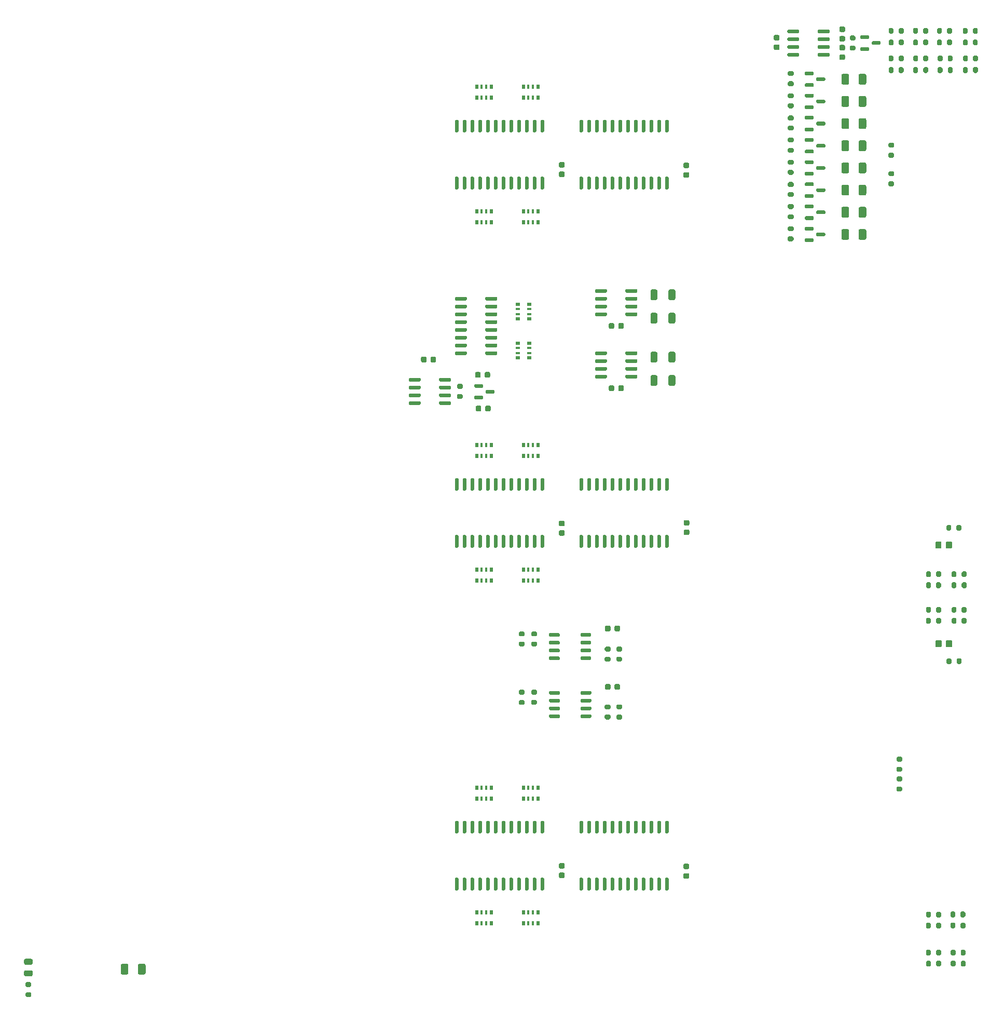
<source format=gtp>
G75*
G70*
%OFA0B0*%
%FSLAX25Y25*%
%IPPOS*%
%LPD*%
%AMOC8*
5,1,8,0,0,1.08239X$1,22.5*
%
%ADD20R,0.01969X0.03150*%
%ADD21R,0.01575X0.03150*%
%ADD22R,0.03150X0.01969*%
%ADD23R,0.03150X0.01575*%
X0000000Y0000000D02*
%LPD*%
G01*
G36*
G01*
X0653642Y0060925D02*
X0653642Y0058760D01*
G75*
G02*
X0652854Y0057972I-000787J0000000D01*
G01*
X0651280Y0057972D01*
G75*
G02*
X0650492Y0058760I0000000J0000787D01*
G01*
X0650492Y0060925D01*
G75*
G02*
X0651280Y0061713I0000787J0000000D01*
G01*
X0652854Y0061713D01*
G75*
G02*
X0653642Y0060925I0000000J-000787D01*
G01*
G37*
G36*
G01*
X0647146Y0060925D02*
X0647146Y0058760D01*
G75*
G02*
X0646358Y0057972I-000787J0000000D01*
G01*
X0644783Y0057972D01*
G75*
G02*
X0643996Y0058760I0000000J0000787D01*
G01*
X0643996Y0060925D01*
G75*
G02*
X0644783Y0061713I0000787J0000000D01*
G01*
X0646358Y0061713D01*
G75*
G02*
X0647146Y0060925I0000000J-000787D01*
G01*
G37*
G36*
G01*
X0589665Y0600689D02*
X0589665Y0605610D01*
G75*
G02*
X0590650Y0606594I0000984J0000000D01*
G01*
X0593602Y0606594D01*
G75*
G02*
X0594587Y0605610I0000000J-000984D01*
G01*
X0594587Y0600689D01*
G75*
G02*
X0593602Y0599705I-000984J0000000D01*
G01*
X0590650Y0599705D01*
G75*
G02*
X0589665Y0600689I0000000J0000984D01*
G01*
G37*
G36*
G01*
X0600689Y0600689D02*
X0600689Y0605610D01*
G75*
G02*
X0601673Y0606594I0000984J0000000D01*
G01*
X0604626Y0606594D01*
G75*
G02*
X0605610Y0605610I0000000J-000984D01*
G01*
X0605610Y0600689D01*
G75*
G02*
X0604626Y0599705I-000984J0000000D01*
G01*
X0601673Y0599705D01*
G75*
G02*
X0600689Y0600689I0000000J0000984D01*
G01*
G37*
G36*
G01*
X0677362Y0617618D02*
X0677362Y0615453D01*
G75*
G02*
X0676575Y0614665I-000787J0000000D01*
G01*
X0675000Y0614665D01*
G75*
G02*
X0674213Y0615453I0000000J0000787D01*
G01*
X0674213Y0617618D01*
G75*
G02*
X0675000Y0618406I0000787J0000000D01*
G01*
X0676575Y0618406D01*
G75*
G02*
X0677362Y0617618I0000000J-000787D01*
G01*
G37*
G36*
G01*
X0670866Y0617618D02*
X0670866Y0615453D01*
G75*
G02*
X0670079Y0614665I-000787J0000000D01*
G01*
X0668504Y0614665D01*
G75*
G02*
X0667717Y0615453I0000000J0000787D01*
G01*
X0667717Y0617618D01*
G75*
G02*
X0668504Y0618406I0000787J0000000D01*
G01*
X0670079Y0618406D01*
G75*
G02*
X0670866Y0617618I0000000J-000787D01*
G01*
G37*
G36*
G01*
X0627953Y0158563D02*
X0625787Y0158563D01*
G75*
G02*
X0625000Y0159350I0000000J0000787D01*
G01*
X0625000Y0160925D01*
G75*
G02*
X0625787Y0161713I0000787J0000000D01*
G01*
X0627953Y0161713D01*
G75*
G02*
X0628740Y0160925I0000000J-000787D01*
G01*
X0628740Y0159350D01*
G75*
G02*
X0627953Y0158563I-000787J0000000D01*
G01*
G37*
G36*
G01*
X0627953Y0165059D02*
X0625787Y0165059D01*
G75*
G02*
X0625000Y0165846I0000000J0000787D01*
G01*
X0625000Y0167421D01*
G75*
G02*
X0625787Y0168209I0000787J0000000D01*
G01*
X0627953Y0168209D01*
G75*
G02*
X0628740Y0167421I0000000J-000787D01*
G01*
X0628740Y0165846D01*
G75*
G02*
X0627953Y0165059I-000787J0000000D01*
G01*
G37*
G36*
G01*
X0354331Y0412421D02*
X0354331Y0414390D01*
G75*
G02*
X0355217Y0415276I0000886J0000000D01*
G01*
X0356988Y0415276D01*
G75*
G02*
X0357874Y0414390I0000000J-000886D01*
G01*
X0357874Y0412421D01*
G75*
G02*
X0356988Y0411535I-000886J0000000D01*
G01*
X0355217Y0411535D01*
G75*
G02*
X0354331Y0412421I0000000J0000886D01*
G01*
G37*
G36*
G01*
X0360433Y0412421D02*
X0360433Y0414390D01*
G75*
G02*
X0361319Y0415276I0000886J0000000D01*
G01*
X0363091Y0415276D01*
G75*
G02*
X0363976Y0414390I0000000J-000886D01*
G01*
X0363976Y0412421D01*
G75*
G02*
X0363091Y0411535I-000886J0000000D01*
G01*
X0361319Y0411535D01*
G75*
G02*
X0360433Y0412421I0000000J0000886D01*
G01*
G37*
G36*
G01*
X0566093Y0577840D02*
X0566093Y0579021D01*
G75*
G02*
X0566683Y0579612I0000591J0000000D01*
G01*
X0571309Y0579612D01*
G75*
G02*
X0571900Y0579021I0000000J-000591D01*
G01*
X0571900Y0577840D01*
G75*
G02*
X0571309Y0577250I-000591J0000000D01*
G01*
X0566683Y0577250D01*
G75*
G02*
X0566093Y0577840I0000000J0000591D01*
G01*
G37*
G36*
G01*
X0573474Y0574100D02*
X0573474Y0575281D01*
G75*
G02*
X0574065Y0575872I0000591J0000000D01*
G01*
X0578691Y0575872D01*
G75*
G02*
X0579281Y0575281I0000000J-000591D01*
G01*
X0579281Y0574100D01*
G75*
G02*
X0578691Y0573510I-000591J0000000D01*
G01*
X0574065Y0573510D01*
G75*
G02*
X0573474Y0574100I0000000J0000591D01*
G01*
G37*
G36*
G01*
X0566093Y0570360D02*
X0566093Y0571541D01*
G75*
G02*
X0566683Y0572132I0000591J0000000D01*
G01*
X0571309Y0572132D01*
G75*
G02*
X0571900Y0571541I0000000J-000591D01*
G01*
X0571900Y0570360D01*
G75*
G02*
X0571309Y0569769I-000591J0000000D01*
G01*
X0566683Y0569769D01*
G75*
G02*
X0566093Y0570360I0000000J0000591D01*
G01*
G37*
G36*
G01*
X0069119Y0027313D02*
X0065527Y0027313D01*
G75*
G02*
X0064567Y0028273I0000000J0000960D01*
G01*
X0064567Y0030192D01*
G75*
G02*
X0065527Y0031152I0000960J0000000D01*
G01*
X0069119Y0031152D01*
G75*
G02*
X0070079Y0030192I0000000J-000960D01*
G01*
X0070079Y0028273D01*
G75*
G02*
X0069119Y0027313I-000960J0000000D01*
G01*
G37*
G36*
G01*
X0069119Y0034695D02*
X0065527Y0034695D01*
G75*
G02*
X0064567Y0035655I0000000J0000960D01*
G01*
X0064567Y0037574D01*
G75*
G02*
X0065527Y0038533I0000960J0000000D01*
G01*
X0069119Y0038533D01*
G75*
G02*
X0070079Y0037574I0000000J-000960D01*
G01*
X0070079Y0035655D01*
G75*
G02*
X0069119Y0034695I-000960J0000000D01*
G01*
G37*
G36*
G01*
X0653642Y0036516D02*
X0653642Y0034350D01*
G75*
G02*
X0652854Y0033563I-000787J0000000D01*
G01*
X0651280Y0033563D01*
G75*
G02*
X0650492Y0034350I0000000J0000787D01*
G01*
X0650492Y0036516D01*
G75*
G02*
X0651280Y0037303I0000787J0000000D01*
G01*
X0652854Y0037303D01*
G75*
G02*
X0653642Y0036516I0000000J-000787D01*
G01*
G37*
G36*
G01*
X0647146Y0036516D02*
X0647146Y0034350D01*
G75*
G02*
X0646358Y0033563I-000787J0000000D01*
G01*
X0644783Y0033563D01*
G75*
G02*
X0643996Y0034350I0000000J0000787D01*
G01*
X0643996Y0036516D01*
G75*
G02*
X0644783Y0037303I0000787J0000000D01*
G01*
X0646358Y0037303D01*
G75*
G02*
X0647146Y0036516I0000000J-000787D01*
G01*
G37*
G36*
G01*
X0635728Y0633169D02*
X0635728Y0635335D01*
G75*
G02*
X0636516Y0636122I0000787J0000000D01*
G01*
X0638091Y0636122D01*
G75*
G02*
X0638878Y0635335I0000000J-000787D01*
G01*
X0638878Y0633169D01*
G75*
G02*
X0638091Y0632382I-000787J0000000D01*
G01*
X0636516Y0632382D01*
G75*
G02*
X0635728Y0633169I0000000J0000787D01*
G01*
G37*
G36*
G01*
X0642224Y0633169D02*
X0642224Y0635335D01*
G75*
G02*
X0643012Y0636122I0000787J0000000D01*
G01*
X0644587Y0636122D01*
G75*
G02*
X0645374Y0635335I0000000J-000787D01*
G01*
X0645374Y0633169D01*
G75*
G02*
X0644587Y0632382I-000787J0000000D01*
G01*
X0643012Y0632382D01*
G75*
G02*
X0642224Y0633169I0000000J0000787D01*
G01*
G37*
G36*
G01*
X0589665Y0543771D02*
X0589665Y0548692D01*
G75*
G02*
X0590650Y0549677I0000984J0000000D01*
G01*
X0593602Y0549677D01*
G75*
G02*
X0594587Y0548692I0000000J-000984D01*
G01*
X0594587Y0543771D01*
G75*
G02*
X0593602Y0542787I-000984J0000000D01*
G01*
X0590650Y0542787D01*
G75*
G02*
X0589665Y0543771I0000000J0000984D01*
G01*
G37*
G36*
G01*
X0600689Y0543771D02*
X0600689Y0548692D01*
G75*
G02*
X0601673Y0549677I0000984J0000000D01*
G01*
X0604626Y0549677D01*
G75*
G02*
X0605610Y0548692I0000000J-000984D01*
G01*
X0605610Y0543771D01*
G75*
G02*
X0604626Y0542787I-000984J0000000D01*
G01*
X0601673Y0542787D01*
G75*
G02*
X0600689Y0543771I0000000J0000984D01*
G01*
G37*
G36*
G01*
X0547047Y0631594D02*
X0549016Y0631594D01*
G75*
G02*
X0549902Y0630709I0000000J-000886D01*
G01*
X0549902Y0628937D01*
G75*
G02*
X0549016Y0628051I-000886J0000000D01*
G01*
X0547047Y0628051D01*
G75*
G02*
X0546161Y0628937I0000000J0000886D01*
G01*
X0546161Y0630709D01*
G75*
G02*
X0547047Y0631594I0000886J0000000D01*
G01*
G37*
G36*
G01*
X0547047Y0625492D02*
X0549016Y0625492D01*
G75*
G02*
X0549902Y0624606I0000000J-000886D01*
G01*
X0549902Y0622835D01*
G75*
G02*
X0549016Y0621949I-000886J0000000D01*
G01*
X0547047Y0621949D01*
G75*
G02*
X0546161Y0622835I0000000J0000886D01*
G01*
X0546161Y0624606D01*
G75*
G02*
X0547047Y0625492I0000886J0000000D01*
G01*
G37*
G36*
G01*
X0482972Y0467264D02*
X0482972Y0462343D01*
G75*
G02*
X0481988Y0461358I-000984J0000000D01*
G01*
X0479528Y0461358D01*
G75*
G02*
X0478543Y0462343I0000000J0000984D01*
G01*
X0478543Y0467264D01*
G75*
G02*
X0479528Y0468248I0000984J0000000D01*
G01*
X0481988Y0468248D01*
G75*
G02*
X0482972Y0467264I0000000J-000984D01*
G01*
G37*
G36*
G01*
X0471457Y0467264D02*
X0471457Y0462343D01*
G75*
G02*
X0470472Y0461358I-000984J0000000D01*
G01*
X0468012Y0461358D01*
G75*
G02*
X0467028Y0462343I0000000J0000984D01*
G01*
X0467028Y0467264D01*
G75*
G02*
X0468012Y0468248I0000984J0000000D01*
G01*
X0470472Y0468248D01*
G75*
G02*
X0471457Y0467264I0000000J-000984D01*
G01*
G37*
D20*
X0355276Y0061260D03*
D21*
X0358425Y0061260D03*
X0361575Y0061260D03*
D20*
X0364724Y0061260D03*
X0364724Y0068346D03*
D21*
X0361575Y0068346D03*
X0358425Y0068346D03*
D20*
X0355276Y0068346D03*
G36*
G01*
X0449823Y0445787D02*
X0449823Y0443819D01*
G75*
G02*
X0448937Y0442933I-000886J0000000D01*
G01*
X0447165Y0442933D01*
G75*
G02*
X0446280Y0443819I0000000J0000886D01*
G01*
X0446280Y0445787D01*
G75*
G02*
X0447165Y0446673I0000886J0000000D01*
G01*
X0448937Y0446673D01*
G75*
G02*
X0449823Y0445787I0000000J-000886D01*
G01*
G37*
G36*
G01*
X0443720Y0445787D02*
X0443720Y0443819D01*
G75*
G02*
X0442835Y0442933I-000886J0000000D01*
G01*
X0441063Y0442933D01*
G75*
G02*
X0440177Y0443819I0000000J0000886D01*
G01*
X0440177Y0445787D01*
G75*
G02*
X0441063Y0446673I0000886J0000000D01*
G01*
X0442835Y0446673D01*
G75*
G02*
X0443720Y0445787I0000000J-000886D01*
G01*
G37*
X0364724Y0148346D03*
D21*
X0361575Y0148346D03*
X0358425Y0148346D03*
D20*
X0355276Y0148346D03*
X0355276Y0141260D03*
D21*
X0358425Y0141260D03*
X0361575Y0141260D03*
D20*
X0364724Y0141260D03*
G36*
G01*
X0329232Y0424213D02*
X0329232Y0422244D01*
G75*
G02*
X0328346Y0421358I-000886J0000000D01*
G01*
X0326575Y0421358D01*
G75*
G02*
X0325689Y0422244I0000000J0000886D01*
G01*
X0325689Y0424213D01*
G75*
G02*
X0326575Y0425098I0000886J0000000D01*
G01*
X0328346Y0425098D01*
G75*
G02*
X0329232Y0424213I0000000J-000886D01*
G01*
G37*
G36*
G01*
X0323130Y0424213D02*
X0323130Y0422244D01*
G75*
G02*
X0322244Y0421358I-000886J0000000D01*
G01*
X0320472Y0421358D01*
G75*
G02*
X0319587Y0422244I0000000J0000886D01*
G01*
X0319587Y0424213D01*
G75*
G02*
X0320472Y0425098I0000886J0000000D01*
G01*
X0322244Y0425098D01*
G75*
G02*
X0323130Y0424213I0000000J-000886D01*
G01*
G37*
G36*
G01*
X0482972Y0412264D02*
X0482972Y0407343D01*
G75*
G02*
X0481988Y0406358I-000984J0000000D01*
G01*
X0479528Y0406358D01*
G75*
G02*
X0478543Y0407343I0000000J0000984D01*
G01*
X0478543Y0412264D01*
G75*
G02*
X0479528Y0413248I0000984J0000000D01*
G01*
X0481988Y0413248D01*
G75*
G02*
X0482972Y0412264I0000000J-000984D01*
G01*
G37*
G36*
G01*
X0471457Y0412264D02*
X0471457Y0407343D01*
G75*
G02*
X0470472Y0406358I-000984J0000000D01*
G01*
X0468012Y0406358D01*
G75*
G02*
X0467028Y0407343I0000000J0000984D01*
G01*
X0467028Y0412264D01*
G75*
G02*
X0468012Y0413248I0000984J0000000D01*
G01*
X0470472Y0413248D01*
G75*
G02*
X0471457Y0412264I0000000J-000984D01*
G01*
G37*
G36*
G01*
X0311713Y0409685D02*
X0311713Y0410866D01*
G75*
G02*
X0312303Y0411457I0000591J0000000D01*
G01*
X0318799Y0411457D01*
G75*
G02*
X0319390Y0410866I0000000J-000591D01*
G01*
X0319390Y0409685D01*
G75*
G02*
X0318799Y0409094I-000591J0000000D01*
G01*
X0312303Y0409094D01*
G75*
G02*
X0311713Y0409685I0000000J0000591D01*
G01*
G37*
G36*
G01*
X0311713Y0404685D02*
X0311713Y0405866D01*
G75*
G02*
X0312303Y0406457I0000591J0000000D01*
G01*
X0318799Y0406457D01*
G75*
G02*
X0319390Y0405866I0000000J-000591D01*
G01*
X0319390Y0404685D01*
G75*
G02*
X0318799Y0404094I-000591J0000000D01*
G01*
X0312303Y0404094D01*
G75*
G02*
X0311713Y0404685I0000000J0000591D01*
G01*
G37*
G36*
G01*
X0311713Y0399685D02*
X0311713Y0400866D01*
G75*
G02*
X0312303Y0401457I0000591J0000000D01*
G01*
X0318799Y0401457D01*
G75*
G02*
X0319390Y0400866I0000000J-000591D01*
G01*
X0319390Y0399685D01*
G75*
G02*
X0318799Y0399094I-000591J0000000D01*
G01*
X0312303Y0399094D01*
G75*
G02*
X0311713Y0399685I0000000J0000591D01*
G01*
G37*
G36*
G01*
X0311713Y0394685D02*
X0311713Y0395866D01*
G75*
G02*
X0312303Y0396457I0000591J0000000D01*
G01*
X0318799Y0396457D01*
G75*
G02*
X0319390Y0395866I0000000J-000591D01*
G01*
X0319390Y0394685D01*
G75*
G02*
X0318799Y0394094I-000591J0000000D01*
G01*
X0312303Y0394094D01*
G75*
G02*
X0311713Y0394685I0000000J0000591D01*
G01*
G37*
G36*
G01*
X0331201Y0394685D02*
X0331201Y0395866D01*
G75*
G02*
X0331791Y0396457I0000591J0000000D01*
G01*
X0338287Y0396457D01*
G75*
G02*
X0338878Y0395866I0000000J-000591D01*
G01*
X0338878Y0394685D01*
G75*
G02*
X0338287Y0394094I-000591J0000000D01*
G01*
X0331791Y0394094D01*
G75*
G02*
X0331201Y0394685I0000000J0000591D01*
G01*
G37*
G36*
G01*
X0331201Y0399685D02*
X0331201Y0400866D01*
G75*
G02*
X0331791Y0401457I0000591J0000000D01*
G01*
X0338287Y0401457D01*
G75*
G02*
X0338878Y0400866I0000000J-000591D01*
G01*
X0338878Y0399685D01*
G75*
G02*
X0338287Y0399094I-000591J0000000D01*
G01*
X0331791Y0399094D01*
G75*
G02*
X0331201Y0399685I0000000J0000591D01*
G01*
G37*
G36*
G01*
X0331201Y0404685D02*
X0331201Y0405866D01*
G75*
G02*
X0331791Y0406457I0000591J0000000D01*
G01*
X0338287Y0406457D01*
G75*
G02*
X0338878Y0405866I0000000J-000591D01*
G01*
X0338878Y0404685D01*
G75*
G02*
X0338287Y0404094I-000591J0000000D01*
G01*
X0331791Y0404094D01*
G75*
G02*
X0331201Y0404685I0000000J0000591D01*
G01*
G37*
G36*
G01*
X0331201Y0409685D02*
X0331201Y0410866D01*
G75*
G02*
X0331791Y0411457I0000591J0000000D01*
G01*
X0338287Y0411457D01*
G75*
G02*
X0338878Y0410866I0000000J-000591D01*
G01*
X0338878Y0409685D01*
G75*
G02*
X0338287Y0409094I-000591J0000000D01*
G01*
X0331791Y0409094D01*
G75*
G02*
X0331201Y0409685I0000000J0000591D01*
G01*
G37*
G36*
G01*
X0670079Y0279429D02*
X0670079Y0277264D01*
G75*
G02*
X0669291Y0276476I-000787J0000000D01*
G01*
X0667717Y0276476D01*
G75*
G02*
X0666929Y0277264I0000000J0000787D01*
G01*
X0666929Y0279429D01*
G75*
G02*
X0667717Y0280217I0000787J0000000D01*
G01*
X0669291Y0280217D01*
G75*
G02*
X0670079Y0279429I0000000J-000787D01*
G01*
G37*
G36*
G01*
X0663583Y0279429D02*
X0663583Y0277264D01*
G75*
G02*
X0662795Y0276476I-000787J0000000D01*
G01*
X0661220Y0276476D01*
G75*
G02*
X0660433Y0277264I0000000J0000787D01*
G01*
X0660433Y0279429D01*
G75*
G02*
X0661220Y0280217I0000787J0000000D01*
G01*
X0662795Y0280217D01*
G75*
G02*
X0663583Y0279429I0000000J-000787D01*
G01*
G37*
G36*
G01*
X0401772Y0245886D02*
X0401772Y0247067D01*
G75*
G02*
X0402362Y0247657I0000591J0000000D01*
G01*
X0408071Y0247657D01*
G75*
G02*
X0408661Y0247067I0000000J-000591D01*
G01*
X0408661Y0245886D01*
G75*
G02*
X0408071Y0245295I-000591J0000000D01*
G01*
X0402362Y0245295D01*
G75*
G02*
X0401772Y0245886I0000000J0000591D01*
G01*
G37*
G36*
G01*
X0401772Y0240886D02*
X0401772Y0242067D01*
G75*
G02*
X0402362Y0242657I0000591J0000000D01*
G01*
X0408071Y0242657D01*
G75*
G02*
X0408661Y0242067I0000000J-000591D01*
G01*
X0408661Y0240886D01*
G75*
G02*
X0408071Y0240295I-000591J0000000D01*
G01*
X0402362Y0240295D01*
G75*
G02*
X0401772Y0240886I0000000J0000591D01*
G01*
G37*
G36*
G01*
X0401772Y0235886D02*
X0401772Y0237067D01*
G75*
G02*
X0402362Y0237657I0000591J0000000D01*
G01*
X0408071Y0237657D01*
G75*
G02*
X0408661Y0237067I0000000J-000591D01*
G01*
X0408661Y0235886D01*
G75*
G02*
X0408071Y0235295I-000591J0000000D01*
G01*
X0402362Y0235295D01*
G75*
G02*
X0401772Y0235886I0000000J0000591D01*
G01*
G37*
G36*
G01*
X0401772Y0230886D02*
X0401772Y0232067D01*
G75*
G02*
X0402362Y0232657I0000591J0000000D01*
G01*
X0408071Y0232657D01*
G75*
G02*
X0408661Y0232067I0000000J-000591D01*
G01*
X0408661Y0230886D01*
G75*
G02*
X0408071Y0230295I-000591J0000000D01*
G01*
X0402362Y0230295D01*
G75*
G02*
X0401772Y0230886I0000000J0000591D01*
G01*
G37*
G36*
G01*
X0422047Y0230886D02*
X0422047Y0232067D01*
G75*
G02*
X0422638Y0232657I0000591J0000000D01*
G01*
X0428346Y0232657D01*
G75*
G02*
X0428937Y0232067I0000000J-000591D01*
G01*
X0428937Y0230886D01*
G75*
G02*
X0428346Y0230295I-000591J0000000D01*
G01*
X0422638Y0230295D01*
G75*
G02*
X0422047Y0230886I0000000J0000591D01*
G01*
G37*
G36*
G01*
X0422047Y0235886D02*
X0422047Y0237067D01*
G75*
G02*
X0422638Y0237657I0000591J0000000D01*
G01*
X0428346Y0237657D01*
G75*
G02*
X0428937Y0237067I0000000J-000591D01*
G01*
X0428937Y0235886D01*
G75*
G02*
X0428346Y0235295I-000591J0000000D01*
G01*
X0422638Y0235295D01*
G75*
G02*
X0422047Y0235886I0000000J0000591D01*
G01*
G37*
G36*
G01*
X0422047Y0240886D02*
X0422047Y0242067D01*
G75*
G02*
X0422638Y0242657I0000591J0000000D01*
G01*
X0428346Y0242657D01*
G75*
G02*
X0428937Y0242067I0000000J-000591D01*
G01*
X0428937Y0240886D01*
G75*
G02*
X0428346Y0240295I-000591J0000000D01*
G01*
X0422638Y0240295D01*
G75*
G02*
X0422047Y0240886I0000000J0000591D01*
G01*
G37*
G36*
G01*
X0422047Y0245886D02*
X0422047Y0247067D01*
G75*
G02*
X0422638Y0247657I0000591J0000000D01*
G01*
X0428346Y0247657D01*
G75*
G02*
X0428937Y0247067I0000000J-000591D01*
G01*
X0428937Y0245886D01*
G75*
G02*
X0428346Y0245295I-000591J0000000D01*
G01*
X0422638Y0245295D01*
G75*
G02*
X0422047Y0245886I0000000J0000591D01*
G01*
G37*
G36*
G01*
X0601673Y0629528D02*
X0601673Y0630709D01*
G75*
G02*
X0602264Y0631299I0000591J0000000D01*
G01*
X0606890Y0631299D01*
G75*
G02*
X0607480Y0630709I0000000J-000591D01*
G01*
X0607480Y0629528D01*
G75*
G02*
X0606890Y0628937I-000591J0000000D01*
G01*
X0602264Y0628937D01*
G75*
G02*
X0601673Y0629528I0000000J0000591D01*
G01*
G37*
G36*
G01*
X0601673Y0622047D02*
X0601673Y0623228D01*
G75*
G02*
X0602264Y0623819I0000591J0000000D01*
G01*
X0606890Y0623819D01*
G75*
G02*
X0607480Y0623228I0000000J-000591D01*
G01*
X0607480Y0622047D01*
G75*
G02*
X0606890Y0621457I-000591J0000000D01*
G01*
X0602264Y0621457D01*
G75*
G02*
X0601673Y0622047I0000000J0000591D01*
G01*
G37*
G36*
G01*
X0609055Y0625787D02*
X0609055Y0626969D01*
G75*
G02*
X0609646Y0627559I0000591J0000000D01*
G01*
X0614272Y0627559D01*
G75*
G02*
X0614862Y0626969I0000000J-000591D01*
G01*
X0614862Y0625787D01*
G75*
G02*
X0614272Y0625197I-000591J0000000D01*
G01*
X0609646Y0625197D01*
G75*
G02*
X0609055Y0625787I0000000J0000591D01*
G01*
G37*
G36*
G01*
X0401850Y0208642D02*
X0401850Y0209823D01*
G75*
G02*
X0402441Y0210413I0000591J0000000D01*
G01*
X0408150Y0210413D01*
G75*
G02*
X0408740Y0209823I0000000J-000591D01*
G01*
X0408740Y0208642D01*
G75*
G02*
X0408150Y0208051I-000591J0000000D01*
G01*
X0402441Y0208051D01*
G75*
G02*
X0401850Y0208642I0000000J0000591D01*
G01*
G37*
G36*
G01*
X0401850Y0203642D02*
X0401850Y0204823D01*
G75*
G02*
X0402441Y0205413I0000591J0000000D01*
G01*
X0408150Y0205413D01*
G75*
G02*
X0408740Y0204823I0000000J-000591D01*
G01*
X0408740Y0203642D01*
G75*
G02*
X0408150Y0203051I-000591J0000000D01*
G01*
X0402441Y0203051D01*
G75*
G02*
X0401850Y0203642I0000000J0000591D01*
G01*
G37*
G36*
G01*
X0401850Y0198642D02*
X0401850Y0199823D01*
G75*
G02*
X0402441Y0200413I0000591J0000000D01*
G01*
X0408150Y0200413D01*
G75*
G02*
X0408740Y0199823I0000000J-000591D01*
G01*
X0408740Y0198642D01*
G75*
G02*
X0408150Y0198051I-000591J0000000D01*
G01*
X0402441Y0198051D01*
G75*
G02*
X0401850Y0198642I0000000J0000591D01*
G01*
G37*
G36*
G01*
X0401850Y0193642D02*
X0401850Y0194823D01*
G75*
G02*
X0402441Y0195413I0000591J0000000D01*
G01*
X0408150Y0195413D01*
G75*
G02*
X0408740Y0194823I0000000J-000591D01*
G01*
X0408740Y0193642D01*
G75*
G02*
X0408150Y0193051I-000591J0000000D01*
G01*
X0402441Y0193051D01*
G75*
G02*
X0401850Y0193642I0000000J0000591D01*
G01*
G37*
G36*
G01*
X0422126Y0193642D02*
X0422126Y0194823D01*
G75*
G02*
X0422717Y0195413I0000591J0000000D01*
G01*
X0428425Y0195413D01*
G75*
G02*
X0429016Y0194823I0000000J-000591D01*
G01*
X0429016Y0193642D01*
G75*
G02*
X0428425Y0193051I-000591J0000000D01*
G01*
X0422717Y0193051D01*
G75*
G02*
X0422126Y0193642I0000000J0000591D01*
G01*
G37*
G36*
G01*
X0422126Y0198642D02*
X0422126Y0199823D01*
G75*
G02*
X0422717Y0200413I0000591J0000000D01*
G01*
X0428425Y0200413D01*
G75*
G02*
X0429016Y0199823I0000000J-000591D01*
G01*
X0429016Y0198642D01*
G75*
G02*
X0428425Y0198051I-000591J0000000D01*
G01*
X0422717Y0198051D01*
G75*
G02*
X0422126Y0198642I0000000J0000591D01*
G01*
G37*
G36*
G01*
X0422126Y0203642D02*
X0422126Y0204823D01*
G75*
G02*
X0422717Y0205413I0000591J0000000D01*
G01*
X0428425Y0205413D01*
G75*
G02*
X0429016Y0204823I0000000J-000591D01*
G01*
X0429016Y0203642D01*
G75*
G02*
X0428425Y0203051I-000591J0000000D01*
G01*
X0422717Y0203051D01*
G75*
G02*
X0422126Y0203642I0000000J0000591D01*
G01*
G37*
G36*
G01*
X0422126Y0208642D02*
X0422126Y0209823D01*
G75*
G02*
X0422717Y0210413I0000591J0000000D01*
G01*
X0428425Y0210413D01*
G75*
G02*
X0429016Y0209823I0000000J-000591D01*
G01*
X0429016Y0208642D01*
G75*
G02*
X0428425Y0208051I-000591J0000000D01*
G01*
X0422717Y0208051D01*
G75*
G02*
X0422126Y0208642I0000000J0000591D01*
G01*
G37*
G36*
G01*
X0126673Y0029429D02*
X0126673Y0034350D01*
G75*
G02*
X0127657Y0035335I0000984J0000000D01*
G01*
X0130610Y0035335D01*
G75*
G02*
X0131594Y0034350I0000000J-000984D01*
G01*
X0131594Y0029429D01*
G75*
G02*
X0130610Y0028445I-000984J0000000D01*
G01*
X0127657Y0028445D01*
G75*
G02*
X0126673Y0029429I0000000J0000984D01*
G01*
G37*
G36*
G01*
X0137697Y0029429D02*
X0137697Y0034350D01*
G75*
G02*
X0138681Y0035335I0000984J0000000D01*
G01*
X0141634Y0035335D01*
G75*
G02*
X0142618Y0034350I0000000J-000984D01*
G01*
X0142618Y0029429D01*
G75*
G02*
X0141634Y0028445I-000984J0000000D01*
G01*
X0138681Y0028445D01*
G75*
G02*
X0137697Y0029429I0000000J0000984D01*
G01*
G37*
G36*
G01*
X0383248Y0248681D02*
X0385413Y0248681D01*
G75*
G02*
X0386201Y0247894I0000000J-000787D01*
G01*
X0386201Y0246319D01*
G75*
G02*
X0385413Y0245531I-000787J0000000D01*
G01*
X0383248Y0245531D01*
G75*
G02*
X0382461Y0246319I0000000J0000787D01*
G01*
X0382461Y0247894D01*
G75*
G02*
X0383248Y0248681I0000787J0000000D01*
G01*
G37*
G36*
G01*
X0383248Y0242185D02*
X0385413Y0242185D01*
G75*
G02*
X0386201Y0241398I0000000J-000787D01*
G01*
X0386201Y0239823D01*
G75*
G02*
X0385413Y0239035I-000787J0000000D01*
G01*
X0383248Y0239035D01*
G75*
G02*
X0382461Y0239823I0000000J0000787D01*
G01*
X0382461Y0241398D01*
G75*
G02*
X0383248Y0242185I0000787J0000000D01*
G01*
G37*
G36*
G01*
X0619980Y0625689D02*
X0619980Y0627854D01*
G75*
G02*
X0620768Y0628642I0000787J0000000D01*
G01*
X0622343Y0628642D01*
G75*
G02*
X0623130Y0627854I0000000J-000787D01*
G01*
X0623130Y0625689D01*
G75*
G02*
X0622343Y0624902I-000787J0000000D01*
G01*
X0620768Y0624902D01*
G75*
G02*
X0619980Y0625689I0000000J0000787D01*
G01*
G37*
G36*
G01*
X0626476Y0625689D02*
X0626476Y0627854D01*
G75*
G02*
X0627264Y0628642I0000787J0000000D01*
G01*
X0628839Y0628642D01*
G75*
G02*
X0629626Y0627854I0000000J-000787D01*
G01*
X0629626Y0625689D01*
G75*
G02*
X0628839Y0624902I-000787J0000000D01*
G01*
X0627264Y0624902D01*
G75*
G02*
X0626476Y0625689I0000000J0000787D01*
G01*
G37*
G36*
G01*
X0660433Y0254429D02*
X0660433Y0256594D01*
G75*
G02*
X0661220Y0257382I0000787J0000000D01*
G01*
X0662795Y0257382D01*
G75*
G02*
X0663583Y0256594I0000000J-000787D01*
G01*
X0663583Y0254429D01*
G75*
G02*
X0662795Y0253642I-000787J0000000D01*
G01*
X0661220Y0253642D01*
G75*
G02*
X0660433Y0254429I0000000J0000787D01*
G01*
G37*
G36*
G01*
X0666929Y0254429D02*
X0666929Y0256594D01*
G75*
G02*
X0667717Y0257382I0000787J0000000D01*
G01*
X0669291Y0257382D01*
G75*
G02*
X0670079Y0256594I0000000J-000787D01*
G01*
X0670079Y0254429D01*
G75*
G02*
X0669291Y0253642I-000787J0000000D01*
G01*
X0667717Y0253642D01*
G75*
G02*
X0666929Y0254429I0000000J0000787D01*
G01*
G37*
G36*
G01*
X0566093Y0563611D02*
X0566093Y0564792D01*
G75*
G02*
X0566683Y0565382I0000591J0000000D01*
G01*
X0571309Y0565382D01*
G75*
G02*
X0571900Y0564792I0000000J-000591D01*
G01*
X0571900Y0563611D01*
G75*
G02*
X0571309Y0563020I-000591J0000000D01*
G01*
X0566683Y0563020D01*
G75*
G02*
X0566093Y0563611I0000000J0000591D01*
G01*
G37*
G36*
G01*
X0573474Y0559871D02*
X0573474Y0561052D01*
G75*
G02*
X0574065Y0561642I0000591J0000000D01*
G01*
X0578691Y0561642D01*
G75*
G02*
X0579281Y0561052I0000000J-000591D01*
G01*
X0579281Y0559871D01*
G75*
G02*
X0578691Y0559280I-000591J0000000D01*
G01*
X0574065Y0559280D01*
G75*
G02*
X0573474Y0559871I0000000J0000591D01*
G01*
G37*
G36*
G01*
X0566093Y0556130D02*
X0566093Y0557312D01*
G75*
G02*
X0566683Y0557902I0000591J0000000D01*
G01*
X0571309Y0557902D01*
G75*
G02*
X0571900Y0557312I0000000J-000591D01*
G01*
X0571900Y0556130D01*
G75*
G02*
X0571309Y0555540I-000591J0000000D01*
G01*
X0566683Y0555540D01*
G75*
G02*
X0566093Y0556130I0000000J0000591D01*
G01*
G37*
G36*
G01*
X0659646Y0065945D02*
X0659646Y0068110D01*
G75*
G02*
X0660433Y0068898I0000787J0000000D01*
G01*
X0662008Y0068898D01*
G75*
G02*
X0662795Y0068110I0000000J-000787D01*
G01*
X0662795Y0065945D01*
G75*
G02*
X0662008Y0065157I-000787J0000000D01*
G01*
X0660433Y0065157D01*
G75*
G02*
X0659646Y0065945I0000000J0000787D01*
G01*
G37*
G36*
G01*
X0666142Y0065945D02*
X0666142Y0068110D01*
G75*
G02*
X0666929Y0068898I0000787J0000000D01*
G01*
X0668504Y0068898D01*
G75*
G02*
X0669291Y0068110I0000000J-000787D01*
G01*
X0669291Y0065945D01*
G75*
G02*
X0668504Y0065157I-000787J0000000D01*
G01*
X0666929Y0065157D01*
G75*
G02*
X0666142Y0065945I0000000J0000787D01*
G01*
G37*
G36*
G01*
X0558169Y0541803D02*
X0556004Y0541803D01*
G75*
G02*
X0555217Y0542590I0000000J0000787D01*
G01*
X0555217Y0544165D01*
G75*
G02*
X0556004Y0544952I0000787J0000000D01*
G01*
X0558169Y0544952D01*
G75*
G02*
X0558957Y0544165I0000000J-000787D01*
G01*
X0558957Y0542590D01*
G75*
G02*
X0558169Y0541803I-000787J0000000D01*
G01*
G37*
G36*
G01*
X0558169Y0548299D02*
X0556004Y0548299D01*
G75*
G02*
X0555217Y0549086I0000000J0000787D01*
G01*
X0555217Y0550661D01*
G75*
G02*
X0556004Y0551448I0000787J0000000D01*
G01*
X0558169Y0551448D01*
G75*
G02*
X0558957Y0550661I0000000J-000787D01*
G01*
X0558957Y0549086D01*
G75*
G02*
X0558169Y0548299I-000787J0000000D01*
G01*
G37*
G36*
G01*
X0449823Y0405787D02*
X0449823Y0403819D01*
G75*
G02*
X0448937Y0402933I-000886J0000000D01*
G01*
X0447165Y0402933D01*
G75*
G02*
X0446280Y0403819I0000000J0000886D01*
G01*
X0446280Y0405787D01*
G75*
G02*
X0447165Y0406673I0000886J0000000D01*
G01*
X0448937Y0406673D01*
G75*
G02*
X0449823Y0405787I0000000J-000886D01*
G01*
G37*
G36*
G01*
X0443720Y0405787D02*
X0443720Y0403819D01*
G75*
G02*
X0442835Y0402933I-000886J0000000D01*
G01*
X0441063Y0402933D01*
G75*
G02*
X0440177Y0403819I0000000J0000886D01*
G01*
X0440177Y0405787D01*
G75*
G02*
X0441063Y0406673I0000886J0000000D01*
G01*
X0442835Y0406673D01*
G75*
G02*
X0443720Y0405787I0000000J-000886D01*
G01*
G37*
G36*
G01*
X0619980Y0615453D02*
X0619980Y0617618D01*
G75*
G02*
X0620768Y0618406I0000787J0000000D01*
G01*
X0622343Y0618406D01*
G75*
G02*
X0623130Y0617618I0000000J-000787D01*
G01*
X0623130Y0615453D01*
G75*
G02*
X0622343Y0614665I-000787J0000000D01*
G01*
X0620768Y0614665D01*
G75*
G02*
X0619980Y0615453I0000000J0000787D01*
G01*
G37*
G36*
G01*
X0626476Y0615453D02*
X0626476Y0617618D01*
G75*
G02*
X0627264Y0618406I0000787J0000000D01*
G01*
X0628839Y0618406D01*
G75*
G02*
X0629626Y0617618I0000000J-000787D01*
G01*
X0629626Y0615453D01*
G75*
G02*
X0628839Y0614665I-000787J0000000D01*
G01*
X0627264Y0614665D01*
G75*
G02*
X0626476Y0615453I0000000J0000787D01*
G01*
G37*
G36*
G01*
X0489016Y0549626D02*
X0490984Y0549626D01*
G75*
G02*
X0491870Y0548740I0000000J-000886D01*
G01*
X0491870Y0546969D01*
G75*
G02*
X0490984Y0546083I-000886J0000000D01*
G01*
X0489016Y0546083D01*
G75*
G02*
X0488130Y0546969I0000000J0000886D01*
G01*
X0488130Y0548740D01*
G75*
G02*
X0489016Y0549626I0000886J0000000D01*
G01*
G37*
G36*
G01*
X0489016Y0543524D02*
X0490984Y0543524D01*
G75*
G02*
X0491870Y0542638I0000000J-000886D01*
G01*
X0491870Y0540866D01*
G75*
G02*
X0490984Y0539980I-000886J0000000D01*
G01*
X0489016Y0539980D01*
G75*
G02*
X0488130Y0540866I0000000J0000886D01*
G01*
X0488130Y0542638D01*
G75*
G02*
X0489016Y0543524I0000886J0000000D01*
G01*
G37*
G36*
G01*
X0554921Y0633287D02*
X0554921Y0634469D01*
G75*
G02*
X0555512Y0635059I0000591J0000000D01*
G01*
X0562008Y0635059D01*
G75*
G02*
X0562598Y0634469I0000000J-000591D01*
G01*
X0562598Y0633287D01*
G75*
G02*
X0562008Y0632697I-000591J0000000D01*
G01*
X0555512Y0632697D01*
G75*
G02*
X0554921Y0633287I0000000J0000591D01*
G01*
G37*
G36*
G01*
X0554921Y0628287D02*
X0554921Y0629469D01*
G75*
G02*
X0555512Y0630059I0000591J0000000D01*
G01*
X0562008Y0630059D01*
G75*
G02*
X0562598Y0629469I0000000J-000591D01*
G01*
X0562598Y0628287D01*
G75*
G02*
X0562008Y0627697I-000591J0000000D01*
G01*
X0555512Y0627697D01*
G75*
G02*
X0554921Y0628287I0000000J0000591D01*
G01*
G37*
G36*
G01*
X0554921Y0623287D02*
X0554921Y0624469D01*
G75*
G02*
X0555512Y0625059I0000591J0000000D01*
G01*
X0562008Y0625059D01*
G75*
G02*
X0562598Y0624469I0000000J-000591D01*
G01*
X0562598Y0623287D01*
G75*
G02*
X0562008Y0622697I-000591J0000000D01*
G01*
X0555512Y0622697D01*
G75*
G02*
X0554921Y0623287I0000000J0000591D01*
G01*
G37*
G36*
G01*
X0554921Y0618287D02*
X0554921Y0619469D01*
G75*
G02*
X0555512Y0620059I0000591J0000000D01*
G01*
X0562008Y0620059D01*
G75*
G02*
X0562598Y0619469I0000000J-000591D01*
G01*
X0562598Y0618287D01*
G75*
G02*
X0562008Y0617697I-000591J0000000D01*
G01*
X0555512Y0617697D01*
G75*
G02*
X0554921Y0618287I0000000J0000591D01*
G01*
G37*
G36*
G01*
X0574409Y0618287D02*
X0574409Y0619469D01*
G75*
G02*
X0575000Y0620059I0000591J0000000D01*
G01*
X0581496Y0620059D01*
G75*
G02*
X0582087Y0619469I0000000J-000591D01*
G01*
X0582087Y0618287D01*
G75*
G02*
X0581496Y0617697I-000591J0000000D01*
G01*
X0575000Y0617697D01*
G75*
G02*
X0574409Y0618287I0000000J0000591D01*
G01*
G37*
G36*
G01*
X0574409Y0623287D02*
X0574409Y0624469D01*
G75*
G02*
X0575000Y0625059I0000591J0000000D01*
G01*
X0581496Y0625059D01*
G75*
G02*
X0582087Y0624469I0000000J-000591D01*
G01*
X0582087Y0623287D01*
G75*
G02*
X0581496Y0622697I-000591J0000000D01*
G01*
X0575000Y0622697D01*
G75*
G02*
X0574409Y0623287I0000000J0000591D01*
G01*
G37*
G36*
G01*
X0574409Y0628287D02*
X0574409Y0629469D01*
G75*
G02*
X0575000Y0630059I0000591J0000000D01*
G01*
X0581496Y0630059D01*
G75*
G02*
X0582087Y0629469I0000000J-000591D01*
G01*
X0582087Y0628287D01*
G75*
G02*
X0581496Y0627697I-000591J0000000D01*
G01*
X0575000Y0627697D01*
G75*
G02*
X0574409Y0628287I0000000J0000591D01*
G01*
G37*
G36*
G01*
X0574409Y0633287D02*
X0574409Y0634469D01*
G75*
G02*
X0575000Y0635059I0000591J0000000D01*
G01*
X0581496Y0635059D01*
G75*
G02*
X0582087Y0634469I0000000J-000591D01*
G01*
X0582087Y0633287D01*
G75*
G02*
X0581496Y0632697I-000591J0000000D01*
G01*
X0575000Y0632697D01*
G75*
G02*
X0574409Y0633287I0000000J0000591D01*
G01*
G37*
G36*
G01*
X0445846Y0238937D02*
X0448012Y0238937D01*
G75*
G02*
X0448799Y0238150I0000000J-000787D01*
G01*
X0448799Y0236575D01*
G75*
G02*
X0448012Y0235787I-000787J0000000D01*
G01*
X0445846Y0235787D01*
G75*
G02*
X0445059Y0236575I0000000J0000787D01*
G01*
X0445059Y0238150D01*
G75*
G02*
X0445846Y0238937I0000787J0000000D01*
G01*
G37*
G36*
G01*
X0445846Y0232441D02*
X0448012Y0232441D01*
G75*
G02*
X0448799Y0231654I0000000J-000787D01*
G01*
X0448799Y0230079D01*
G75*
G02*
X0448012Y0229291I-000787J0000000D01*
G01*
X0445846Y0229291D01*
G75*
G02*
X0445059Y0230079I0000000J0000787D01*
G01*
X0445059Y0231654D01*
G75*
G02*
X0445846Y0232441I0000787J0000000D01*
G01*
G37*
G36*
G01*
X0627953Y0145965D02*
X0625787Y0145965D01*
G75*
G02*
X0625000Y0146752I0000000J0000787D01*
G01*
X0625000Y0148327D01*
G75*
G02*
X0625787Y0149114I0000787J0000000D01*
G01*
X0627953Y0149114D01*
G75*
G02*
X0628740Y0148327I0000000J-000787D01*
G01*
X0628740Y0146752D01*
G75*
G02*
X0627953Y0145965I-000787J0000000D01*
G01*
G37*
G36*
G01*
X0627953Y0152461D02*
X0625787Y0152461D01*
G75*
G02*
X0625000Y0153248I0000000J0000787D01*
G01*
X0625000Y0154823D01*
G75*
G02*
X0625787Y0155610I0000787J0000000D01*
G01*
X0627953Y0155610D01*
G75*
G02*
X0628740Y0154823I0000000J-000787D01*
G01*
X0628740Y0153248D01*
G75*
G02*
X0627953Y0152461I-000787J0000000D01*
G01*
G37*
G36*
G01*
X0476909Y0577146D02*
X0478091Y0577146D01*
G75*
G02*
X0478681Y0576555I0000000J-000591D01*
G01*
X0478681Y0569665D01*
G75*
G02*
X0478091Y0569075I-000591J0000000D01*
G01*
X0476909Y0569075D01*
G75*
G02*
X0476319Y0569665I0000000J0000591D01*
G01*
X0476319Y0576555D01*
G75*
G02*
X0476909Y0577146I0000591J0000000D01*
G01*
G37*
G36*
G01*
X0471909Y0577146D02*
X0473091Y0577146D01*
G75*
G02*
X0473681Y0576555I0000000J-000591D01*
G01*
X0473681Y0569665D01*
G75*
G02*
X0473091Y0569075I-000591J0000000D01*
G01*
X0471909Y0569075D01*
G75*
G02*
X0471319Y0569665I0000000J0000591D01*
G01*
X0471319Y0576555D01*
G75*
G02*
X0471909Y0577146I0000591J0000000D01*
G01*
G37*
G36*
G01*
X0466909Y0577146D02*
X0468091Y0577146D01*
G75*
G02*
X0468681Y0576555I0000000J-000591D01*
G01*
X0468681Y0569665D01*
G75*
G02*
X0468091Y0569075I-000591J0000000D01*
G01*
X0466909Y0569075D01*
G75*
G02*
X0466319Y0569665I0000000J0000591D01*
G01*
X0466319Y0576555D01*
G75*
G02*
X0466909Y0577146I0000591J0000000D01*
G01*
G37*
G36*
G01*
X0461909Y0577146D02*
X0463091Y0577146D01*
G75*
G02*
X0463681Y0576555I0000000J-000591D01*
G01*
X0463681Y0569665D01*
G75*
G02*
X0463091Y0569075I-000591J0000000D01*
G01*
X0461909Y0569075D01*
G75*
G02*
X0461319Y0569665I0000000J0000591D01*
G01*
X0461319Y0576555D01*
G75*
G02*
X0461909Y0577146I0000591J0000000D01*
G01*
G37*
G36*
G01*
X0456909Y0577146D02*
X0458091Y0577146D01*
G75*
G02*
X0458681Y0576555I0000000J-000591D01*
G01*
X0458681Y0569665D01*
G75*
G02*
X0458091Y0569075I-000591J0000000D01*
G01*
X0456909Y0569075D01*
G75*
G02*
X0456319Y0569665I0000000J0000591D01*
G01*
X0456319Y0576555D01*
G75*
G02*
X0456909Y0577146I0000591J0000000D01*
G01*
G37*
G36*
G01*
X0451909Y0577146D02*
X0453091Y0577146D01*
G75*
G02*
X0453681Y0576555I0000000J-000591D01*
G01*
X0453681Y0569665D01*
G75*
G02*
X0453091Y0569075I-000591J0000000D01*
G01*
X0451909Y0569075D01*
G75*
G02*
X0451319Y0569665I0000000J0000591D01*
G01*
X0451319Y0576555D01*
G75*
G02*
X0451909Y0577146I0000591J0000000D01*
G01*
G37*
G36*
G01*
X0446909Y0577146D02*
X0448091Y0577146D01*
G75*
G02*
X0448681Y0576555I0000000J-000591D01*
G01*
X0448681Y0569665D01*
G75*
G02*
X0448091Y0569075I-000591J0000000D01*
G01*
X0446909Y0569075D01*
G75*
G02*
X0446319Y0569665I0000000J0000591D01*
G01*
X0446319Y0576555D01*
G75*
G02*
X0446909Y0577146I0000591J0000000D01*
G01*
G37*
G36*
G01*
X0441909Y0577146D02*
X0443091Y0577146D01*
G75*
G02*
X0443681Y0576555I0000000J-000591D01*
G01*
X0443681Y0569665D01*
G75*
G02*
X0443091Y0569075I-000591J0000000D01*
G01*
X0441909Y0569075D01*
G75*
G02*
X0441319Y0569665I0000000J0000591D01*
G01*
X0441319Y0576555D01*
G75*
G02*
X0441909Y0577146I0000591J0000000D01*
G01*
G37*
G36*
G01*
X0436909Y0577146D02*
X0438091Y0577146D01*
G75*
G02*
X0438681Y0576555I0000000J-000591D01*
G01*
X0438681Y0569665D01*
G75*
G02*
X0438091Y0569075I-000591J0000000D01*
G01*
X0436909Y0569075D01*
G75*
G02*
X0436319Y0569665I0000000J0000591D01*
G01*
X0436319Y0576555D01*
G75*
G02*
X0436909Y0577146I0000591J0000000D01*
G01*
G37*
G36*
G01*
X0431909Y0577146D02*
X0433091Y0577146D01*
G75*
G02*
X0433681Y0576555I0000000J-000591D01*
G01*
X0433681Y0569665D01*
G75*
G02*
X0433091Y0569075I-000591J0000000D01*
G01*
X0431909Y0569075D01*
G75*
G02*
X0431319Y0569665I0000000J0000591D01*
G01*
X0431319Y0576555D01*
G75*
G02*
X0431909Y0577146I0000591J0000000D01*
G01*
G37*
G36*
G01*
X0426909Y0577146D02*
X0428091Y0577146D01*
G75*
G02*
X0428681Y0576555I0000000J-000591D01*
G01*
X0428681Y0569665D01*
G75*
G02*
X0428091Y0569075I-000591J0000000D01*
G01*
X0426909Y0569075D01*
G75*
G02*
X0426319Y0569665I0000000J0000591D01*
G01*
X0426319Y0576555D01*
G75*
G02*
X0426909Y0577146I0000591J0000000D01*
G01*
G37*
G36*
G01*
X0421909Y0577146D02*
X0423091Y0577146D01*
G75*
G02*
X0423681Y0576555I0000000J-000591D01*
G01*
X0423681Y0569665D01*
G75*
G02*
X0423091Y0569075I-000591J0000000D01*
G01*
X0421909Y0569075D01*
G75*
G02*
X0421319Y0569665I0000000J0000591D01*
G01*
X0421319Y0576555D01*
G75*
G02*
X0421909Y0577146I0000591J0000000D01*
G01*
G37*
G36*
G01*
X0421909Y0540531D02*
X0423091Y0540531D01*
G75*
G02*
X0423681Y0539941I0000000J-000591D01*
G01*
X0423681Y0533051D01*
G75*
G02*
X0423091Y0532461I-000591J0000000D01*
G01*
X0421909Y0532461D01*
G75*
G02*
X0421319Y0533051I0000000J0000591D01*
G01*
X0421319Y0539941D01*
G75*
G02*
X0421909Y0540531I0000591J0000000D01*
G01*
G37*
G36*
G01*
X0426909Y0540531D02*
X0428091Y0540531D01*
G75*
G02*
X0428681Y0539941I0000000J-000591D01*
G01*
X0428681Y0533051D01*
G75*
G02*
X0428091Y0532461I-000591J0000000D01*
G01*
X0426909Y0532461D01*
G75*
G02*
X0426319Y0533051I0000000J0000591D01*
G01*
X0426319Y0539941D01*
G75*
G02*
X0426909Y0540531I0000591J0000000D01*
G01*
G37*
G36*
G01*
X0431909Y0540531D02*
X0433091Y0540531D01*
G75*
G02*
X0433681Y0539941I0000000J-000591D01*
G01*
X0433681Y0533051D01*
G75*
G02*
X0433091Y0532461I-000591J0000000D01*
G01*
X0431909Y0532461D01*
G75*
G02*
X0431319Y0533051I0000000J0000591D01*
G01*
X0431319Y0539941D01*
G75*
G02*
X0431909Y0540531I0000591J0000000D01*
G01*
G37*
G36*
G01*
X0436909Y0540531D02*
X0438091Y0540531D01*
G75*
G02*
X0438681Y0539941I0000000J-000591D01*
G01*
X0438681Y0533051D01*
G75*
G02*
X0438091Y0532461I-000591J0000000D01*
G01*
X0436909Y0532461D01*
G75*
G02*
X0436319Y0533051I0000000J0000591D01*
G01*
X0436319Y0539941D01*
G75*
G02*
X0436909Y0540531I0000591J0000000D01*
G01*
G37*
G36*
G01*
X0441909Y0540531D02*
X0443091Y0540531D01*
G75*
G02*
X0443681Y0539941I0000000J-000591D01*
G01*
X0443681Y0533051D01*
G75*
G02*
X0443091Y0532461I-000591J0000000D01*
G01*
X0441909Y0532461D01*
G75*
G02*
X0441319Y0533051I0000000J0000591D01*
G01*
X0441319Y0539941D01*
G75*
G02*
X0441909Y0540531I0000591J0000000D01*
G01*
G37*
G36*
G01*
X0446909Y0540531D02*
X0448091Y0540531D01*
G75*
G02*
X0448681Y0539941I0000000J-000591D01*
G01*
X0448681Y0533051D01*
G75*
G02*
X0448091Y0532461I-000591J0000000D01*
G01*
X0446909Y0532461D01*
G75*
G02*
X0446319Y0533051I0000000J0000591D01*
G01*
X0446319Y0539941D01*
G75*
G02*
X0446909Y0540531I0000591J0000000D01*
G01*
G37*
G36*
G01*
X0451909Y0540531D02*
X0453091Y0540531D01*
G75*
G02*
X0453681Y0539941I0000000J-000591D01*
G01*
X0453681Y0533051D01*
G75*
G02*
X0453091Y0532461I-000591J0000000D01*
G01*
X0451909Y0532461D01*
G75*
G02*
X0451319Y0533051I0000000J0000591D01*
G01*
X0451319Y0539941D01*
G75*
G02*
X0451909Y0540531I0000591J0000000D01*
G01*
G37*
G36*
G01*
X0456909Y0540531D02*
X0458091Y0540531D01*
G75*
G02*
X0458681Y0539941I0000000J-000591D01*
G01*
X0458681Y0533051D01*
G75*
G02*
X0458091Y0532461I-000591J0000000D01*
G01*
X0456909Y0532461D01*
G75*
G02*
X0456319Y0533051I0000000J0000591D01*
G01*
X0456319Y0539941D01*
G75*
G02*
X0456909Y0540531I0000591J0000000D01*
G01*
G37*
G36*
G01*
X0461909Y0540531D02*
X0463091Y0540531D01*
G75*
G02*
X0463681Y0539941I0000000J-000591D01*
G01*
X0463681Y0533051D01*
G75*
G02*
X0463091Y0532461I-000591J0000000D01*
G01*
X0461909Y0532461D01*
G75*
G02*
X0461319Y0533051I0000000J0000591D01*
G01*
X0461319Y0539941D01*
G75*
G02*
X0461909Y0540531I0000591J0000000D01*
G01*
G37*
G36*
G01*
X0466909Y0540531D02*
X0468091Y0540531D01*
G75*
G02*
X0468681Y0539941I0000000J-000591D01*
G01*
X0468681Y0533051D01*
G75*
G02*
X0468091Y0532461I-000591J0000000D01*
G01*
X0466909Y0532461D01*
G75*
G02*
X0466319Y0533051I0000000J0000591D01*
G01*
X0466319Y0539941D01*
G75*
G02*
X0466909Y0540531I0000591J0000000D01*
G01*
G37*
G36*
G01*
X0471909Y0540531D02*
X0473091Y0540531D01*
G75*
G02*
X0473681Y0539941I0000000J-000591D01*
G01*
X0473681Y0533051D01*
G75*
G02*
X0473091Y0532461I-000591J0000000D01*
G01*
X0471909Y0532461D01*
G75*
G02*
X0471319Y0533051I0000000J0000591D01*
G01*
X0471319Y0539941D01*
G75*
G02*
X0471909Y0540531I0000591J0000000D01*
G01*
G37*
G36*
G01*
X0476909Y0540531D02*
X0478091Y0540531D01*
G75*
G02*
X0478681Y0539941I0000000J-000591D01*
G01*
X0478681Y0533051D01*
G75*
G02*
X0478091Y0532461I-000591J0000000D01*
G01*
X0476909Y0532461D01*
G75*
G02*
X0476319Y0533051I0000000J0000591D01*
G01*
X0476319Y0539941D01*
G75*
G02*
X0476909Y0540531I0000591J0000000D01*
G01*
G37*
G36*
G01*
X0660728Y0635335D02*
X0660728Y0633169D01*
G75*
G02*
X0659941Y0632382I-000787J0000000D01*
G01*
X0658366Y0632382D01*
G75*
G02*
X0657579Y0633169I0000000J0000787D01*
G01*
X0657579Y0635335D01*
G75*
G02*
X0658366Y0636122I0000787J0000000D01*
G01*
X0659941Y0636122D01*
G75*
G02*
X0660728Y0635335I0000000J-000787D01*
G01*
G37*
G36*
G01*
X0654232Y0635335D02*
X0654232Y0633169D01*
G75*
G02*
X0653445Y0632382I-000787J0000000D01*
G01*
X0651870Y0632382D01*
G75*
G02*
X0651083Y0633169I0000000J0000787D01*
G01*
X0651083Y0635335D01*
G75*
G02*
X0651870Y0636122I0000787J0000000D01*
G01*
X0653445Y0636122D01*
G75*
G02*
X0654232Y0635335I0000000J-000787D01*
G01*
G37*
G36*
G01*
X0661122Y0610138D02*
X0661122Y0607972D01*
G75*
G02*
X0660335Y0607185I-000787J0000000D01*
G01*
X0658760Y0607185D01*
G75*
G02*
X0657972Y0607972I0000000J0000787D01*
G01*
X0657972Y0610138D01*
G75*
G02*
X0658760Y0610925I0000787J0000000D01*
G01*
X0660335Y0610925D01*
G75*
G02*
X0661122Y0610138I0000000J-000787D01*
G01*
G37*
G36*
G01*
X0654626Y0610138D02*
X0654626Y0607972D01*
G75*
G02*
X0653839Y0607185I-000787J0000000D01*
G01*
X0652264Y0607185D01*
G75*
G02*
X0651476Y0607972I0000000J0000787D01*
G01*
X0651476Y0610138D01*
G75*
G02*
X0652264Y0610925I0000787J0000000D01*
G01*
X0653839Y0610925D01*
G75*
G02*
X0654626Y0610138I0000000J-000787D01*
G01*
G37*
G36*
G01*
X0653642Y0068012D02*
X0653642Y0065846D01*
G75*
G02*
X0652854Y0065059I-000787J0000000D01*
G01*
X0651280Y0065059D01*
G75*
G02*
X0650492Y0065846I0000000J0000787D01*
G01*
X0650492Y0068012D01*
G75*
G02*
X0651280Y0068799I0000787J0000000D01*
G01*
X0652854Y0068799D01*
G75*
G02*
X0653642Y0068012I0000000J-000787D01*
G01*
G37*
G36*
G01*
X0647146Y0068012D02*
X0647146Y0065846D01*
G75*
G02*
X0646358Y0065059I-000787J0000000D01*
G01*
X0644783Y0065059D01*
G75*
G02*
X0643996Y0065846I0000000J0000787D01*
G01*
X0643996Y0068012D01*
G75*
G02*
X0644783Y0068799I0000787J0000000D01*
G01*
X0646358Y0068799D01*
G75*
G02*
X0647146Y0068012I0000000J-000787D01*
G01*
G37*
X0394724Y0518346D03*
D21*
X0391575Y0518346D03*
X0388425Y0518346D03*
D20*
X0385276Y0518346D03*
X0385276Y0511260D03*
D21*
X0388425Y0511260D03*
X0391575Y0511260D03*
D20*
X0394724Y0511260D03*
G36*
G01*
X0667618Y0633169D02*
X0667618Y0635335D01*
G75*
G02*
X0668406Y0636122I0000787J0000000D01*
G01*
X0669980Y0636122D01*
G75*
G02*
X0670768Y0635335I0000000J-000787D01*
G01*
X0670768Y0633169D01*
G75*
G02*
X0669980Y0632382I-000787J0000000D01*
G01*
X0668406Y0632382D01*
G75*
G02*
X0667618Y0633169I0000000J0000787D01*
G01*
G37*
G36*
G01*
X0674114Y0633169D02*
X0674114Y0635335D01*
G75*
G02*
X0674902Y0636122I0000787J0000000D01*
G01*
X0676476Y0636122D01*
G75*
G02*
X0677264Y0635335I0000000J-000787D01*
G01*
X0677264Y0633169D01*
G75*
G02*
X0676476Y0632382I-000787J0000000D01*
G01*
X0674902Y0632382D01*
G75*
G02*
X0674114Y0633169I0000000J0000787D01*
G01*
G37*
G36*
G01*
X0476909Y0127146D02*
X0478091Y0127146D01*
G75*
G02*
X0478681Y0126555I0000000J-000591D01*
G01*
X0478681Y0119665D01*
G75*
G02*
X0478091Y0119075I-000591J0000000D01*
G01*
X0476909Y0119075D01*
G75*
G02*
X0476319Y0119665I0000000J0000591D01*
G01*
X0476319Y0126555D01*
G75*
G02*
X0476909Y0127146I0000591J0000000D01*
G01*
G37*
G36*
G01*
X0471909Y0127146D02*
X0473091Y0127146D01*
G75*
G02*
X0473681Y0126555I0000000J-000591D01*
G01*
X0473681Y0119665D01*
G75*
G02*
X0473091Y0119075I-000591J0000000D01*
G01*
X0471909Y0119075D01*
G75*
G02*
X0471319Y0119665I0000000J0000591D01*
G01*
X0471319Y0126555D01*
G75*
G02*
X0471909Y0127146I0000591J0000000D01*
G01*
G37*
G36*
G01*
X0466909Y0127146D02*
X0468091Y0127146D01*
G75*
G02*
X0468681Y0126555I0000000J-000591D01*
G01*
X0468681Y0119665D01*
G75*
G02*
X0468091Y0119075I-000591J0000000D01*
G01*
X0466909Y0119075D01*
G75*
G02*
X0466319Y0119665I0000000J0000591D01*
G01*
X0466319Y0126555D01*
G75*
G02*
X0466909Y0127146I0000591J0000000D01*
G01*
G37*
G36*
G01*
X0461909Y0127146D02*
X0463091Y0127146D01*
G75*
G02*
X0463681Y0126555I0000000J-000591D01*
G01*
X0463681Y0119665D01*
G75*
G02*
X0463091Y0119075I-000591J0000000D01*
G01*
X0461909Y0119075D01*
G75*
G02*
X0461319Y0119665I0000000J0000591D01*
G01*
X0461319Y0126555D01*
G75*
G02*
X0461909Y0127146I0000591J0000000D01*
G01*
G37*
G36*
G01*
X0456909Y0127146D02*
X0458091Y0127146D01*
G75*
G02*
X0458681Y0126555I0000000J-000591D01*
G01*
X0458681Y0119665D01*
G75*
G02*
X0458091Y0119075I-000591J0000000D01*
G01*
X0456909Y0119075D01*
G75*
G02*
X0456319Y0119665I0000000J0000591D01*
G01*
X0456319Y0126555D01*
G75*
G02*
X0456909Y0127146I0000591J0000000D01*
G01*
G37*
G36*
G01*
X0451909Y0127146D02*
X0453091Y0127146D01*
G75*
G02*
X0453681Y0126555I0000000J-000591D01*
G01*
X0453681Y0119665D01*
G75*
G02*
X0453091Y0119075I-000591J0000000D01*
G01*
X0451909Y0119075D01*
G75*
G02*
X0451319Y0119665I0000000J0000591D01*
G01*
X0451319Y0126555D01*
G75*
G02*
X0451909Y0127146I0000591J0000000D01*
G01*
G37*
G36*
G01*
X0446909Y0127146D02*
X0448091Y0127146D01*
G75*
G02*
X0448681Y0126555I0000000J-000591D01*
G01*
X0448681Y0119665D01*
G75*
G02*
X0448091Y0119075I-000591J0000000D01*
G01*
X0446909Y0119075D01*
G75*
G02*
X0446319Y0119665I0000000J0000591D01*
G01*
X0446319Y0126555D01*
G75*
G02*
X0446909Y0127146I0000591J0000000D01*
G01*
G37*
G36*
G01*
X0441909Y0127146D02*
X0443091Y0127146D01*
G75*
G02*
X0443681Y0126555I0000000J-000591D01*
G01*
X0443681Y0119665D01*
G75*
G02*
X0443091Y0119075I-000591J0000000D01*
G01*
X0441909Y0119075D01*
G75*
G02*
X0441319Y0119665I0000000J0000591D01*
G01*
X0441319Y0126555D01*
G75*
G02*
X0441909Y0127146I0000591J0000000D01*
G01*
G37*
G36*
G01*
X0436909Y0127146D02*
X0438091Y0127146D01*
G75*
G02*
X0438681Y0126555I0000000J-000591D01*
G01*
X0438681Y0119665D01*
G75*
G02*
X0438091Y0119075I-000591J0000000D01*
G01*
X0436909Y0119075D01*
G75*
G02*
X0436319Y0119665I0000000J0000591D01*
G01*
X0436319Y0126555D01*
G75*
G02*
X0436909Y0127146I0000591J0000000D01*
G01*
G37*
G36*
G01*
X0431909Y0127146D02*
X0433091Y0127146D01*
G75*
G02*
X0433681Y0126555I0000000J-000591D01*
G01*
X0433681Y0119665D01*
G75*
G02*
X0433091Y0119075I-000591J0000000D01*
G01*
X0431909Y0119075D01*
G75*
G02*
X0431319Y0119665I0000000J0000591D01*
G01*
X0431319Y0126555D01*
G75*
G02*
X0431909Y0127146I0000591J0000000D01*
G01*
G37*
G36*
G01*
X0426909Y0127146D02*
X0428091Y0127146D01*
G75*
G02*
X0428681Y0126555I0000000J-000591D01*
G01*
X0428681Y0119665D01*
G75*
G02*
X0428091Y0119075I-000591J0000000D01*
G01*
X0426909Y0119075D01*
G75*
G02*
X0426319Y0119665I0000000J0000591D01*
G01*
X0426319Y0126555D01*
G75*
G02*
X0426909Y0127146I0000591J0000000D01*
G01*
G37*
G36*
G01*
X0421909Y0127146D02*
X0423091Y0127146D01*
G75*
G02*
X0423681Y0126555I0000000J-000591D01*
G01*
X0423681Y0119665D01*
G75*
G02*
X0423091Y0119075I-000591J0000000D01*
G01*
X0421909Y0119075D01*
G75*
G02*
X0421319Y0119665I0000000J0000591D01*
G01*
X0421319Y0126555D01*
G75*
G02*
X0421909Y0127146I0000591J0000000D01*
G01*
G37*
G36*
G01*
X0421909Y0090531D02*
X0423091Y0090531D01*
G75*
G02*
X0423681Y0089941I0000000J-000591D01*
G01*
X0423681Y0083051D01*
G75*
G02*
X0423091Y0082461I-000591J0000000D01*
G01*
X0421909Y0082461D01*
G75*
G02*
X0421319Y0083051I0000000J0000591D01*
G01*
X0421319Y0089941D01*
G75*
G02*
X0421909Y0090531I0000591J0000000D01*
G01*
G37*
G36*
G01*
X0426909Y0090531D02*
X0428091Y0090531D01*
G75*
G02*
X0428681Y0089941I0000000J-000591D01*
G01*
X0428681Y0083051D01*
G75*
G02*
X0428091Y0082461I-000591J0000000D01*
G01*
X0426909Y0082461D01*
G75*
G02*
X0426319Y0083051I0000000J0000591D01*
G01*
X0426319Y0089941D01*
G75*
G02*
X0426909Y0090531I0000591J0000000D01*
G01*
G37*
G36*
G01*
X0431909Y0090531D02*
X0433091Y0090531D01*
G75*
G02*
X0433681Y0089941I0000000J-000591D01*
G01*
X0433681Y0083051D01*
G75*
G02*
X0433091Y0082461I-000591J0000000D01*
G01*
X0431909Y0082461D01*
G75*
G02*
X0431319Y0083051I0000000J0000591D01*
G01*
X0431319Y0089941D01*
G75*
G02*
X0431909Y0090531I0000591J0000000D01*
G01*
G37*
G36*
G01*
X0436909Y0090531D02*
X0438091Y0090531D01*
G75*
G02*
X0438681Y0089941I0000000J-000591D01*
G01*
X0438681Y0083051D01*
G75*
G02*
X0438091Y0082461I-000591J0000000D01*
G01*
X0436909Y0082461D01*
G75*
G02*
X0436319Y0083051I0000000J0000591D01*
G01*
X0436319Y0089941D01*
G75*
G02*
X0436909Y0090531I0000591J0000000D01*
G01*
G37*
G36*
G01*
X0441909Y0090531D02*
X0443091Y0090531D01*
G75*
G02*
X0443681Y0089941I0000000J-000591D01*
G01*
X0443681Y0083051D01*
G75*
G02*
X0443091Y0082461I-000591J0000000D01*
G01*
X0441909Y0082461D01*
G75*
G02*
X0441319Y0083051I0000000J0000591D01*
G01*
X0441319Y0089941D01*
G75*
G02*
X0441909Y0090531I0000591J0000000D01*
G01*
G37*
G36*
G01*
X0446909Y0090531D02*
X0448091Y0090531D01*
G75*
G02*
X0448681Y0089941I0000000J-000591D01*
G01*
X0448681Y0083051D01*
G75*
G02*
X0448091Y0082461I-000591J0000000D01*
G01*
X0446909Y0082461D01*
G75*
G02*
X0446319Y0083051I0000000J0000591D01*
G01*
X0446319Y0089941D01*
G75*
G02*
X0446909Y0090531I0000591J0000000D01*
G01*
G37*
G36*
G01*
X0451909Y0090531D02*
X0453091Y0090531D01*
G75*
G02*
X0453681Y0089941I0000000J-000591D01*
G01*
X0453681Y0083051D01*
G75*
G02*
X0453091Y0082461I-000591J0000000D01*
G01*
X0451909Y0082461D01*
G75*
G02*
X0451319Y0083051I0000000J0000591D01*
G01*
X0451319Y0089941D01*
G75*
G02*
X0451909Y0090531I0000591J0000000D01*
G01*
G37*
G36*
G01*
X0456909Y0090531D02*
X0458091Y0090531D01*
G75*
G02*
X0458681Y0089941I0000000J-000591D01*
G01*
X0458681Y0083051D01*
G75*
G02*
X0458091Y0082461I-000591J0000000D01*
G01*
X0456909Y0082461D01*
G75*
G02*
X0456319Y0083051I0000000J0000591D01*
G01*
X0456319Y0089941D01*
G75*
G02*
X0456909Y0090531I0000591J0000000D01*
G01*
G37*
G36*
G01*
X0461909Y0090531D02*
X0463091Y0090531D01*
G75*
G02*
X0463681Y0089941I0000000J-000591D01*
G01*
X0463681Y0083051D01*
G75*
G02*
X0463091Y0082461I-000591J0000000D01*
G01*
X0461909Y0082461D01*
G75*
G02*
X0461319Y0083051I0000000J0000591D01*
G01*
X0461319Y0089941D01*
G75*
G02*
X0461909Y0090531I0000591J0000000D01*
G01*
G37*
G36*
G01*
X0466909Y0090531D02*
X0468091Y0090531D01*
G75*
G02*
X0468681Y0089941I0000000J-000591D01*
G01*
X0468681Y0083051D01*
G75*
G02*
X0468091Y0082461I-000591J0000000D01*
G01*
X0466909Y0082461D01*
G75*
G02*
X0466319Y0083051I0000000J0000591D01*
G01*
X0466319Y0089941D01*
G75*
G02*
X0466909Y0090531I0000591J0000000D01*
G01*
G37*
G36*
G01*
X0471909Y0090531D02*
X0473091Y0090531D01*
G75*
G02*
X0473681Y0089941I0000000J-000591D01*
G01*
X0473681Y0083051D01*
G75*
G02*
X0473091Y0082461I-000591J0000000D01*
G01*
X0471909Y0082461D01*
G75*
G02*
X0471319Y0083051I0000000J0000591D01*
G01*
X0471319Y0089941D01*
G75*
G02*
X0471909Y0090531I0000591J0000000D01*
G01*
G37*
G36*
G01*
X0476909Y0090531D02*
X0478091Y0090531D01*
G75*
G02*
X0478681Y0089941I0000000J-000591D01*
G01*
X0478681Y0083051D01*
G75*
G02*
X0478091Y0082461I-000591J0000000D01*
G01*
X0476909Y0082461D01*
G75*
G02*
X0476319Y0083051I0000000J0000591D01*
G01*
X0476319Y0089941D01*
G75*
G02*
X0476909Y0090531I0000591J0000000D01*
G01*
G37*
X0394724Y0148346D03*
D21*
X0391575Y0148346D03*
X0388425Y0148346D03*
D20*
X0385276Y0148346D03*
X0385276Y0141260D03*
D21*
X0388425Y0141260D03*
X0391575Y0141260D03*
D20*
X0394724Y0141260D03*
G36*
G01*
X0558169Y0527573D02*
X0556004Y0527573D01*
G75*
G02*
X0555217Y0528361I0000000J0000787D01*
G01*
X0555217Y0529935D01*
G75*
G02*
X0556004Y0530723I0000787J0000000D01*
G01*
X0558169Y0530723D01*
G75*
G02*
X0558957Y0529935I0000000J-000787D01*
G01*
X0558957Y0528361D01*
G75*
G02*
X0558169Y0527573I-000787J0000000D01*
G01*
G37*
G36*
G01*
X0558169Y0534069D02*
X0556004Y0534069D01*
G75*
G02*
X0555217Y0534857I0000000J0000787D01*
G01*
X0555217Y0536431D01*
G75*
G02*
X0556004Y0537219I0000787J0000000D01*
G01*
X0558169Y0537219D01*
G75*
G02*
X0558957Y0536431I0000000J-000787D01*
G01*
X0558957Y0534857D01*
G75*
G02*
X0558169Y0534069I-000787J0000000D01*
G01*
G37*
G36*
G01*
X0409016Y0100000D02*
X0410984Y0100000D01*
G75*
G02*
X0411870Y0099114I0000000J-000886D01*
G01*
X0411870Y0097343D01*
G75*
G02*
X0410984Y0096457I-000886J0000000D01*
G01*
X0409016Y0096457D01*
G75*
G02*
X0408130Y0097343I0000000J0000886D01*
G01*
X0408130Y0099114D01*
G75*
G02*
X0409016Y0100000I0000886J0000000D01*
G01*
G37*
G36*
G01*
X0409016Y0093898D02*
X0410984Y0093898D01*
G75*
G02*
X0411870Y0093012I0000000J-000886D01*
G01*
X0411870Y0091240D01*
G75*
G02*
X0410984Y0090354I-000886J0000000D01*
G01*
X0409016Y0090354D01*
G75*
G02*
X0408130Y0091240I0000000J0000886D01*
G01*
X0408130Y0093012D01*
G75*
G02*
X0409016Y0093898I0000886J0000000D01*
G01*
G37*
G36*
G01*
X0566093Y0606299D02*
X0566093Y0607480D01*
G75*
G02*
X0566683Y0608071I0000591J0000000D01*
G01*
X0571309Y0608071D01*
G75*
G02*
X0571900Y0607480I0000000J-000591D01*
G01*
X0571900Y0606299D01*
G75*
G02*
X0571309Y0605709I-000591J0000000D01*
G01*
X0566683Y0605709D01*
G75*
G02*
X0566093Y0606299I0000000J0000591D01*
G01*
G37*
G36*
G01*
X0573474Y0602559D02*
X0573474Y0603740D01*
G75*
G02*
X0574065Y0604331I0000591J0000000D01*
G01*
X0578691Y0604331D01*
G75*
G02*
X0579281Y0603740I0000000J-000591D01*
G01*
X0579281Y0602559D01*
G75*
G02*
X0578691Y0601969I-000591J0000000D01*
G01*
X0574065Y0601969D01*
G75*
G02*
X0573474Y0602559I0000000J0000591D01*
G01*
G37*
G36*
G01*
X0566093Y0598819D02*
X0566093Y0600000D01*
G75*
G02*
X0566683Y0600591I0000591J0000000D01*
G01*
X0571309Y0600591D01*
G75*
G02*
X0571900Y0600000I0000000J-000591D01*
G01*
X0571900Y0598819D01*
G75*
G02*
X0571309Y0598228I-000591J0000000D01*
G01*
X0566683Y0598228D01*
G75*
G02*
X0566093Y0598819I0000000J0000591D01*
G01*
G37*
G36*
G01*
X0677264Y0627854D02*
X0677264Y0625689D01*
G75*
G02*
X0676476Y0624902I-000787J0000000D01*
G01*
X0674902Y0624902D01*
G75*
G02*
X0674114Y0625689I0000000J0000787D01*
G01*
X0674114Y0627854D01*
G75*
G02*
X0674902Y0628642I0000787J0000000D01*
G01*
X0676476Y0628642D01*
G75*
G02*
X0677264Y0627854I0000000J-000787D01*
G01*
G37*
G36*
G01*
X0670768Y0627854D02*
X0670768Y0625689D01*
G75*
G02*
X0669980Y0624902I-000787J0000000D01*
G01*
X0668406Y0624902D01*
G75*
G02*
X0667618Y0625689I0000000J0000787D01*
G01*
X0667618Y0627854D01*
G75*
G02*
X0668406Y0628642I0000787J0000000D01*
G01*
X0669980Y0628642D01*
G75*
G02*
X0670768Y0627854I0000000J-000787D01*
G01*
G37*
G36*
G01*
X0589665Y0501083D02*
X0589665Y0506004D01*
G75*
G02*
X0590650Y0506988I0000984J0000000D01*
G01*
X0593602Y0506988D01*
G75*
G02*
X0594587Y0506004I0000000J-000984D01*
G01*
X0594587Y0501083D01*
G75*
G02*
X0593602Y0500098I-000984J0000000D01*
G01*
X0590650Y0500098D01*
G75*
G02*
X0589665Y0501083I0000000J0000984D01*
G01*
G37*
G36*
G01*
X0600689Y0501083D02*
X0600689Y0506004D01*
G75*
G02*
X0601673Y0506988I0000984J0000000D01*
G01*
X0604626Y0506988D01*
G75*
G02*
X0605610Y0506004I0000000J-000984D01*
G01*
X0605610Y0501083D01*
G75*
G02*
X0604626Y0500098I-000984J0000000D01*
G01*
X0601673Y0500098D01*
G75*
G02*
X0600689Y0501083I0000000J0000984D01*
G01*
G37*
G36*
G01*
X0591142Y0615551D02*
X0589173Y0615551D01*
G75*
G02*
X0588287Y0616437I0000000J0000886D01*
G01*
X0588287Y0618209D01*
G75*
G02*
X0589173Y0619094I0000886J0000000D01*
G01*
X0591142Y0619094D01*
G75*
G02*
X0592028Y0618209I0000000J-000886D01*
G01*
X0592028Y0616437D01*
G75*
G02*
X0591142Y0615551I-000886J0000000D01*
G01*
G37*
G36*
G01*
X0591142Y0621654D02*
X0589173Y0621654D01*
G75*
G02*
X0588287Y0622539I0000000J0000886D01*
G01*
X0588287Y0624311D01*
G75*
G02*
X0589173Y0625197I0000886J0000000D01*
G01*
X0591142Y0625197D01*
G75*
G02*
X0592028Y0624311I0000000J-000886D01*
G01*
X0592028Y0622539D01*
G75*
G02*
X0591142Y0621654I-000886J0000000D01*
G01*
G37*
G36*
G01*
X0558169Y0556032D02*
X0556004Y0556032D01*
G75*
G02*
X0555217Y0556819I0000000J0000787D01*
G01*
X0555217Y0558394D01*
G75*
G02*
X0556004Y0559182I0000787J0000000D01*
G01*
X0558169Y0559182D01*
G75*
G02*
X0558957Y0558394I0000000J-000787D01*
G01*
X0558957Y0556819D01*
G75*
G02*
X0558169Y0556032I-000787J0000000D01*
G01*
G37*
G36*
G01*
X0558169Y0562528D02*
X0556004Y0562528D01*
G75*
G02*
X0555217Y0563316I0000000J0000787D01*
G01*
X0555217Y0564890D01*
G75*
G02*
X0556004Y0565678I0000787J0000000D01*
G01*
X0558169Y0565678D01*
G75*
G02*
X0558957Y0564890I0000000J-000787D01*
G01*
X0558957Y0563316D01*
G75*
G02*
X0558169Y0562528I-000787J0000000D01*
G01*
G37*
G36*
G01*
X0068406Y0013927D02*
X0066240Y0013927D01*
G75*
G02*
X0065453Y0014715I0000000J0000787D01*
G01*
X0065453Y0016289D01*
G75*
G02*
X0066240Y0017077I0000787J0000000D01*
G01*
X0068406Y0017077D01*
G75*
G02*
X0069193Y0016289I0000000J-000787D01*
G01*
X0069193Y0014715D01*
G75*
G02*
X0068406Y0013927I-000787J0000000D01*
G01*
G37*
G36*
G01*
X0068406Y0020423D02*
X0066240Y0020423D01*
G75*
G02*
X0065453Y0021211I0000000J0000787D01*
G01*
X0065453Y0022785D01*
G75*
G02*
X0066240Y0023573I0000787J0000000D01*
G01*
X0068406Y0023573D01*
G75*
G02*
X0069193Y0022785I0000000J-000787D01*
G01*
X0069193Y0021211D01*
G75*
G02*
X0068406Y0020423I-000787J0000000D01*
G01*
G37*
G36*
G01*
X0589665Y0515312D02*
X0589665Y0520233D01*
G75*
G02*
X0590650Y0521218I0000984J0000000D01*
G01*
X0593602Y0521218D01*
G75*
G02*
X0594587Y0520233I0000000J-000984D01*
G01*
X0594587Y0515312D01*
G75*
G02*
X0593602Y0514328I-000984J0000000D01*
G01*
X0590650Y0514328D01*
G75*
G02*
X0589665Y0515312I0000000J0000984D01*
G01*
G37*
G36*
G01*
X0600689Y0515312D02*
X0600689Y0520233D01*
G75*
G02*
X0601673Y0521218I0000984J0000000D01*
G01*
X0604626Y0521218D01*
G75*
G02*
X0605610Y0520233I0000000J-000984D01*
G01*
X0605610Y0515312D01*
G75*
G02*
X0604626Y0514328I-000984J0000000D01*
G01*
X0601673Y0514328D01*
G75*
G02*
X0600689Y0515312I0000000J0000984D01*
G01*
G37*
D22*
X0389016Y0449252D03*
D23*
X0389016Y0452402D03*
X0389016Y0455551D03*
D22*
X0389016Y0458701D03*
X0381929Y0458701D03*
D23*
X0381929Y0455551D03*
X0381929Y0452402D03*
D22*
X0381929Y0449252D03*
G36*
G01*
X0589665Y0586460D02*
X0589665Y0591381D01*
G75*
G02*
X0590650Y0592365I0000984J0000000D01*
G01*
X0593602Y0592365D01*
G75*
G02*
X0594587Y0591381I0000000J-000984D01*
G01*
X0594587Y0586460D01*
G75*
G02*
X0593602Y0585475I-000984J0000000D01*
G01*
X0590650Y0585475D01*
G75*
G02*
X0589665Y0586460I0000000J0000984D01*
G01*
G37*
G36*
G01*
X0600689Y0586460D02*
X0600689Y0591381D01*
G75*
G02*
X0601673Y0592365I0000984J0000000D01*
G01*
X0604626Y0592365D01*
G75*
G02*
X0605610Y0591381I0000000J-000984D01*
G01*
X0605610Y0586460D01*
G75*
G02*
X0604626Y0585475I-000984J0000000D01*
G01*
X0601673Y0585475D01*
G75*
G02*
X0600689Y0586460I0000000J0000984D01*
G01*
G37*
G36*
G01*
X0566093Y0549381D02*
X0566093Y0550562D01*
G75*
G02*
X0566683Y0551153I0000591J0000000D01*
G01*
X0571309Y0551153D01*
G75*
G02*
X0571900Y0550562I0000000J-000591D01*
G01*
X0571900Y0549381D01*
G75*
G02*
X0571309Y0548791I-000591J0000000D01*
G01*
X0566683Y0548791D01*
G75*
G02*
X0566093Y0549381I0000000J0000591D01*
G01*
G37*
G36*
G01*
X0573474Y0545641D02*
X0573474Y0546822D01*
G75*
G02*
X0574065Y0547413I0000591J0000000D01*
G01*
X0578691Y0547413D01*
G75*
G02*
X0579281Y0546822I0000000J-000591D01*
G01*
X0579281Y0545641D01*
G75*
G02*
X0578691Y0545051I-000591J0000000D01*
G01*
X0574065Y0545051D01*
G75*
G02*
X0573474Y0545641I0000000J0000591D01*
G01*
G37*
G36*
G01*
X0566093Y0541901D02*
X0566093Y0543082D01*
G75*
G02*
X0566683Y0543673I0000591J0000000D01*
G01*
X0571309Y0543673D01*
G75*
G02*
X0571900Y0543082I0000000J-000591D01*
G01*
X0571900Y0541901D01*
G75*
G02*
X0571309Y0541310I-000591J0000000D01*
G01*
X0566683Y0541310D01*
G75*
G02*
X0566093Y0541901I0000000J0000591D01*
G01*
G37*
G36*
G01*
X0667717Y0607972D02*
X0667717Y0610138D01*
G75*
G02*
X0668504Y0610925I0000787J0000000D01*
G01*
X0670079Y0610925D01*
G75*
G02*
X0670866Y0610138I0000000J-000787D01*
G01*
X0670866Y0607972D01*
G75*
G02*
X0670079Y0607185I-000787J0000000D01*
G01*
X0668504Y0607185D01*
G75*
G02*
X0667717Y0607972I0000000J0000787D01*
G01*
G37*
G36*
G01*
X0674213Y0607972D02*
X0674213Y0610138D01*
G75*
G02*
X0675000Y0610925I0000787J0000000D01*
G01*
X0676575Y0610925D01*
G75*
G02*
X0677362Y0610138I0000000J-000787D01*
G01*
X0677362Y0607972D01*
G75*
G02*
X0676575Y0607185I-000787J0000000D01*
G01*
X0675000Y0607185D01*
G75*
G02*
X0674213Y0607972I0000000J0000787D01*
G01*
G37*
G36*
G01*
X0645374Y0627854D02*
X0645374Y0625689D01*
G75*
G02*
X0644587Y0624902I-000787J0000000D01*
G01*
X0643012Y0624902D01*
G75*
G02*
X0642224Y0625689I0000000J0000787D01*
G01*
X0642224Y0627854D01*
G75*
G02*
X0643012Y0628642I0000787J0000000D01*
G01*
X0644587Y0628642D01*
G75*
G02*
X0645374Y0627854I0000000J-000787D01*
G01*
G37*
G36*
G01*
X0638878Y0627854D02*
X0638878Y0625689D01*
G75*
G02*
X0638091Y0624902I-000787J0000000D01*
G01*
X0636516Y0624902D01*
G75*
G02*
X0635728Y0625689I0000000J0000787D01*
G01*
X0635728Y0627854D01*
G75*
G02*
X0636516Y0628642I0000787J0000000D01*
G01*
X0638091Y0628642D01*
G75*
G02*
X0638878Y0627854I0000000J-000787D01*
G01*
G37*
G36*
G01*
X0383169Y0211220D02*
X0385335Y0211220D01*
G75*
G02*
X0386122Y0210433I0000000J-000787D01*
G01*
X0386122Y0208858D01*
G75*
G02*
X0385335Y0208071I-000787J0000000D01*
G01*
X0383169Y0208071D01*
G75*
G02*
X0382382Y0208858I0000000J0000787D01*
G01*
X0382382Y0210433D01*
G75*
G02*
X0383169Y0211220I0000787J0000000D01*
G01*
G37*
G36*
G01*
X0383169Y0204724D02*
X0385335Y0204724D01*
G75*
G02*
X0386122Y0203937I0000000J-000787D01*
G01*
X0386122Y0202362D01*
G75*
G02*
X0385335Y0201575I-000787J0000000D01*
G01*
X0383169Y0201575D01*
G75*
G02*
X0382382Y0202362I0000000J0000787D01*
G01*
X0382382Y0203937D01*
G75*
G02*
X0383169Y0204724I0000787J0000000D01*
G01*
G37*
G36*
G01*
X0409016Y0319783D02*
X0410984Y0319783D01*
G75*
G02*
X0411870Y0318898I0000000J-000886D01*
G01*
X0411870Y0317126D01*
G75*
G02*
X0410984Y0316240I-000886J0000000D01*
G01*
X0409016Y0316240D01*
G75*
G02*
X0408130Y0317126I0000000J0000886D01*
G01*
X0408130Y0318898D01*
G75*
G02*
X0409016Y0319783I0000886J0000000D01*
G01*
G37*
G36*
G01*
X0409016Y0313681D02*
X0410984Y0313681D01*
G75*
G02*
X0411870Y0312795I0000000J-000886D01*
G01*
X0411870Y0311024D01*
G75*
G02*
X0410984Y0310138I-000886J0000000D01*
G01*
X0409016Y0310138D01*
G75*
G02*
X0408130Y0311024I0000000J0000886D01*
G01*
X0408130Y0312795D01*
G75*
G02*
X0409016Y0313681I0000886J0000000D01*
G01*
G37*
G36*
G01*
X0447421Y0251535D02*
X0447421Y0249567D01*
G75*
G02*
X0446535Y0248681I-000886J0000000D01*
G01*
X0444764Y0248681D01*
G75*
G02*
X0443878Y0249567I0000000J0000886D01*
G01*
X0443878Y0251535D01*
G75*
G02*
X0444764Y0252421I0000886J0000000D01*
G01*
X0446535Y0252421D01*
G75*
G02*
X0447421Y0251535I0000000J-000886D01*
G01*
G37*
G36*
G01*
X0441319Y0251535D02*
X0441319Y0249567D01*
G75*
G02*
X0440433Y0248681I-000886J0000000D01*
G01*
X0438661Y0248681D01*
G75*
G02*
X0437776Y0249567I0000000J0000886D01*
G01*
X0437776Y0251535D01*
G75*
G02*
X0438661Y0252421I0000886J0000000D01*
G01*
X0440433Y0252421D01*
G75*
G02*
X0441319Y0251535I0000000J-000886D01*
G01*
G37*
G36*
G01*
X0482972Y0427264D02*
X0482972Y0422343D01*
G75*
G02*
X0481988Y0421358I-000984J0000000D01*
G01*
X0479528Y0421358D01*
G75*
G02*
X0478543Y0422343I0000000J0000984D01*
G01*
X0478543Y0427264D01*
G75*
G02*
X0479528Y0428248I0000984J0000000D01*
G01*
X0481988Y0428248D01*
G75*
G02*
X0482972Y0427264I0000000J-000984D01*
G01*
G37*
G36*
G01*
X0471457Y0427264D02*
X0471457Y0422343D01*
G75*
G02*
X0470472Y0421358I-000984J0000000D01*
G01*
X0468012Y0421358D01*
G75*
G02*
X0467028Y0422343I0000000J0000984D01*
G01*
X0467028Y0427264D01*
G75*
G02*
X0468012Y0428248I0000984J0000000D01*
G01*
X0470472Y0428248D01*
G75*
G02*
X0471457Y0427264I0000000J-000984D01*
G01*
G37*
G36*
G01*
X0589665Y0558001D02*
X0589665Y0562922D01*
G75*
G02*
X0590650Y0563906I0000984J0000000D01*
G01*
X0593602Y0563906D01*
G75*
G02*
X0594587Y0562922I0000000J-000984D01*
G01*
X0594587Y0558001D01*
G75*
G02*
X0593602Y0557016I-000984J0000000D01*
G01*
X0590650Y0557016D01*
G75*
G02*
X0589665Y0558001I0000000J0000984D01*
G01*
G37*
G36*
G01*
X0600689Y0558001D02*
X0600689Y0562922D01*
G75*
G02*
X0601673Y0563906I0000984J0000000D01*
G01*
X0604626Y0563906D01*
G75*
G02*
X0605610Y0562922I0000000J-000984D01*
G01*
X0605610Y0558001D01*
G75*
G02*
X0604626Y0557016I-000984J0000000D01*
G01*
X0601673Y0557016D01*
G75*
G02*
X0600689Y0558001I0000000J0000984D01*
G01*
G37*
G36*
G01*
X0670079Y0263681D02*
X0670079Y0261516D01*
G75*
G02*
X0669291Y0260728I-000787J0000000D01*
G01*
X0667717Y0260728D01*
G75*
G02*
X0666929Y0261516I0000000J0000787D01*
G01*
X0666929Y0263681D01*
G75*
G02*
X0667717Y0264469I0000787J0000000D01*
G01*
X0669291Y0264469D01*
G75*
G02*
X0670079Y0263681I0000000J-000787D01*
G01*
G37*
G36*
G01*
X0663583Y0263681D02*
X0663583Y0261516D01*
G75*
G02*
X0662795Y0260728I-000787J0000000D01*
G01*
X0661220Y0260728D01*
G75*
G02*
X0660433Y0261516I0000000J0000787D01*
G01*
X0660433Y0263681D01*
G75*
G02*
X0661220Y0264469I0000787J0000000D01*
G01*
X0662795Y0264469D01*
G75*
G02*
X0663583Y0263681I0000000J-000787D01*
G01*
G37*
G36*
G01*
X0651083Y0625689D02*
X0651083Y0627854D01*
G75*
G02*
X0651870Y0628642I0000787J0000000D01*
G01*
X0653445Y0628642D01*
G75*
G02*
X0654232Y0627854I0000000J-000787D01*
G01*
X0654232Y0625689D01*
G75*
G02*
X0653445Y0624902I-000787J0000000D01*
G01*
X0651870Y0624902D01*
G75*
G02*
X0651083Y0625689I0000000J0000787D01*
G01*
G37*
G36*
G01*
X0657579Y0625689D02*
X0657579Y0627854D01*
G75*
G02*
X0658366Y0628642I0000787J0000000D01*
G01*
X0659941Y0628642D01*
G75*
G02*
X0660728Y0627854I0000000J-000787D01*
G01*
X0660728Y0625689D01*
G75*
G02*
X0659941Y0624902I-000787J0000000D01*
G01*
X0658366Y0624902D01*
G75*
G02*
X0657579Y0625689I0000000J0000787D01*
G01*
G37*
G36*
G01*
X0589665Y0572230D02*
X0589665Y0577151D01*
G75*
G02*
X0590650Y0578136I0000984J0000000D01*
G01*
X0593602Y0578136D01*
G75*
G02*
X0594587Y0577151I0000000J-000984D01*
G01*
X0594587Y0572230D01*
G75*
G02*
X0593602Y0571246I-000984J0000000D01*
G01*
X0590650Y0571246D01*
G75*
G02*
X0589665Y0572230I0000000J0000984D01*
G01*
G37*
G36*
G01*
X0600689Y0572230D02*
X0600689Y0577151D01*
G75*
G02*
X0601673Y0578136I0000984J0000000D01*
G01*
X0604626Y0578136D01*
G75*
G02*
X0605610Y0577151I0000000J-000984D01*
G01*
X0605610Y0572230D01*
G75*
G02*
X0604626Y0571246I-000984J0000000D01*
G01*
X0601673Y0571246D01*
G75*
G02*
X0600689Y0572230I0000000J0000984D01*
G01*
G37*
G36*
G01*
X0653642Y0286516D02*
X0653642Y0284350D01*
G75*
G02*
X0652854Y0283563I-000787J0000000D01*
G01*
X0651280Y0283563D01*
G75*
G02*
X0650492Y0284350I0000000J0000787D01*
G01*
X0650492Y0286516D01*
G75*
G02*
X0651280Y0287303I0000787J0000000D01*
G01*
X0652854Y0287303D01*
G75*
G02*
X0653642Y0286516I0000000J-000787D01*
G01*
G37*
G36*
G01*
X0647146Y0286516D02*
X0647146Y0284350D01*
G75*
G02*
X0646358Y0283563I-000787J0000000D01*
G01*
X0644783Y0283563D01*
G75*
G02*
X0643996Y0284350I0000000J0000787D01*
G01*
X0643996Y0286516D01*
G75*
G02*
X0644783Y0287303I0000787J0000000D01*
G01*
X0646358Y0287303D01*
G75*
G02*
X0647146Y0286516I0000000J-000787D01*
G01*
G37*
G36*
G01*
X0396909Y0577146D02*
X0398091Y0577146D01*
G75*
G02*
X0398681Y0576555I0000000J-000591D01*
G01*
X0398681Y0569665D01*
G75*
G02*
X0398091Y0569075I-000591J0000000D01*
G01*
X0396909Y0569075D01*
G75*
G02*
X0396319Y0569665I0000000J0000591D01*
G01*
X0396319Y0576555D01*
G75*
G02*
X0396909Y0577146I0000591J0000000D01*
G01*
G37*
G36*
G01*
X0391909Y0577146D02*
X0393091Y0577146D01*
G75*
G02*
X0393681Y0576555I0000000J-000591D01*
G01*
X0393681Y0569665D01*
G75*
G02*
X0393091Y0569075I-000591J0000000D01*
G01*
X0391909Y0569075D01*
G75*
G02*
X0391319Y0569665I0000000J0000591D01*
G01*
X0391319Y0576555D01*
G75*
G02*
X0391909Y0577146I0000591J0000000D01*
G01*
G37*
G36*
G01*
X0386909Y0577146D02*
X0388091Y0577146D01*
G75*
G02*
X0388681Y0576555I0000000J-000591D01*
G01*
X0388681Y0569665D01*
G75*
G02*
X0388091Y0569075I-000591J0000000D01*
G01*
X0386909Y0569075D01*
G75*
G02*
X0386319Y0569665I0000000J0000591D01*
G01*
X0386319Y0576555D01*
G75*
G02*
X0386909Y0577146I0000591J0000000D01*
G01*
G37*
G36*
G01*
X0381909Y0577146D02*
X0383091Y0577146D01*
G75*
G02*
X0383681Y0576555I0000000J-000591D01*
G01*
X0383681Y0569665D01*
G75*
G02*
X0383091Y0569075I-000591J0000000D01*
G01*
X0381909Y0569075D01*
G75*
G02*
X0381319Y0569665I0000000J0000591D01*
G01*
X0381319Y0576555D01*
G75*
G02*
X0381909Y0577146I0000591J0000000D01*
G01*
G37*
G36*
G01*
X0376909Y0577146D02*
X0378091Y0577146D01*
G75*
G02*
X0378681Y0576555I0000000J-000591D01*
G01*
X0378681Y0569665D01*
G75*
G02*
X0378091Y0569075I-000591J0000000D01*
G01*
X0376909Y0569075D01*
G75*
G02*
X0376319Y0569665I0000000J0000591D01*
G01*
X0376319Y0576555D01*
G75*
G02*
X0376909Y0577146I0000591J0000000D01*
G01*
G37*
G36*
G01*
X0371909Y0577146D02*
X0373091Y0577146D01*
G75*
G02*
X0373681Y0576555I0000000J-000591D01*
G01*
X0373681Y0569665D01*
G75*
G02*
X0373091Y0569075I-000591J0000000D01*
G01*
X0371909Y0569075D01*
G75*
G02*
X0371319Y0569665I0000000J0000591D01*
G01*
X0371319Y0576555D01*
G75*
G02*
X0371909Y0577146I0000591J0000000D01*
G01*
G37*
G36*
G01*
X0366909Y0577146D02*
X0368091Y0577146D01*
G75*
G02*
X0368681Y0576555I0000000J-000591D01*
G01*
X0368681Y0569665D01*
G75*
G02*
X0368091Y0569075I-000591J0000000D01*
G01*
X0366909Y0569075D01*
G75*
G02*
X0366319Y0569665I0000000J0000591D01*
G01*
X0366319Y0576555D01*
G75*
G02*
X0366909Y0577146I0000591J0000000D01*
G01*
G37*
G36*
G01*
X0361909Y0577146D02*
X0363091Y0577146D01*
G75*
G02*
X0363681Y0576555I0000000J-000591D01*
G01*
X0363681Y0569665D01*
G75*
G02*
X0363091Y0569075I-000591J0000000D01*
G01*
X0361909Y0569075D01*
G75*
G02*
X0361319Y0569665I0000000J0000591D01*
G01*
X0361319Y0576555D01*
G75*
G02*
X0361909Y0577146I0000591J0000000D01*
G01*
G37*
G36*
G01*
X0356909Y0577146D02*
X0358091Y0577146D01*
G75*
G02*
X0358681Y0576555I0000000J-000591D01*
G01*
X0358681Y0569665D01*
G75*
G02*
X0358091Y0569075I-000591J0000000D01*
G01*
X0356909Y0569075D01*
G75*
G02*
X0356319Y0569665I0000000J0000591D01*
G01*
X0356319Y0576555D01*
G75*
G02*
X0356909Y0577146I0000591J0000000D01*
G01*
G37*
G36*
G01*
X0351909Y0577146D02*
X0353091Y0577146D01*
G75*
G02*
X0353681Y0576555I0000000J-000591D01*
G01*
X0353681Y0569665D01*
G75*
G02*
X0353091Y0569075I-000591J0000000D01*
G01*
X0351909Y0569075D01*
G75*
G02*
X0351319Y0569665I0000000J0000591D01*
G01*
X0351319Y0576555D01*
G75*
G02*
X0351909Y0577146I0000591J0000000D01*
G01*
G37*
G36*
G01*
X0346909Y0577146D02*
X0348091Y0577146D01*
G75*
G02*
X0348681Y0576555I0000000J-000591D01*
G01*
X0348681Y0569665D01*
G75*
G02*
X0348091Y0569075I-000591J0000000D01*
G01*
X0346909Y0569075D01*
G75*
G02*
X0346319Y0569665I0000000J0000591D01*
G01*
X0346319Y0576555D01*
G75*
G02*
X0346909Y0577146I0000591J0000000D01*
G01*
G37*
G36*
G01*
X0341909Y0577146D02*
X0343091Y0577146D01*
G75*
G02*
X0343681Y0576555I0000000J-000591D01*
G01*
X0343681Y0569665D01*
G75*
G02*
X0343091Y0569075I-000591J0000000D01*
G01*
X0341909Y0569075D01*
G75*
G02*
X0341319Y0569665I0000000J0000591D01*
G01*
X0341319Y0576555D01*
G75*
G02*
X0341909Y0577146I0000591J0000000D01*
G01*
G37*
G36*
G01*
X0341909Y0540531D02*
X0343091Y0540531D01*
G75*
G02*
X0343681Y0539941I0000000J-000591D01*
G01*
X0343681Y0533051D01*
G75*
G02*
X0343091Y0532461I-000591J0000000D01*
G01*
X0341909Y0532461D01*
G75*
G02*
X0341319Y0533051I0000000J0000591D01*
G01*
X0341319Y0539941D01*
G75*
G02*
X0341909Y0540531I0000591J0000000D01*
G01*
G37*
G36*
G01*
X0346909Y0540531D02*
X0348091Y0540531D01*
G75*
G02*
X0348681Y0539941I0000000J-000591D01*
G01*
X0348681Y0533051D01*
G75*
G02*
X0348091Y0532461I-000591J0000000D01*
G01*
X0346909Y0532461D01*
G75*
G02*
X0346319Y0533051I0000000J0000591D01*
G01*
X0346319Y0539941D01*
G75*
G02*
X0346909Y0540531I0000591J0000000D01*
G01*
G37*
G36*
G01*
X0351909Y0540531D02*
X0353091Y0540531D01*
G75*
G02*
X0353681Y0539941I0000000J-000591D01*
G01*
X0353681Y0533051D01*
G75*
G02*
X0353091Y0532461I-000591J0000000D01*
G01*
X0351909Y0532461D01*
G75*
G02*
X0351319Y0533051I0000000J0000591D01*
G01*
X0351319Y0539941D01*
G75*
G02*
X0351909Y0540531I0000591J0000000D01*
G01*
G37*
G36*
G01*
X0356909Y0540531D02*
X0358091Y0540531D01*
G75*
G02*
X0358681Y0539941I0000000J-000591D01*
G01*
X0358681Y0533051D01*
G75*
G02*
X0358091Y0532461I-000591J0000000D01*
G01*
X0356909Y0532461D01*
G75*
G02*
X0356319Y0533051I0000000J0000591D01*
G01*
X0356319Y0539941D01*
G75*
G02*
X0356909Y0540531I0000591J0000000D01*
G01*
G37*
G36*
G01*
X0361909Y0540531D02*
X0363091Y0540531D01*
G75*
G02*
X0363681Y0539941I0000000J-000591D01*
G01*
X0363681Y0533051D01*
G75*
G02*
X0363091Y0532461I-000591J0000000D01*
G01*
X0361909Y0532461D01*
G75*
G02*
X0361319Y0533051I0000000J0000591D01*
G01*
X0361319Y0539941D01*
G75*
G02*
X0361909Y0540531I0000591J0000000D01*
G01*
G37*
G36*
G01*
X0366909Y0540531D02*
X0368091Y0540531D01*
G75*
G02*
X0368681Y0539941I0000000J-000591D01*
G01*
X0368681Y0533051D01*
G75*
G02*
X0368091Y0532461I-000591J0000000D01*
G01*
X0366909Y0532461D01*
G75*
G02*
X0366319Y0533051I0000000J0000591D01*
G01*
X0366319Y0539941D01*
G75*
G02*
X0366909Y0540531I0000591J0000000D01*
G01*
G37*
G36*
G01*
X0371909Y0540531D02*
X0373091Y0540531D01*
G75*
G02*
X0373681Y0539941I0000000J-000591D01*
G01*
X0373681Y0533051D01*
G75*
G02*
X0373091Y0532461I-000591J0000000D01*
G01*
X0371909Y0532461D01*
G75*
G02*
X0371319Y0533051I0000000J0000591D01*
G01*
X0371319Y0539941D01*
G75*
G02*
X0371909Y0540531I0000591J0000000D01*
G01*
G37*
G36*
G01*
X0376909Y0540531D02*
X0378091Y0540531D01*
G75*
G02*
X0378681Y0539941I0000000J-000591D01*
G01*
X0378681Y0533051D01*
G75*
G02*
X0378091Y0532461I-000591J0000000D01*
G01*
X0376909Y0532461D01*
G75*
G02*
X0376319Y0533051I0000000J0000591D01*
G01*
X0376319Y0539941D01*
G75*
G02*
X0376909Y0540531I0000591J0000000D01*
G01*
G37*
G36*
G01*
X0381909Y0540531D02*
X0383091Y0540531D01*
G75*
G02*
X0383681Y0539941I0000000J-000591D01*
G01*
X0383681Y0533051D01*
G75*
G02*
X0383091Y0532461I-000591J0000000D01*
G01*
X0381909Y0532461D01*
G75*
G02*
X0381319Y0533051I0000000J0000591D01*
G01*
X0381319Y0539941D01*
G75*
G02*
X0381909Y0540531I0000591J0000000D01*
G01*
G37*
G36*
G01*
X0386909Y0540531D02*
X0388091Y0540531D01*
G75*
G02*
X0388681Y0539941I0000000J-000591D01*
G01*
X0388681Y0533051D01*
G75*
G02*
X0388091Y0532461I-000591J0000000D01*
G01*
X0386909Y0532461D01*
G75*
G02*
X0386319Y0533051I0000000J0000591D01*
G01*
X0386319Y0539941D01*
G75*
G02*
X0386909Y0540531I0000591J0000000D01*
G01*
G37*
G36*
G01*
X0391909Y0540531D02*
X0393091Y0540531D01*
G75*
G02*
X0393681Y0539941I0000000J-000591D01*
G01*
X0393681Y0533051D01*
G75*
G02*
X0393091Y0532461I-000591J0000000D01*
G01*
X0391909Y0532461D01*
G75*
G02*
X0391319Y0533051I0000000J0000591D01*
G01*
X0391319Y0539941D01*
G75*
G02*
X0391909Y0540531I0000591J0000000D01*
G01*
G37*
G36*
G01*
X0396909Y0540531D02*
X0398091Y0540531D01*
G75*
G02*
X0398681Y0539941I0000000J-000591D01*
G01*
X0398681Y0533051D01*
G75*
G02*
X0398091Y0532461I-000591J0000000D01*
G01*
X0396909Y0532461D01*
G75*
G02*
X0396319Y0533051I0000000J0000591D01*
G01*
X0396319Y0539941D01*
G75*
G02*
X0396909Y0540531I0000591J0000000D01*
G01*
G37*
G36*
G01*
X0447421Y0214134D02*
X0447421Y0212165D01*
G75*
G02*
X0446535Y0211280I-000886J0000000D01*
G01*
X0444764Y0211280D01*
G75*
G02*
X0443878Y0212165I0000000J0000886D01*
G01*
X0443878Y0214134D01*
G75*
G02*
X0444764Y0215020I0000886J0000000D01*
G01*
X0446535Y0215020D01*
G75*
G02*
X0447421Y0214134I0000000J-000886D01*
G01*
G37*
G36*
G01*
X0441319Y0214134D02*
X0441319Y0212165D01*
G75*
G02*
X0440433Y0211280I-000886J0000000D01*
G01*
X0438661Y0211280D01*
G75*
G02*
X0437776Y0212165I0000000J0000886D01*
G01*
X0437776Y0214134D01*
G75*
G02*
X0438661Y0215020I0000886J0000000D01*
G01*
X0440433Y0215020D01*
G75*
G02*
X0441319Y0214134I0000000J-000886D01*
G01*
G37*
G36*
G01*
X0666831Y0230709D02*
X0666831Y0228543D01*
G75*
G02*
X0666043Y0227756I-000787J0000000D01*
G01*
X0664469Y0227756D01*
G75*
G02*
X0663681Y0228543I0000000J0000787D01*
G01*
X0663681Y0230709D01*
G75*
G02*
X0664469Y0231496I0000787J0000000D01*
G01*
X0666043Y0231496D01*
G75*
G02*
X0666831Y0230709I0000000J-000787D01*
G01*
G37*
G36*
G01*
X0660335Y0230709D02*
X0660335Y0228543D01*
G75*
G02*
X0659547Y0227756I-000787J0000000D01*
G01*
X0657972Y0227756D01*
G75*
G02*
X0657185Y0228543I0000000J0000787D01*
G01*
X0657185Y0230709D01*
G75*
G02*
X0657972Y0231496I0000787J0000000D01*
G01*
X0659547Y0231496D01*
G75*
G02*
X0660335Y0230709I0000000J-000787D01*
G01*
G37*
G36*
G01*
X0353740Y0405728D02*
X0353740Y0406909D01*
G75*
G02*
X0354331Y0407500I0000591J0000000D01*
G01*
X0358957Y0407500D01*
G75*
G02*
X0359547Y0406909I0000000J-000591D01*
G01*
X0359547Y0405728D01*
G75*
G02*
X0358957Y0405138I-000591J0000000D01*
G01*
X0354331Y0405138D01*
G75*
G02*
X0353740Y0405728I0000000J0000591D01*
G01*
G37*
G36*
G01*
X0353740Y0398248D02*
X0353740Y0399429D01*
G75*
G02*
X0354331Y0400020I0000591J0000000D01*
G01*
X0358957Y0400020D01*
G75*
G02*
X0359547Y0399429I0000000J-000591D01*
G01*
X0359547Y0398248D01*
G75*
G02*
X0358957Y0397657I-000591J0000000D01*
G01*
X0354331Y0397657D01*
G75*
G02*
X0353740Y0398248I0000000J0000591D01*
G01*
G37*
G36*
G01*
X0361122Y0401988D02*
X0361122Y0403169D01*
G75*
G02*
X0361713Y0403760I0000591J0000000D01*
G01*
X0366339Y0403760D01*
G75*
G02*
X0366929Y0403169I0000000J-000591D01*
G01*
X0366929Y0401988D01*
G75*
G02*
X0366339Y0401398I-000591J0000000D01*
G01*
X0361713Y0401398D01*
G75*
G02*
X0361122Y0401988I0000000J0000591D01*
G01*
G37*
G36*
G01*
X0482972Y0452264D02*
X0482972Y0447343D01*
G75*
G02*
X0481988Y0446358I-000984J0000000D01*
G01*
X0479528Y0446358D01*
G75*
G02*
X0478543Y0447343I0000000J0000984D01*
G01*
X0478543Y0452264D01*
G75*
G02*
X0479528Y0453248I0000984J0000000D01*
G01*
X0481988Y0453248D01*
G75*
G02*
X0482972Y0452264I0000000J-000984D01*
G01*
G37*
G36*
G01*
X0471457Y0452264D02*
X0471457Y0447343D01*
G75*
G02*
X0470472Y0446358I-000984J0000000D01*
G01*
X0468012Y0446358D01*
G75*
G02*
X0467028Y0447343I0000000J0000984D01*
G01*
X0467028Y0452264D01*
G75*
G02*
X0468012Y0453248I0000984J0000000D01*
G01*
X0470472Y0453248D01*
G75*
G02*
X0471457Y0452264I0000000J-000984D01*
G01*
G37*
D20*
X0394724Y0368346D03*
D21*
X0391575Y0368346D03*
X0388425Y0368346D03*
D20*
X0385276Y0368346D03*
X0385276Y0361260D03*
D21*
X0388425Y0361260D03*
X0391575Y0361260D03*
D20*
X0394724Y0361260D03*
X0385276Y0061260D03*
D21*
X0388425Y0061260D03*
X0391575Y0061260D03*
D20*
X0394724Y0061260D03*
X0394724Y0068346D03*
D21*
X0391575Y0068346D03*
X0388425Y0068346D03*
D20*
X0385276Y0068346D03*
G36*
G01*
X0595768Y0631201D02*
X0597933Y0631201D01*
G75*
G02*
X0598720Y0630413I0000000J-000787D01*
G01*
X0598720Y0628839D01*
G75*
G02*
X0597933Y0628051I-000787J0000000D01*
G01*
X0595768Y0628051D01*
G75*
G02*
X0594980Y0628839I0000000J0000787D01*
G01*
X0594980Y0630413D01*
G75*
G02*
X0595768Y0631201I0000787J0000000D01*
G01*
G37*
G36*
G01*
X0595768Y0624705D02*
X0597933Y0624705D01*
G75*
G02*
X0598720Y0623917I0000000J-000787D01*
G01*
X0598720Y0622343D01*
G75*
G02*
X0597933Y0621555I-000787J0000000D01*
G01*
X0595768Y0621555D01*
G75*
G02*
X0594980Y0622343I0000000J0000787D01*
G01*
X0594980Y0623917D01*
G75*
G02*
X0595768Y0624705I0000787J0000000D01*
G01*
G37*
G36*
G01*
X0343504Y0407598D02*
X0345669Y0407598D01*
G75*
G02*
X0346457Y0406811I0000000J-000787D01*
G01*
X0346457Y0405236D01*
G75*
G02*
X0345669Y0404449I-000787J0000000D01*
G01*
X0343504Y0404449D01*
G75*
G02*
X0342717Y0405236I0000000J0000787D01*
G01*
X0342717Y0406811D01*
G75*
G02*
X0343504Y0407598I0000787J0000000D01*
G01*
G37*
G36*
G01*
X0343504Y0401102D02*
X0345669Y0401102D01*
G75*
G02*
X0346457Y0400315I0000000J-000787D01*
G01*
X0346457Y0398740D01*
G75*
G02*
X0345669Y0397953I-000787J0000000D01*
G01*
X0343504Y0397953D01*
G75*
G02*
X0342717Y0398740I0000000J0000787D01*
G01*
X0342717Y0400315D01*
G75*
G02*
X0343504Y0401102I0000787J0000000D01*
G01*
G37*
G36*
G01*
X0341417Y0461713D02*
X0341417Y0462894D01*
G75*
G02*
X0342008Y0463484I0000591J0000000D01*
G01*
X0348504Y0463484D01*
G75*
G02*
X0349094Y0462894I0000000J-000591D01*
G01*
X0349094Y0461713D01*
G75*
G02*
X0348504Y0461122I-000591J0000000D01*
G01*
X0342008Y0461122D01*
G75*
G02*
X0341417Y0461713I0000000J0000591D01*
G01*
G37*
G36*
G01*
X0341417Y0456713D02*
X0341417Y0457894D01*
G75*
G02*
X0342008Y0458484I0000591J0000000D01*
G01*
X0348504Y0458484D01*
G75*
G02*
X0349094Y0457894I0000000J-000591D01*
G01*
X0349094Y0456713D01*
G75*
G02*
X0348504Y0456122I-000591J0000000D01*
G01*
X0342008Y0456122D01*
G75*
G02*
X0341417Y0456713I0000000J0000591D01*
G01*
G37*
G36*
G01*
X0341417Y0451713D02*
X0341417Y0452894D01*
G75*
G02*
X0342008Y0453484I0000591J0000000D01*
G01*
X0348504Y0453484D01*
G75*
G02*
X0349094Y0452894I0000000J-000591D01*
G01*
X0349094Y0451713D01*
G75*
G02*
X0348504Y0451122I-000591J0000000D01*
G01*
X0342008Y0451122D01*
G75*
G02*
X0341417Y0451713I0000000J0000591D01*
G01*
G37*
G36*
G01*
X0341417Y0446713D02*
X0341417Y0447894D01*
G75*
G02*
X0342008Y0448484I0000591J0000000D01*
G01*
X0348504Y0448484D01*
G75*
G02*
X0349094Y0447894I0000000J-000591D01*
G01*
X0349094Y0446713D01*
G75*
G02*
X0348504Y0446122I-000591J0000000D01*
G01*
X0342008Y0446122D01*
G75*
G02*
X0341417Y0446713I0000000J0000591D01*
G01*
G37*
G36*
G01*
X0341417Y0441713D02*
X0341417Y0442894D01*
G75*
G02*
X0342008Y0443484I0000591J0000000D01*
G01*
X0348504Y0443484D01*
G75*
G02*
X0349094Y0442894I0000000J-000591D01*
G01*
X0349094Y0441713D01*
G75*
G02*
X0348504Y0441122I-000591J0000000D01*
G01*
X0342008Y0441122D01*
G75*
G02*
X0341417Y0441713I0000000J0000591D01*
G01*
G37*
G36*
G01*
X0341417Y0436713D02*
X0341417Y0437894D01*
G75*
G02*
X0342008Y0438484I0000591J0000000D01*
G01*
X0348504Y0438484D01*
G75*
G02*
X0349094Y0437894I0000000J-000591D01*
G01*
X0349094Y0436713D01*
G75*
G02*
X0348504Y0436122I-000591J0000000D01*
G01*
X0342008Y0436122D01*
G75*
G02*
X0341417Y0436713I0000000J0000591D01*
G01*
G37*
G36*
G01*
X0341417Y0431713D02*
X0341417Y0432894D01*
G75*
G02*
X0342008Y0433484I0000591J0000000D01*
G01*
X0348504Y0433484D01*
G75*
G02*
X0349094Y0432894I0000000J-000591D01*
G01*
X0349094Y0431713D01*
G75*
G02*
X0348504Y0431122I-000591J0000000D01*
G01*
X0342008Y0431122D01*
G75*
G02*
X0341417Y0431713I0000000J0000591D01*
G01*
G37*
G36*
G01*
X0341417Y0426713D02*
X0341417Y0427894D01*
G75*
G02*
X0342008Y0428484I0000591J0000000D01*
G01*
X0348504Y0428484D01*
G75*
G02*
X0349094Y0427894I0000000J-000591D01*
G01*
X0349094Y0426713D01*
G75*
G02*
X0348504Y0426122I-000591J0000000D01*
G01*
X0342008Y0426122D01*
G75*
G02*
X0341417Y0426713I0000000J0000591D01*
G01*
G37*
G36*
G01*
X0360906Y0426713D02*
X0360906Y0427894D01*
G75*
G02*
X0361496Y0428484I0000591J0000000D01*
G01*
X0367992Y0428484D01*
G75*
G02*
X0368583Y0427894I0000000J-000591D01*
G01*
X0368583Y0426713D01*
G75*
G02*
X0367992Y0426122I-000591J0000000D01*
G01*
X0361496Y0426122D01*
G75*
G02*
X0360906Y0426713I0000000J0000591D01*
G01*
G37*
G36*
G01*
X0360906Y0431713D02*
X0360906Y0432894D01*
G75*
G02*
X0361496Y0433484I0000591J0000000D01*
G01*
X0367992Y0433484D01*
G75*
G02*
X0368583Y0432894I0000000J-000591D01*
G01*
X0368583Y0431713D01*
G75*
G02*
X0367992Y0431122I-000591J0000000D01*
G01*
X0361496Y0431122D01*
G75*
G02*
X0360906Y0431713I0000000J0000591D01*
G01*
G37*
G36*
G01*
X0360906Y0436713D02*
X0360906Y0437894D01*
G75*
G02*
X0361496Y0438484I0000591J0000000D01*
G01*
X0367992Y0438484D01*
G75*
G02*
X0368583Y0437894I0000000J-000591D01*
G01*
X0368583Y0436713D01*
G75*
G02*
X0367992Y0436122I-000591J0000000D01*
G01*
X0361496Y0436122D01*
G75*
G02*
X0360906Y0436713I0000000J0000591D01*
G01*
G37*
G36*
G01*
X0360906Y0441713D02*
X0360906Y0442894D01*
G75*
G02*
X0361496Y0443484I0000591J0000000D01*
G01*
X0367992Y0443484D01*
G75*
G02*
X0368583Y0442894I0000000J-000591D01*
G01*
X0368583Y0441713D01*
G75*
G02*
X0367992Y0441122I-000591J0000000D01*
G01*
X0361496Y0441122D01*
G75*
G02*
X0360906Y0441713I0000000J0000591D01*
G01*
G37*
G36*
G01*
X0360906Y0446713D02*
X0360906Y0447894D01*
G75*
G02*
X0361496Y0448484I0000591J0000000D01*
G01*
X0367992Y0448484D01*
G75*
G02*
X0368583Y0447894I0000000J-000591D01*
G01*
X0368583Y0446713D01*
G75*
G02*
X0367992Y0446122I-000591J0000000D01*
G01*
X0361496Y0446122D01*
G75*
G02*
X0360906Y0446713I0000000J0000591D01*
G01*
G37*
G36*
G01*
X0360906Y0451713D02*
X0360906Y0452894D01*
G75*
G02*
X0361496Y0453484I0000591J0000000D01*
G01*
X0367992Y0453484D01*
G75*
G02*
X0368583Y0452894I0000000J-000591D01*
G01*
X0368583Y0451713D01*
G75*
G02*
X0367992Y0451122I-000591J0000000D01*
G01*
X0361496Y0451122D01*
G75*
G02*
X0360906Y0451713I0000000J0000591D01*
G01*
G37*
G36*
G01*
X0360906Y0456713D02*
X0360906Y0457894D01*
G75*
G02*
X0361496Y0458484I0000591J0000000D01*
G01*
X0367992Y0458484D01*
G75*
G02*
X0368583Y0457894I0000000J-000591D01*
G01*
X0368583Y0456713D01*
G75*
G02*
X0367992Y0456122I-000591J0000000D01*
G01*
X0361496Y0456122D01*
G75*
G02*
X0360906Y0456713I0000000J0000591D01*
G01*
G37*
G36*
G01*
X0360906Y0461713D02*
X0360906Y0462894D01*
G75*
G02*
X0361496Y0463484I0000591J0000000D01*
G01*
X0367992Y0463484D01*
G75*
G02*
X0368583Y0462894I0000000J-000591D01*
G01*
X0368583Y0461713D01*
G75*
G02*
X0367992Y0461122I-000591J0000000D01*
G01*
X0361496Y0461122D01*
G75*
G02*
X0360906Y0461713I0000000J0000591D01*
G01*
G37*
G36*
G01*
X0643996Y0261516D02*
X0643996Y0263681D01*
G75*
G02*
X0644783Y0264469I0000787J0000000D01*
G01*
X0646358Y0264469D01*
G75*
G02*
X0647146Y0263681I0000000J-000787D01*
G01*
X0647146Y0261516D01*
G75*
G02*
X0646358Y0260728I-000787J0000000D01*
G01*
X0644783Y0260728D01*
G75*
G02*
X0643996Y0261516I0000000J0000787D01*
G01*
G37*
G36*
G01*
X0650492Y0261516D02*
X0650492Y0263681D01*
G75*
G02*
X0651280Y0264469I0000787J0000000D01*
G01*
X0652854Y0264469D01*
G75*
G02*
X0653642Y0263681I0000000J-000787D01*
G01*
X0653642Y0261516D01*
G75*
G02*
X0652854Y0260728I-000787J0000000D01*
G01*
X0651280Y0260728D01*
G75*
G02*
X0650492Y0261516I0000000J0000787D01*
G01*
G37*
G36*
G01*
X0566093Y0535152D02*
X0566093Y0536333D01*
G75*
G02*
X0566683Y0536924I0000591J0000000D01*
G01*
X0571309Y0536924D01*
G75*
G02*
X0571900Y0536333I0000000J-000591D01*
G01*
X0571900Y0535152D01*
G75*
G02*
X0571309Y0534561I-000591J0000000D01*
G01*
X0566683Y0534561D01*
G75*
G02*
X0566093Y0535152I0000000J0000591D01*
G01*
G37*
G36*
G01*
X0573474Y0531412D02*
X0573474Y0532593D01*
G75*
G02*
X0574065Y0533183I0000591J0000000D01*
G01*
X0578691Y0533183D01*
G75*
G02*
X0579281Y0532593I0000000J-000591D01*
G01*
X0579281Y0531412D01*
G75*
G02*
X0578691Y0530821I-000591J0000000D01*
G01*
X0574065Y0530821D01*
G75*
G02*
X0573474Y0531412I0000000J0000591D01*
G01*
G37*
G36*
G01*
X0566093Y0527672D02*
X0566093Y0528853D01*
G75*
G02*
X0566683Y0529443I0000591J0000000D01*
G01*
X0571309Y0529443D01*
G75*
G02*
X0571900Y0528853I0000000J-000591D01*
G01*
X0571900Y0527672D01*
G75*
G02*
X0571309Y0527081I-000591J0000000D01*
G01*
X0566683Y0527081D01*
G75*
G02*
X0566093Y0527672I0000000J0000591D01*
G01*
G37*
G36*
G01*
X0650098Y0238976D02*
X0650098Y0242520D01*
G75*
G02*
X0650492Y0242913I0000394J0000000D01*
G01*
X0653642Y0242913D01*
G75*
G02*
X0654035Y0242520I0000000J-000394D01*
G01*
X0654035Y0238976D01*
G75*
G02*
X0653642Y0238583I-000394J0000000D01*
G01*
X0650492Y0238583D01*
G75*
G02*
X0650098Y0238976I0000000J0000394D01*
G01*
G37*
G36*
G01*
X0656791Y0238976D02*
X0656791Y0242520D01*
G75*
G02*
X0657185Y0242913I0000394J0000000D01*
G01*
X0660335Y0242913D01*
G75*
G02*
X0660728Y0242520I0000000J-000394D01*
G01*
X0660728Y0238976D01*
G75*
G02*
X0660335Y0238583I-000394J0000000D01*
G01*
X0657185Y0238583D01*
G75*
G02*
X0656791Y0238976I0000000J0000394D01*
G01*
G37*
G36*
G01*
X0440531Y0192185D02*
X0438366Y0192185D01*
G75*
G02*
X0437579Y0192972I0000000J0000787D01*
G01*
X0437579Y0194547D01*
G75*
G02*
X0438366Y0195335I0000787J0000000D01*
G01*
X0440531Y0195335D01*
G75*
G02*
X0441319Y0194547I0000000J-000787D01*
G01*
X0441319Y0192972D01*
G75*
G02*
X0440531Y0192185I-000787J0000000D01*
G01*
G37*
G36*
G01*
X0440531Y0198681D02*
X0438366Y0198681D01*
G75*
G02*
X0437579Y0199469I0000000J0000787D01*
G01*
X0437579Y0201043D01*
G75*
G02*
X0438366Y0201831I0000787J0000000D01*
G01*
X0440531Y0201831D01*
G75*
G02*
X0441319Y0201043I0000000J-000787D01*
G01*
X0441319Y0199469D01*
G75*
G02*
X0440531Y0198681I-000787J0000000D01*
G01*
G37*
G36*
G01*
X0669488Y0043602D02*
X0669488Y0041437D01*
G75*
G02*
X0668701Y0040650I-000787J0000000D01*
G01*
X0667126Y0040650D01*
G75*
G02*
X0666339Y0041437I0000000J0000787D01*
G01*
X0666339Y0043602D01*
G75*
G02*
X0667126Y0044390I0000787J0000000D01*
G01*
X0668701Y0044390D01*
G75*
G02*
X0669488Y0043602I0000000J-000787D01*
G01*
G37*
G36*
G01*
X0662992Y0043602D02*
X0662992Y0041437D01*
G75*
G02*
X0662205Y0040650I-000787J0000000D01*
G01*
X0660630Y0040650D01*
G75*
G02*
X0659843Y0041437I0000000J0000787D01*
G01*
X0659843Y0043602D01*
G75*
G02*
X0660630Y0044390I0000787J0000000D01*
G01*
X0662205Y0044390D01*
G75*
G02*
X0662992Y0043602I0000000J-000787D01*
G01*
G37*
G36*
G01*
X0566093Y0506693D02*
X0566093Y0507874D01*
G75*
G02*
X0566683Y0508465I0000591J0000000D01*
G01*
X0571309Y0508465D01*
G75*
G02*
X0571900Y0507874I0000000J-000591D01*
G01*
X0571900Y0506693D01*
G75*
G02*
X0571309Y0506102I-000591J0000000D01*
G01*
X0566683Y0506102D01*
G75*
G02*
X0566093Y0506693I0000000J0000591D01*
G01*
G37*
G36*
G01*
X0573474Y0502953D02*
X0573474Y0504134D01*
G75*
G02*
X0574065Y0504724I0000591J0000000D01*
G01*
X0578691Y0504724D01*
G75*
G02*
X0579281Y0504134I0000000J-000591D01*
G01*
X0579281Y0502953D01*
G75*
G02*
X0578691Y0502362I-000591J0000000D01*
G01*
X0574065Y0502362D01*
G75*
G02*
X0573474Y0502953I0000000J0000591D01*
G01*
G37*
G36*
G01*
X0566093Y0499213D02*
X0566093Y0500394D01*
G75*
G02*
X0566683Y0500984I0000591J0000000D01*
G01*
X0571309Y0500984D01*
G75*
G02*
X0571900Y0500394I0000000J-000591D01*
G01*
X0571900Y0499213D01*
G75*
G02*
X0571309Y0498622I-000591J0000000D01*
G01*
X0566683Y0498622D01*
G75*
G02*
X0566093Y0499213I0000000J0000591D01*
G01*
G37*
G36*
G01*
X0651476Y0615453D02*
X0651476Y0617618D01*
G75*
G02*
X0652264Y0618406I0000787J0000000D01*
G01*
X0653839Y0618406D01*
G75*
G02*
X0654626Y0617618I0000000J-000787D01*
G01*
X0654626Y0615453D01*
G75*
G02*
X0653839Y0614665I-000787J0000000D01*
G01*
X0652264Y0614665D01*
G75*
G02*
X0651476Y0615453I0000000J0000787D01*
G01*
G37*
G36*
G01*
X0657972Y0615453D02*
X0657972Y0617618D01*
G75*
G02*
X0658760Y0618406I0000787J0000000D01*
G01*
X0660335Y0618406D01*
G75*
G02*
X0661122Y0617618I0000000J-000787D01*
G01*
X0661122Y0615453D01*
G75*
G02*
X0660335Y0614665I-000787J0000000D01*
G01*
X0658760Y0614665D01*
G75*
G02*
X0657972Y0615453I0000000J0000787D01*
G01*
G37*
G36*
G01*
X0393287Y0201634D02*
X0391122Y0201634D01*
G75*
G02*
X0390335Y0202421I0000000J0000787D01*
G01*
X0390335Y0203996D01*
G75*
G02*
X0391122Y0204783I0000787J0000000D01*
G01*
X0393287Y0204783D01*
G75*
G02*
X0394075Y0203996I0000000J-000787D01*
G01*
X0394075Y0202421D01*
G75*
G02*
X0393287Y0201634I-000787J0000000D01*
G01*
G37*
G36*
G01*
X0393287Y0208130D02*
X0391122Y0208130D01*
G75*
G02*
X0390335Y0208917I0000000J0000787D01*
G01*
X0390335Y0210492D01*
G75*
G02*
X0391122Y0211280I0000787J0000000D01*
G01*
X0393287Y0211280D01*
G75*
G02*
X0394075Y0210492I0000000J-000787D01*
G01*
X0394075Y0208917D01*
G75*
G02*
X0393287Y0208130I-000787J0000000D01*
G01*
G37*
G36*
G01*
X0629626Y0610138D02*
X0629626Y0607972D01*
G75*
G02*
X0628839Y0607185I-000787J0000000D01*
G01*
X0627264Y0607185D01*
G75*
G02*
X0626476Y0607972I0000000J0000787D01*
G01*
X0626476Y0610138D01*
G75*
G02*
X0627264Y0610925I0000787J0000000D01*
G01*
X0628839Y0610925D01*
G75*
G02*
X0629626Y0610138I0000000J-000787D01*
G01*
G37*
G36*
G01*
X0623130Y0610138D02*
X0623130Y0607972D01*
G75*
G02*
X0622343Y0607185I-000787J0000000D01*
G01*
X0620768Y0607185D01*
G75*
G02*
X0619980Y0607972I0000000J0000787D01*
G01*
X0619980Y0610138D01*
G75*
G02*
X0620768Y0610925I0000787J0000000D01*
G01*
X0622343Y0610925D01*
G75*
G02*
X0623130Y0610138I0000000J-000787D01*
G01*
G37*
G36*
G01*
X0431417Y0466713D02*
X0431417Y0467894D01*
G75*
G02*
X0432008Y0468484I0000591J0000000D01*
G01*
X0438504Y0468484D01*
G75*
G02*
X0439094Y0467894I0000000J-000591D01*
G01*
X0439094Y0466713D01*
G75*
G02*
X0438504Y0466122I-000591J0000000D01*
G01*
X0432008Y0466122D01*
G75*
G02*
X0431417Y0466713I0000000J0000591D01*
G01*
G37*
G36*
G01*
X0431417Y0461713D02*
X0431417Y0462894D01*
G75*
G02*
X0432008Y0463484I0000591J0000000D01*
G01*
X0438504Y0463484D01*
G75*
G02*
X0439094Y0462894I0000000J-000591D01*
G01*
X0439094Y0461713D01*
G75*
G02*
X0438504Y0461122I-000591J0000000D01*
G01*
X0432008Y0461122D01*
G75*
G02*
X0431417Y0461713I0000000J0000591D01*
G01*
G37*
G36*
G01*
X0431417Y0456713D02*
X0431417Y0457894D01*
G75*
G02*
X0432008Y0458484I0000591J0000000D01*
G01*
X0438504Y0458484D01*
G75*
G02*
X0439094Y0457894I0000000J-000591D01*
G01*
X0439094Y0456713D01*
G75*
G02*
X0438504Y0456122I-000591J0000000D01*
G01*
X0432008Y0456122D01*
G75*
G02*
X0431417Y0456713I0000000J0000591D01*
G01*
G37*
G36*
G01*
X0431417Y0451713D02*
X0431417Y0452894D01*
G75*
G02*
X0432008Y0453484I0000591J0000000D01*
G01*
X0438504Y0453484D01*
G75*
G02*
X0439094Y0452894I0000000J-000591D01*
G01*
X0439094Y0451713D01*
G75*
G02*
X0438504Y0451122I-000591J0000000D01*
G01*
X0432008Y0451122D01*
G75*
G02*
X0431417Y0451713I0000000J0000591D01*
G01*
G37*
G36*
G01*
X0450906Y0451713D02*
X0450906Y0452894D01*
G75*
G02*
X0451496Y0453484I0000591J0000000D01*
G01*
X0457992Y0453484D01*
G75*
G02*
X0458583Y0452894I0000000J-000591D01*
G01*
X0458583Y0451713D01*
G75*
G02*
X0457992Y0451122I-000591J0000000D01*
G01*
X0451496Y0451122D01*
G75*
G02*
X0450906Y0451713I0000000J0000591D01*
G01*
G37*
G36*
G01*
X0450906Y0456713D02*
X0450906Y0457894D01*
G75*
G02*
X0451496Y0458484I0000591J0000000D01*
G01*
X0457992Y0458484D01*
G75*
G02*
X0458583Y0457894I0000000J-000591D01*
G01*
X0458583Y0456713D01*
G75*
G02*
X0457992Y0456122I-000591J0000000D01*
G01*
X0451496Y0456122D01*
G75*
G02*
X0450906Y0456713I0000000J0000591D01*
G01*
G37*
G36*
G01*
X0450906Y0461713D02*
X0450906Y0462894D01*
G75*
G02*
X0451496Y0463484I0000591J0000000D01*
G01*
X0457992Y0463484D01*
G75*
G02*
X0458583Y0462894I0000000J-000591D01*
G01*
X0458583Y0461713D01*
G75*
G02*
X0457992Y0461122I-000591J0000000D01*
G01*
X0451496Y0461122D01*
G75*
G02*
X0450906Y0461713I0000000J0000591D01*
G01*
G37*
G36*
G01*
X0450906Y0466713D02*
X0450906Y0467894D01*
G75*
G02*
X0451496Y0468484I0000591J0000000D01*
G01*
X0457992Y0468484D01*
G75*
G02*
X0458583Y0467894I0000000J-000591D01*
G01*
X0458583Y0466713D01*
G75*
G02*
X0457992Y0466122I-000591J0000000D01*
G01*
X0451496Y0466122D01*
G75*
G02*
X0450906Y0466713I0000000J0000591D01*
G01*
G37*
G36*
G01*
X0629626Y0635335D02*
X0629626Y0633169D01*
G75*
G02*
X0628839Y0632382I-000787J0000000D01*
G01*
X0627264Y0632382D01*
G75*
G02*
X0626476Y0633169I0000000J0000787D01*
G01*
X0626476Y0635335D01*
G75*
G02*
X0627264Y0636122I0000787J0000000D01*
G01*
X0628839Y0636122D01*
G75*
G02*
X0629626Y0635335I0000000J-000787D01*
G01*
G37*
G36*
G01*
X0623130Y0635335D02*
X0623130Y0633169D01*
G75*
G02*
X0622343Y0632382I-000787J0000000D01*
G01*
X0620768Y0632382D01*
G75*
G02*
X0619980Y0633169I0000000J0000787D01*
G01*
X0619980Y0635335D01*
G75*
G02*
X0620768Y0636122I0000787J0000000D01*
G01*
X0622343Y0636122D01*
G75*
G02*
X0623130Y0635335I0000000J-000787D01*
G01*
G37*
G36*
G01*
X0620571Y0562402D02*
X0622736Y0562402D01*
G75*
G02*
X0623524Y0561614I0000000J-000787D01*
G01*
X0623524Y0560039D01*
G75*
G02*
X0622736Y0559252I-000787J0000000D01*
G01*
X0620571Y0559252D01*
G75*
G02*
X0619783Y0560039I0000000J0000787D01*
G01*
X0619783Y0561614D01*
G75*
G02*
X0620571Y0562402I0000787J0000000D01*
G01*
G37*
G36*
G01*
X0620571Y0555906D02*
X0622736Y0555906D01*
G75*
G02*
X0623524Y0555118I0000000J-000787D01*
G01*
X0623524Y0553543D01*
G75*
G02*
X0622736Y0552756I-000787J0000000D01*
G01*
X0620571Y0552756D01*
G75*
G02*
X0619783Y0553543I0000000J0000787D01*
G01*
X0619783Y0555118D01*
G75*
G02*
X0620571Y0555906I0000787J0000000D01*
G01*
G37*
X0385276Y0591260D03*
D21*
X0388425Y0591260D03*
X0391575Y0591260D03*
D20*
X0394724Y0591260D03*
X0394724Y0598346D03*
D21*
X0391575Y0598346D03*
X0388425Y0598346D03*
D20*
X0385276Y0598346D03*
G36*
G01*
X0558169Y0584491D02*
X0556004Y0584491D01*
G75*
G02*
X0555217Y0585278I0000000J0000787D01*
G01*
X0555217Y0586853D01*
G75*
G02*
X0556004Y0587641I0000787J0000000D01*
G01*
X0558169Y0587641D01*
G75*
G02*
X0558957Y0586853I0000000J-000787D01*
G01*
X0558957Y0585278D01*
G75*
G02*
X0558169Y0584491I-000787J0000000D01*
G01*
G37*
G36*
G01*
X0558169Y0590987D02*
X0556004Y0590987D01*
G75*
G02*
X0555217Y0591774I0000000J0000787D01*
G01*
X0555217Y0593349D01*
G75*
G02*
X0556004Y0594137I0000787J0000000D01*
G01*
X0558169Y0594137D01*
G75*
G02*
X0558957Y0593349I0000000J-000787D01*
G01*
X0558957Y0591774D01*
G75*
G02*
X0558169Y0590987I-000787J0000000D01*
G01*
G37*
G36*
G01*
X0440531Y0229291D02*
X0438366Y0229291D01*
G75*
G02*
X0437579Y0230079I0000000J0000787D01*
G01*
X0437579Y0231654D01*
G75*
G02*
X0438366Y0232441I0000787J0000000D01*
G01*
X0440531Y0232441D01*
G75*
G02*
X0441319Y0231654I0000000J-000787D01*
G01*
X0441319Y0230079D01*
G75*
G02*
X0440531Y0229291I-000787J0000000D01*
G01*
G37*
G36*
G01*
X0440531Y0235787D02*
X0438366Y0235787D01*
G75*
G02*
X0437579Y0236575I0000000J0000787D01*
G01*
X0437579Y0238150D01*
G75*
G02*
X0438366Y0238937I0000787J0000000D01*
G01*
X0440531Y0238937D01*
G75*
G02*
X0441319Y0238150I0000000J-000787D01*
G01*
X0441319Y0236575D01*
G75*
G02*
X0440531Y0235787I-000787J0000000D01*
G01*
G37*
X0355276Y0281260D03*
D21*
X0358425Y0281260D03*
X0361575Y0281260D03*
D20*
X0364724Y0281260D03*
X0364724Y0288346D03*
D21*
X0361575Y0288346D03*
X0358425Y0288346D03*
D20*
X0355276Y0288346D03*
G36*
G01*
X0393287Y0239035D02*
X0391122Y0239035D01*
G75*
G02*
X0390335Y0239823I0000000J0000787D01*
G01*
X0390335Y0241398D01*
G75*
G02*
X0391122Y0242185I0000787J0000000D01*
G01*
X0393287Y0242185D01*
G75*
G02*
X0394075Y0241398I0000000J-000787D01*
G01*
X0394075Y0239823D01*
G75*
G02*
X0393287Y0239035I-000787J0000000D01*
G01*
G37*
G36*
G01*
X0393287Y0245531D02*
X0391122Y0245531D01*
G75*
G02*
X0390335Y0246319I0000000J0000787D01*
G01*
X0390335Y0247894D01*
G75*
G02*
X0391122Y0248681I0000787J0000000D01*
G01*
X0393287Y0248681D01*
G75*
G02*
X0394075Y0247894I0000000J-000787D01*
G01*
X0394075Y0246319D01*
G75*
G02*
X0393287Y0245531I-000787J0000000D01*
G01*
G37*
G36*
G01*
X0558169Y0598720D02*
X0556004Y0598720D01*
G75*
G02*
X0555217Y0599508I0000000J0000787D01*
G01*
X0555217Y0601083D01*
G75*
G02*
X0556004Y0601870I0000787J0000000D01*
G01*
X0558169Y0601870D01*
G75*
G02*
X0558957Y0601083I0000000J-000787D01*
G01*
X0558957Y0599508D01*
G75*
G02*
X0558169Y0598720I-000787J0000000D01*
G01*
G37*
G36*
G01*
X0558169Y0605217D02*
X0556004Y0605217D01*
G75*
G02*
X0555217Y0606004I0000000J0000787D01*
G01*
X0555217Y0607579D01*
G75*
G02*
X0556004Y0608366I0000787J0000000D01*
G01*
X0558169Y0608366D01*
G75*
G02*
X0558957Y0607579I0000000J-000787D01*
G01*
X0558957Y0606004D01*
G75*
G02*
X0558169Y0605217I-000787J0000000D01*
G01*
G37*
G36*
G01*
X0396909Y0347146D02*
X0398091Y0347146D01*
G75*
G02*
X0398681Y0346555I0000000J-000591D01*
G01*
X0398681Y0339665D01*
G75*
G02*
X0398091Y0339075I-000591J0000000D01*
G01*
X0396909Y0339075D01*
G75*
G02*
X0396319Y0339665I0000000J0000591D01*
G01*
X0396319Y0346555D01*
G75*
G02*
X0396909Y0347146I0000591J0000000D01*
G01*
G37*
G36*
G01*
X0391909Y0347146D02*
X0393091Y0347146D01*
G75*
G02*
X0393681Y0346555I0000000J-000591D01*
G01*
X0393681Y0339665D01*
G75*
G02*
X0393091Y0339075I-000591J0000000D01*
G01*
X0391909Y0339075D01*
G75*
G02*
X0391319Y0339665I0000000J0000591D01*
G01*
X0391319Y0346555D01*
G75*
G02*
X0391909Y0347146I0000591J0000000D01*
G01*
G37*
G36*
G01*
X0386909Y0347146D02*
X0388091Y0347146D01*
G75*
G02*
X0388681Y0346555I0000000J-000591D01*
G01*
X0388681Y0339665D01*
G75*
G02*
X0388091Y0339075I-000591J0000000D01*
G01*
X0386909Y0339075D01*
G75*
G02*
X0386319Y0339665I0000000J0000591D01*
G01*
X0386319Y0346555D01*
G75*
G02*
X0386909Y0347146I0000591J0000000D01*
G01*
G37*
G36*
G01*
X0381909Y0347146D02*
X0383091Y0347146D01*
G75*
G02*
X0383681Y0346555I0000000J-000591D01*
G01*
X0383681Y0339665D01*
G75*
G02*
X0383091Y0339075I-000591J0000000D01*
G01*
X0381909Y0339075D01*
G75*
G02*
X0381319Y0339665I0000000J0000591D01*
G01*
X0381319Y0346555D01*
G75*
G02*
X0381909Y0347146I0000591J0000000D01*
G01*
G37*
G36*
G01*
X0376909Y0347146D02*
X0378091Y0347146D01*
G75*
G02*
X0378681Y0346555I0000000J-000591D01*
G01*
X0378681Y0339665D01*
G75*
G02*
X0378091Y0339075I-000591J0000000D01*
G01*
X0376909Y0339075D01*
G75*
G02*
X0376319Y0339665I0000000J0000591D01*
G01*
X0376319Y0346555D01*
G75*
G02*
X0376909Y0347146I0000591J0000000D01*
G01*
G37*
G36*
G01*
X0371909Y0347146D02*
X0373091Y0347146D01*
G75*
G02*
X0373681Y0346555I0000000J-000591D01*
G01*
X0373681Y0339665D01*
G75*
G02*
X0373091Y0339075I-000591J0000000D01*
G01*
X0371909Y0339075D01*
G75*
G02*
X0371319Y0339665I0000000J0000591D01*
G01*
X0371319Y0346555D01*
G75*
G02*
X0371909Y0347146I0000591J0000000D01*
G01*
G37*
G36*
G01*
X0366909Y0347146D02*
X0368091Y0347146D01*
G75*
G02*
X0368681Y0346555I0000000J-000591D01*
G01*
X0368681Y0339665D01*
G75*
G02*
X0368091Y0339075I-000591J0000000D01*
G01*
X0366909Y0339075D01*
G75*
G02*
X0366319Y0339665I0000000J0000591D01*
G01*
X0366319Y0346555D01*
G75*
G02*
X0366909Y0347146I0000591J0000000D01*
G01*
G37*
G36*
G01*
X0361909Y0347146D02*
X0363091Y0347146D01*
G75*
G02*
X0363681Y0346555I0000000J-000591D01*
G01*
X0363681Y0339665D01*
G75*
G02*
X0363091Y0339075I-000591J0000000D01*
G01*
X0361909Y0339075D01*
G75*
G02*
X0361319Y0339665I0000000J0000591D01*
G01*
X0361319Y0346555D01*
G75*
G02*
X0361909Y0347146I0000591J0000000D01*
G01*
G37*
G36*
G01*
X0356909Y0347146D02*
X0358091Y0347146D01*
G75*
G02*
X0358681Y0346555I0000000J-000591D01*
G01*
X0358681Y0339665D01*
G75*
G02*
X0358091Y0339075I-000591J0000000D01*
G01*
X0356909Y0339075D01*
G75*
G02*
X0356319Y0339665I0000000J0000591D01*
G01*
X0356319Y0346555D01*
G75*
G02*
X0356909Y0347146I0000591J0000000D01*
G01*
G37*
G36*
G01*
X0351909Y0347146D02*
X0353091Y0347146D01*
G75*
G02*
X0353681Y0346555I0000000J-000591D01*
G01*
X0353681Y0339665D01*
G75*
G02*
X0353091Y0339075I-000591J0000000D01*
G01*
X0351909Y0339075D01*
G75*
G02*
X0351319Y0339665I0000000J0000591D01*
G01*
X0351319Y0346555D01*
G75*
G02*
X0351909Y0347146I0000591J0000000D01*
G01*
G37*
G36*
G01*
X0346909Y0347146D02*
X0348091Y0347146D01*
G75*
G02*
X0348681Y0346555I0000000J-000591D01*
G01*
X0348681Y0339665D01*
G75*
G02*
X0348091Y0339075I-000591J0000000D01*
G01*
X0346909Y0339075D01*
G75*
G02*
X0346319Y0339665I0000000J0000591D01*
G01*
X0346319Y0346555D01*
G75*
G02*
X0346909Y0347146I0000591J0000000D01*
G01*
G37*
G36*
G01*
X0341909Y0347146D02*
X0343091Y0347146D01*
G75*
G02*
X0343681Y0346555I0000000J-000591D01*
G01*
X0343681Y0339665D01*
G75*
G02*
X0343091Y0339075I-000591J0000000D01*
G01*
X0341909Y0339075D01*
G75*
G02*
X0341319Y0339665I0000000J0000591D01*
G01*
X0341319Y0346555D01*
G75*
G02*
X0341909Y0347146I0000591J0000000D01*
G01*
G37*
G36*
G01*
X0341909Y0310531D02*
X0343091Y0310531D01*
G75*
G02*
X0343681Y0309941I0000000J-000591D01*
G01*
X0343681Y0303051D01*
G75*
G02*
X0343091Y0302461I-000591J0000000D01*
G01*
X0341909Y0302461D01*
G75*
G02*
X0341319Y0303051I0000000J0000591D01*
G01*
X0341319Y0309941D01*
G75*
G02*
X0341909Y0310531I0000591J0000000D01*
G01*
G37*
G36*
G01*
X0346909Y0310531D02*
X0348091Y0310531D01*
G75*
G02*
X0348681Y0309941I0000000J-000591D01*
G01*
X0348681Y0303051D01*
G75*
G02*
X0348091Y0302461I-000591J0000000D01*
G01*
X0346909Y0302461D01*
G75*
G02*
X0346319Y0303051I0000000J0000591D01*
G01*
X0346319Y0309941D01*
G75*
G02*
X0346909Y0310531I0000591J0000000D01*
G01*
G37*
G36*
G01*
X0351909Y0310531D02*
X0353091Y0310531D01*
G75*
G02*
X0353681Y0309941I0000000J-000591D01*
G01*
X0353681Y0303051D01*
G75*
G02*
X0353091Y0302461I-000591J0000000D01*
G01*
X0351909Y0302461D01*
G75*
G02*
X0351319Y0303051I0000000J0000591D01*
G01*
X0351319Y0309941D01*
G75*
G02*
X0351909Y0310531I0000591J0000000D01*
G01*
G37*
G36*
G01*
X0356909Y0310531D02*
X0358091Y0310531D01*
G75*
G02*
X0358681Y0309941I0000000J-000591D01*
G01*
X0358681Y0303051D01*
G75*
G02*
X0358091Y0302461I-000591J0000000D01*
G01*
X0356909Y0302461D01*
G75*
G02*
X0356319Y0303051I0000000J0000591D01*
G01*
X0356319Y0309941D01*
G75*
G02*
X0356909Y0310531I0000591J0000000D01*
G01*
G37*
G36*
G01*
X0361909Y0310531D02*
X0363091Y0310531D01*
G75*
G02*
X0363681Y0309941I0000000J-000591D01*
G01*
X0363681Y0303051D01*
G75*
G02*
X0363091Y0302461I-000591J0000000D01*
G01*
X0361909Y0302461D01*
G75*
G02*
X0361319Y0303051I0000000J0000591D01*
G01*
X0361319Y0309941D01*
G75*
G02*
X0361909Y0310531I0000591J0000000D01*
G01*
G37*
G36*
G01*
X0366909Y0310531D02*
X0368091Y0310531D01*
G75*
G02*
X0368681Y0309941I0000000J-000591D01*
G01*
X0368681Y0303051D01*
G75*
G02*
X0368091Y0302461I-000591J0000000D01*
G01*
X0366909Y0302461D01*
G75*
G02*
X0366319Y0303051I0000000J0000591D01*
G01*
X0366319Y0309941D01*
G75*
G02*
X0366909Y0310531I0000591J0000000D01*
G01*
G37*
G36*
G01*
X0371909Y0310531D02*
X0373091Y0310531D01*
G75*
G02*
X0373681Y0309941I0000000J-000591D01*
G01*
X0373681Y0303051D01*
G75*
G02*
X0373091Y0302461I-000591J0000000D01*
G01*
X0371909Y0302461D01*
G75*
G02*
X0371319Y0303051I0000000J0000591D01*
G01*
X0371319Y0309941D01*
G75*
G02*
X0371909Y0310531I0000591J0000000D01*
G01*
G37*
G36*
G01*
X0376909Y0310531D02*
X0378091Y0310531D01*
G75*
G02*
X0378681Y0309941I0000000J-000591D01*
G01*
X0378681Y0303051D01*
G75*
G02*
X0378091Y0302461I-000591J0000000D01*
G01*
X0376909Y0302461D01*
G75*
G02*
X0376319Y0303051I0000000J0000591D01*
G01*
X0376319Y0309941D01*
G75*
G02*
X0376909Y0310531I0000591J0000000D01*
G01*
G37*
G36*
G01*
X0381909Y0310531D02*
X0383091Y0310531D01*
G75*
G02*
X0383681Y0309941I0000000J-000591D01*
G01*
X0383681Y0303051D01*
G75*
G02*
X0383091Y0302461I-000591J0000000D01*
G01*
X0381909Y0302461D01*
G75*
G02*
X0381319Y0303051I0000000J0000591D01*
G01*
X0381319Y0309941D01*
G75*
G02*
X0381909Y0310531I0000591J0000000D01*
G01*
G37*
G36*
G01*
X0386909Y0310531D02*
X0388091Y0310531D01*
G75*
G02*
X0388681Y0309941I0000000J-000591D01*
G01*
X0388681Y0303051D01*
G75*
G02*
X0388091Y0302461I-000591J0000000D01*
G01*
X0386909Y0302461D01*
G75*
G02*
X0386319Y0303051I0000000J0000591D01*
G01*
X0386319Y0309941D01*
G75*
G02*
X0386909Y0310531I0000591J0000000D01*
G01*
G37*
G36*
G01*
X0391909Y0310531D02*
X0393091Y0310531D01*
G75*
G02*
X0393681Y0309941I0000000J-000591D01*
G01*
X0393681Y0303051D01*
G75*
G02*
X0393091Y0302461I-000591J0000000D01*
G01*
X0391909Y0302461D01*
G75*
G02*
X0391319Y0303051I0000000J0000591D01*
G01*
X0391319Y0309941D01*
G75*
G02*
X0391909Y0310531I0000591J0000000D01*
G01*
G37*
G36*
G01*
X0396909Y0310531D02*
X0398091Y0310531D01*
G75*
G02*
X0398681Y0309941I0000000J-000591D01*
G01*
X0398681Y0303051D01*
G75*
G02*
X0398091Y0302461I-000591J0000000D01*
G01*
X0396909Y0302461D01*
G75*
G02*
X0396319Y0303051I0000000J0000591D01*
G01*
X0396319Y0309941D01*
G75*
G02*
X0396909Y0310531I0000591J0000000D01*
G01*
G37*
G36*
G01*
X0566093Y0520922D02*
X0566093Y0522104D01*
G75*
G02*
X0566683Y0522694I0000591J0000000D01*
G01*
X0571309Y0522694D01*
G75*
G02*
X0571900Y0522104I0000000J-000591D01*
G01*
X0571900Y0520922D01*
G75*
G02*
X0571309Y0520332I-000591J0000000D01*
G01*
X0566683Y0520332D01*
G75*
G02*
X0566093Y0520922I0000000J0000591D01*
G01*
G37*
G36*
G01*
X0573474Y0517182D02*
X0573474Y0518363D01*
G75*
G02*
X0574065Y0518954I0000591J0000000D01*
G01*
X0578691Y0518954D01*
G75*
G02*
X0579281Y0518363I0000000J-000591D01*
G01*
X0579281Y0517182D01*
G75*
G02*
X0578691Y0516592I-000591J0000000D01*
G01*
X0574065Y0516592D01*
G75*
G02*
X0573474Y0517182I0000000J0000591D01*
G01*
G37*
G36*
G01*
X0566093Y0513442D02*
X0566093Y0514623D01*
G75*
G02*
X0566683Y0515214I0000591J0000000D01*
G01*
X0571309Y0515214D01*
G75*
G02*
X0571900Y0514623I0000000J-000591D01*
G01*
X0571900Y0513442D01*
G75*
G02*
X0571309Y0512852I-000591J0000000D01*
G01*
X0566683Y0512852D01*
G75*
G02*
X0566093Y0513442I0000000J0000591D01*
G01*
G37*
G36*
G01*
X0653642Y0256594D02*
X0653642Y0254429D01*
G75*
G02*
X0652854Y0253642I-000787J0000000D01*
G01*
X0651280Y0253642D01*
G75*
G02*
X0650492Y0254429I0000000J0000787D01*
G01*
X0650492Y0256594D01*
G75*
G02*
X0651280Y0257382I0000787J0000000D01*
G01*
X0652854Y0257382D01*
G75*
G02*
X0653642Y0256594I0000000J-000787D01*
G01*
G37*
G36*
G01*
X0647146Y0256594D02*
X0647146Y0254429D01*
G75*
G02*
X0646358Y0253642I-000787J0000000D01*
G01*
X0644783Y0253642D01*
G75*
G02*
X0643996Y0254429I0000000J0000787D01*
G01*
X0643996Y0256594D01*
G75*
G02*
X0644783Y0257382I0000787J0000000D01*
G01*
X0646358Y0257382D01*
G75*
G02*
X0647146Y0256594I0000000J-000787D01*
G01*
G37*
X0385276Y0281260D03*
D21*
X0388425Y0281260D03*
X0391575Y0281260D03*
D20*
X0394724Y0281260D03*
X0394724Y0288346D03*
D21*
X0391575Y0288346D03*
X0388425Y0288346D03*
D20*
X0385276Y0288346D03*
G36*
G01*
X0476909Y0347146D02*
X0478091Y0347146D01*
G75*
G02*
X0478681Y0346555I0000000J-000591D01*
G01*
X0478681Y0339665D01*
G75*
G02*
X0478091Y0339075I-000591J0000000D01*
G01*
X0476909Y0339075D01*
G75*
G02*
X0476319Y0339665I0000000J0000591D01*
G01*
X0476319Y0346555D01*
G75*
G02*
X0476909Y0347146I0000591J0000000D01*
G01*
G37*
G36*
G01*
X0471909Y0347146D02*
X0473091Y0347146D01*
G75*
G02*
X0473681Y0346555I0000000J-000591D01*
G01*
X0473681Y0339665D01*
G75*
G02*
X0473091Y0339075I-000591J0000000D01*
G01*
X0471909Y0339075D01*
G75*
G02*
X0471319Y0339665I0000000J0000591D01*
G01*
X0471319Y0346555D01*
G75*
G02*
X0471909Y0347146I0000591J0000000D01*
G01*
G37*
G36*
G01*
X0466909Y0347146D02*
X0468091Y0347146D01*
G75*
G02*
X0468681Y0346555I0000000J-000591D01*
G01*
X0468681Y0339665D01*
G75*
G02*
X0468091Y0339075I-000591J0000000D01*
G01*
X0466909Y0339075D01*
G75*
G02*
X0466319Y0339665I0000000J0000591D01*
G01*
X0466319Y0346555D01*
G75*
G02*
X0466909Y0347146I0000591J0000000D01*
G01*
G37*
G36*
G01*
X0461909Y0347146D02*
X0463091Y0347146D01*
G75*
G02*
X0463681Y0346555I0000000J-000591D01*
G01*
X0463681Y0339665D01*
G75*
G02*
X0463091Y0339075I-000591J0000000D01*
G01*
X0461909Y0339075D01*
G75*
G02*
X0461319Y0339665I0000000J0000591D01*
G01*
X0461319Y0346555D01*
G75*
G02*
X0461909Y0347146I0000591J0000000D01*
G01*
G37*
G36*
G01*
X0456909Y0347146D02*
X0458091Y0347146D01*
G75*
G02*
X0458681Y0346555I0000000J-000591D01*
G01*
X0458681Y0339665D01*
G75*
G02*
X0458091Y0339075I-000591J0000000D01*
G01*
X0456909Y0339075D01*
G75*
G02*
X0456319Y0339665I0000000J0000591D01*
G01*
X0456319Y0346555D01*
G75*
G02*
X0456909Y0347146I0000591J0000000D01*
G01*
G37*
G36*
G01*
X0451909Y0347146D02*
X0453091Y0347146D01*
G75*
G02*
X0453681Y0346555I0000000J-000591D01*
G01*
X0453681Y0339665D01*
G75*
G02*
X0453091Y0339075I-000591J0000000D01*
G01*
X0451909Y0339075D01*
G75*
G02*
X0451319Y0339665I0000000J0000591D01*
G01*
X0451319Y0346555D01*
G75*
G02*
X0451909Y0347146I0000591J0000000D01*
G01*
G37*
G36*
G01*
X0446909Y0347146D02*
X0448091Y0347146D01*
G75*
G02*
X0448681Y0346555I0000000J-000591D01*
G01*
X0448681Y0339665D01*
G75*
G02*
X0448091Y0339075I-000591J0000000D01*
G01*
X0446909Y0339075D01*
G75*
G02*
X0446319Y0339665I0000000J0000591D01*
G01*
X0446319Y0346555D01*
G75*
G02*
X0446909Y0347146I0000591J0000000D01*
G01*
G37*
G36*
G01*
X0441909Y0347146D02*
X0443091Y0347146D01*
G75*
G02*
X0443681Y0346555I0000000J-000591D01*
G01*
X0443681Y0339665D01*
G75*
G02*
X0443091Y0339075I-000591J0000000D01*
G01*
X0441909Y0339075D01*
G75*
G02*
X0441319Y0339665I0000000J0000591D01*
G01*
X0441319Y0346555D01*
G75*
G02*
X0441909Y0347146I0000591J0000000D01*
G01*
G37*
G36*
G01*
X0436909Y0347146D02*
X0438091Y0347146D01*
G75*
G02*
X0438681Y0346555I0000000J-000591D01*
G01*
X0438681Y0339665D01*
G75*
G02*
X0438091Y0339075I-000591J0000000D01*
G01*
X0436909Y0339075D01*
G75*
G02*
X0436319Y0339665I0000000J0000591D01*
G01*
X0436319Y0346555D01*
G75*
G02*
X0436909Y0347146I0000591J0000000D01*
G01*
G37*
G36*
G01*
X0431909Y0347146D02*
X0433091Y0347146D01*
G75*
G02*
X0433681Y0346555I0000000J-000591D01*
G01*
X0433681Y0339665D01*
G75*
G02*
X0433091Y0339075I-000591J0000000D01*
G01*
X0431909Y0339075D01*
G75*
G02*
X0431319Y0339665I0000000J0000591D01*
G01*
X0431319Y0346555D01*
G75*
G02*
X0431909Y0347146I0000591J0000000D01*
G01*
G37*
G36*
G01*
X0426909Y0347146D02*
X0428091Y0347146D01*
G75*
G02*
X0428681Y0346555I0000000J-000591D01*
G01*
X0428681Y0339665D01*
G75*
G02*
X0428091Y0339075I-000591J0000000D01*
G01*
X0426909Y0339075D01*
G75*
G02*
X0426319Y0339665I0000000J0000591D01*
G01*
X0426319Y0346555D01*
G75*
G02*
X0426909Y0347146I0000591J0000000D01*
G01*
G37*
G36*
G01*
X0421909Y0347146D02*
X0423091Y0347146D01*
G75*
G02*
X0423681Y0346555I0000000J-000591D01*
G01*
X0423681Y0339665D01*
G75*
G02*
X0423091Y0339075I-000591J0000000D01*
G01*
X0421909Y0339075D01*
G75*
G02*
X0421319Y0339665I0000000J0000591D01*
G01*
X0421319Y0346555D01*
G75*
G02*
X0421909Y0347146I0000591J0000000D01*
G01*
G37*
G36*
G01*
X0421909Y0310531D02*
X0423091Y0310531D01*
G75*
G02*
X0423681Y0309941I0000000J-000591D01*
G01*
X0423681Y0303051D01*
G75*
G02*
X0423091Y0302461I-000591J0000000D01*
G01*
X0421909Y0302461D01*
G75*
G02*
X0421319Y0303051I0000000J0000591D01*
G01*
X0421319Y0309941D01*
G75*
G02*
X0421909Y0310531I0000591J0000000D01*
G01*
G37*
G36*
G01*
X0426909Y0310531D02*
X0428091Y0310531D01*
G75*
G02*
X0428681Y0309941I0000000J-000591D01*
G01*
X0428681Y0303051D01*
G75*
G02*
X0428091Y0302461I-000591J0000000D01*
G01*
X0426909Y0302461D01*
G75*
G02*
X0426319Y0303051I0000000J0000591D01*
G01*
X0426319Y0309941D01*
G75*
G02*
X0426909Y0310531I0000591J0000000D01*
G01*
G37*
G36*
G01*
X0431909Y0310531D02*
X0433091Y0310531D01*
G75*
G02*
X0433681Y0309941I0000000J-000591D01*
G01*
X0433681Y0303051D01*
G75*
G02*
X0433091Y0302461I-000591J0000000D01*
G01*
X0431909Y0302461D01*
G75*
G02*
X0431319Y0303051I0000000J0000591D01*
G01*
X0431319Y0309941D01*
G75*
G02*
X0431909Y0310531I0000591J0000000D01*
G01*
G37*
G36*
G01*
X0436909Y0310531D02*
X0438091Y0310531D01*
G75*
G02*
X0438681Y0309941I0000000J-000591D01*
G01*
X0438681Y0303051D01*
G75*
G02*
X0438091Y0302461I-000591J0000000D01*
G01*
X0436909Y0302461D01*
G75*
G02*
X0436319Y0303051I0000000J0000591D01*
G01*
X0436319Y0309941D01*
G75*
G02*
X0436909Y0310531I0000591J0000000D01*
G01*
G37*
G36*
G01*
X0441909Y0310531D02*
X0443091Y0310531D01*
G75*
G02*
X0443681Y0309941I0000000J-000591D01*
G01*
X0443681Y0303051D01*
G75*
G02*
X0443091Y0302461I-000591J0000000D01*
G01*
X0441909Y0302461D01*
G75*
G02*
X0441319Y0303051I0000000J0000591D01*
G01*
X0441319Y0309941D01*
G75*
G02*
X0441909Y0310531I0000591J0000000D01*
G01*
G37*
G36*
G01*
X0446909Y0310531D02*
X0448091Y0310531D01*
G75*
G02*
X0448681Y0309941I0000000J-000591D01*
G01*
X0448681Y0303051D01*
G75*
G02*
X0448091Y0302461I-000591J0000000D01*
G01*
X0446909Y0302461D01*
G75*
G02*
X0446319Y0303051I0000000J0000591D01*
G01*
X0446319Y0309941D01*
G75*
G02*
X0446909Y0310531I0000591J0000000D01*
G01*
G37*
G36*
G01*
X0451909Y0310531D02*
X0453091Y0310531D01*
G75*
G02*
X0453681Y0309941I0000000J-000591D01*
G01*
X0453681Y0303051D01*
G75*
G02*
X0453091Y0302461I-000591J0000000D01*
G01*
X0451909Y0302461D01*
G75*
G02*
X0451319Y0303051I0000000J0000591D01*
G01*
X0451319Y0309941D01*
G75*
G02*
X0451909Y0310531I0000591J0000000D01*
G01*
G37*
G36*
G01*
X0456909Y0310531D02*
X0458091Y0310531D01*
G75*
G02*
X0458681Y0309941I0000000J-000591D01*
G01*
X0458681Y0303051D01*
G75*
G02*
X0458091Y0302461I-000591J0000000D01*
G01*
X0456909Y0302461D01*
G75*
G02*
X0456319Y0303051I0000000J0000591D01*
G01*
X0456319Y0309941D01*
G75*
G02*
X0456909Y0310531I0000591J0000000D01*
G01*
G37*
G36*
G01*
X0461909Y0310531D02*
X0463091Y0310531D01*
G75*
G02*
X0463681Y0309941I0000000J-000591D01*
G01*
X0463681Y0303051D01*
G75*
G02*
X0463091Y0302461I-000591J0000000D01*
G01*
X0461909Y0302461D01*
G75*
G02*
X0461319Y0303051I0000000J0000591D01*
G01*
X0461319Y0309941D01*
G75*
G02*
X0461909Y0310531I0000591J0000000D01*
G01*
G37*
G36*
G01*
X0466909Y0310531D02*
X0468091Y0310531D01*
G75*
G02*
X0468681Y0309941I0000000J-000591D01*
G01*
X0468681Y0303051D01*
G75*
G02*
X0468091Y0302461I-000591J0000000D01*
G01*
X0466909Y0302461D01*
G75*
G02*
X0466319Y0303051I0000000J0000591D01*
G01*
X0466319Y0309941D01*
G75*
G02*
X0466909Y0310531I0000591J0000000D01*
G01*
G37*
G36*
G01*
X0471909Y0310531D02*
X0473091Y0310531D01*
G75*
G02*
X0473681Y0309941I0000000J-000591D01*
G01*
X0473681Y0303051D01*
G75*
G02*
X0473091Y0302461I-000591J0000000D01*
G01*
X0471909Y0302461D01*
G75*
G02*
X0471319Y0303051I0000000J0000591D01*
G01*
X0471319Y0309941D01*
G75*
G02*
X0471909Y0310531I0000591J0000000D01*
G01*
G37*
G36*
G01*
X0476909Y0310531D02*
X0478091Y0310531D01*
G75*
G02*
X0478681Y0309941I0000000J-000591D01*
G01*
X0478681Y0303051D01*
G75*
G02*
X0478091Y0302461I-000591J0000000D01*
G01*
X0476909Y0302461D01*
G75*
G02*
X0476319Y0303051I0000000J0000591D01*
G01*
X0476319Y0309941D01*
G75*
G02*
X0476909Y0310531I0000591J0000000D01*
G01*
G37*
G36*
G01*
X0643996Y0277264D02*
X0643996Y0279429D01*
G75*
G02*
X0644783Y0280217I0000787J0000000D01*
G01*
X0646358Y0280217D01*
G75*
G02*
X0647146Y0279429I0000000J-000787D01*
G01*
X0647146Y0277264D01*
G75*
G02*
X0646358Y0276476I-000787J0000000D01*
G01*
X0644783Y0276476D01*
G75*
G02*
X0643996Y0277264I0000000J0000787D01*
G01*
G37*
G36*
G01*
X0650492Y0277264D02*
X0650492Y0279429D01*
G75*
G02*
X0651280Y0280217I0000787J0000000D01*
G01*
X0652854Y0280217D01*
G75*
G02*
X0653642Y0279429I0000000J-000787D01*
G01*
X0653642Y0277264D01*
G75*
G02*
X0652854Y0276476I-000787J0000000D01*
G01*
X0651280Y0276476D01*
G75*
G02*
X0650492Y0277264I0000000J0000787D01*
G01*
G37*
G36*
G01*
X0589665Y0529542D02*
X0589665Y0534463D01*
G75*
G02*
X0590650Y0535447I0000984J0000000D01*
G01*
X0593602Y0535447D01*
G75*
G02*
X0594587Y0534463I0000000J-000984D01*
G01*
X0594587Y0529542D01*
G75*
G02*
X0593602Y0528557I-000984J0000000D01*
G01*
X0590650Y0528557D01*
G75*
G02*
X0589665Y0529542I0000000J0000984D01*
G01*
G37*
G36*
G01*
X0600689Y0529542D02*
X0600689Y0534463D01*
G75*
G02*
X0601673Y0535447I0000984J0000000D01*
G01*
X0604626Y0535447D01*
G75*
G02*
X0605610Y0534463I0000000J-000984D01*
G01*
X0605610Y0529542D01*
G75*
G02*
X0604626Y0528557I-000984J0000000D01*
G01*
X0601673Y0528557D01*
G75*
G02*
X0600689Y0529542I0000000J0000984D01*
G01*
G37*
X0364724Y0368346D03*
D21*
X0361575Y0368346D03*
X0358425Y0368346D03*
D20*
X0355276Y0368346D03*
X0355276Y0361260D03*
D21*
X0358425Y0361260D03*
X0361575Y0361260D03*
D20*
X0364724Y0361260D03*
G36*
G01*
X0489016Y0099626D02*
X0490984Y0099626D01*
G75*
G02*
X0491870Y0098740I0000000J-000886D01*
G01*
X0491870Y0096969D01*
G75*
G02*
X0490984Y0096083I-000886J0000000D01*
G01*
X0489016Y0096083D01*
G75*
G02*
X0488130Y0096969I0000000J0000886D01*
G01*
X0488130Y0098740D01*
G75*
G02*
X0489016Y0099626I0000886J0000000D01*
G01*
G37*
G36*
G01*
X0489016Y0093524D02*
X0490984Y0093524D01*
G75*
G02*
X0491870Y0092638I0000000J-000886D01*
G01*
X0491870Y0090866D01*
G75*
G02*
X0490984Y0089980I-000886J0000000D01*
G01*
X0489016Y0089980D01*
G75*
G02*
X0488130Y0090866I0000000J0000886D01*
G01*
X0488130Y0092638D01*
G75*
G02*
X0489016Y0093524I0000886J0000000D01*
G01*
G37*
X0364724Y0518346D03*
D21*
X0361575Y0518346D03*
X0358425Y0518346D03*
D20*
X0355276Y0518346D03*
X0355276Y0511260D03*
D21*
X0358425Y0511260D03*
X0361575Y0511260D03*
D20*
X0364724Y0511260D03*
G36*
G01*
X0396909Y0127146D02*
X0398091Y0127146D01*
G75*
G02*
X0398681Y0126555I0000000J-000591D01*
G01*
X0398681Y0119665D01*
G75*
G02*
X0398091Y0119075I-000591J0000000D01*
G01*
X0396909Y0119075D01*
G75*
G02*
X0396319Y0119665I0000000J0000591D01*
G01*
X0396319Y0126555D01*
G75*
G02*
X0396909Y0127146I0000591J0000000D01*
G01*
G37*
G36*
G01*
X0391909Y0127146D02*
X0393091Y0127146D01*
G75*
G02*
X0393681Y0126555I0000000J-000591D01*
G01*
X0393681Y0119665D01*
G75*
G02*
X0393091Y0119075I-000591J0000000D01*
G01*
X0391909Y0119075D01*
G75*
G02*
X0391319Y0119665I0000000J0000591D01*
G01*
X0391319Y0126555D01*
G75*
G02*
X0391909Y0127146I0000591J0000000D01*
G01*
G37*
G36*
G01*
X0386909Y0127146D02*
X0388091Y0127146D01*
G75*
G02*
X0388681Y0126555I0000000J-000591D01*
G01*
X0388681Y0119665D01*
G75*
G02*
X0388091Y0119075I-000591J0000000D01*
G01*
X0386909Y0119075D01*
G75*
G02*
X0386319Y0119665I0000000J0000591D01*
G01*
X0386319Y0126555D01*
G75*
G02*
X0386909Y0127146I0000591J0000000D01*
G01*
G37*
G36*
G01*
X0381909Y0127146D02*
X0383091Y0127146D01*
G75*
G02*
X0383681Y0126555I0000000J-000591D01*
G01*
X0383681Y0119665D01*
G75*
G02*
X0383091Y0119075I-000591J0000000D01*
G01*
X0381909Y0119075D01*
G75*
G02*
X0381319Y0119665I0000000J0000591D01*
G01*
X0381319Y0126555D01*
G75*
G02*
X0381909Y0127146I0000591J0000000D01*
G01*
G37*
G36*
G01*
X0376909Y0127146D02*
X0378091Y0127146D01*
G75*
G02*
X0378681Y0126555I0000000J-000591D01*
G01*
X0378681Y0119665D01*
G75*
G02*
X0378091Y0119075I-000591J0000000D01*
G01*
X0376909Y0119075D01*
G75*
G02*
X0376319Y0119665I0000000J0000591D01*
G01*
X0376319Y0126555D01*
G75*
G02*
X0376909Y0127146I0000591J0000000D01*
G01*
G37*
G36*
G01*
X0371909Y0127146D02*
X0373091Y0127146D01*
G75*
G02*
X0373681Y0126555I0000000J-000591D01*
G01*
X0373681Y0119665D01*
G75*
G02*
X0373091Y0119075I-000591J0000000D01*
G01*
X0371909Y0119075D01*
G75*
G02*
X0371319Y0119665I0000000J0000591D01*
G01*
X0371319Y0126555D01*
G75*
G02*
X0371909Y0127146I0000591J0000000D01*
G01*
G37*
G36*
G01*
X0366909Y0127146D02*
X0368091Y0127146D01*
G75*
G02*
X0368681Y0126555I0000000J-000591D01*
G01*
X0368681Y0119665D01*
G75*
G02*
X0368091Y0119075I-000591J0000000D01*
G01*
X0366909Y0119075D01*
G75*
G02*
X0366319Y0119665I0000000J0000591D01*
G01*
X0366319Y0126555D01*
G75*
G02*
X0366909Y0127146I0000591J0000000D01*
G01*
G37*
G36*
G01*
X0361909Y0127146D02*
X0363091Y0127146D01*
G75*
G02*
X0363681Y0126555I0000000J-000591D01*
G01*
X0363681Y0119665D01*
G75*
G02*
X0363091Y0119075I-000591J0000000D01*
G01*
X0361909Y0119075D01*
G75*
G02*
X0361319Y0119665I0000000J0000591D01*
G01*
X0361319Y0126555D01*
G75*
G02*
X0361909Y0127146I0000591J0000000D01*
G01*
G37*
G36*
G01*
X0356909Y0127146D02*
X0358091Y0127146D01*
G75*
G02*
X0358681Y0126555I0000000J-000591D01*
G01*
X0358681Y0119665D01*
G75*
G02*
X0358091Y0119075I-000591J0000000D01*
G01*
X0356909Y0119075D01*
G75*
G02*
X0356319Y0119665I0000000J0000591D01*
G01*
X0356319Y0126555D01*
G75*
G02*
X0356909Y0127146I0000591J0000000D01*
G01*
G37*
G36*
G01*
X0351909Y0127146D02*
X0353091Y0127146D01*
G75*
G02*
X0353681Y0126555I0000000J-000591D01*
G01*
X0353681Y0119665D01*
G75*
G02*
X0353091Y0119075I-000591J0000000D01*
G01*
X0351909Y0119075D01*
G75*
G02*
X0351319Y0119665I0000000J0000591D01*
G01*
X0351319Y0126555D01*
G75*
G02*
X0351909Y0127146I0000591J0000000D01*
G01*
G37*
G36*
G01*
X0346909Y0127146D02*
X0348091Y0127146D01*
G75*
G02*
X0348681Y0126555I0000000J-000591D01*
G01*
X0348681Y0119665D01*
G75*
G02*
X0348091Y0119075I-000591J0000000D01*
G01*
X0346909Y0119075D01*
G75*
G02*
X0346319Y0119665I0000000J0000591D01*
G01*
X0346319Y0126555D01*
G75*
G02*
X0346909Y0127146I0000591J0000000D01*
G01*
G37*
G36*
G01*
X0341909Y0127146D02*
X0343091Y0127146D01*
G75*
G02*
X0343681Y0126555I0000000J-000591D01*
G01*
X0343681Y0119665D01*
G75*
G02*
X0343091Y0119075I-000591J0000000D01*
G01*
X0341909Y0119075D01*
G75*
G02*
X0341319Y0119665I0000000J0000591D01*
G01*
X0341319Y0126555D01*
G75*
G02*
X0341909Y0127146I0000591J0000000D01*
G01*
G37*
G36*
G01*
X0341909Y0090531D02*
X0343091Y0090531D01*
G75*
G02*
X0343681Y0089941I0000000J-000591D01*
G01*
X0343681Y0083051D01*
G75*
G02*
X0343091Y0082461I-000591J0000000D01*
G01*
X0341909Y0082461D01*
G75*
G02*
X0341319Y0083051I0000000J0000591D01*
G01*
X0341319Y0089941D01*
G75*
G02*
X0341909Y0090531I0000591J0000000D01*
G01*
G37*
G36*
G01*
X0346909Y0090531D02*
X0348091Y0090531D01*
G75*
G02*
X0348681Y0089941I0000000J-000591D01*
G01*
X0348681Y0083051D01*
G75*
G02*
X0348091Y0082461I-000591J0000000D01*
G01*
X0346909Y0082461D01*
G75*
G02*
X0346319Y0083051I0000000J0000591D01*
G01*
X0346319Y0089941D01*
G75*
G02*
X0346909Y0090531I0000591J0000000D01*
G01*
G37*
G36*
G01*
X0351909Y0090531D02*
X0353091Y0090531D01*
G75*
G02*
X0353681Y0089941I0000000J-000591D01*
G01*
X0353681Y0083051D01*
G75*
G02*
X0353091Y0082461I-000591J0000000D01*
G01*
X0351909Y0082461D01*
G75*
G02*
X0351319Y0083051I0000000J0000591D01*
G01*
X0351319Y0089941D01*
G75*
G02*
X0351909Y0090531I0000591J0000000D01*
G01*
G37*
G36*
G01*
X0356909Y0090531D02*
X0358091Y0090531D01*
G75*
G02*
X0358681Y0089941I0000000J-000591D01*
G01*
X0358681Y0083051D01*
G75*
G02*
X0358091Y0082461I-000591J0000000D01*
G01*
X0356909Y0082461D01*
G75*
G02*
X0356319Y0083051I0000000J0000591D01*
G01*
X0356319Y0089941D01*
G75*
G02*
X0356909Y0090531I0000591J0000000D01*
G01*
G37*
G36*
G01*
X0361909Y0090531D02*
X0363091Y0090531D01*
G75*
G02*
X0363681Y0089941I0000000J-000591D01*
G01*
X0363681Y0083051D01*
G75*
G02*
X0363091Y0082461I-000591J0000000D01*
G01*
X0361909Y0082461D01*
G75*
G02*
X0361319Y0083051I0000000J0000591D01*
G01*
X0361319Y0089941D01*
G75*
G02*
X0361909Y0090531I0000591J0000000D01*
G01*
G37*
G36*
G01*
X0366909Y0090531D02*
X0368091Y0090531D01*
G75*
G02*
X0368681Y0089941I0000000J-000591D01*
G01*
X0368681Y0083051D01*
G75*
G02*
X0368091Y0082461I-000591J0000000D01*
G01*
X0366909Y0082461D01*
G75*
G02*
X0366319Y0083051I0000000J0000591D01*
G01*
X0366319Y0089941D01*
G75*
G02*
X0366909Y0090531I0000591J0000000D01*
G01*
G37*
G36*
G01*
X0371909Y0090531D02*
X0373091Y0090531D01*
G75*
G02*
X0373681Y0089941I0000000J-000591D01*
G01*
X0373681Y0083051D01*
G75*
G02*
X0373091Y0082461I-000591J0000000D01*
G01*
X0371909Y0082461D01*
G75*
G02*
X0371319Y0083051I0000000J0000591D01*
G01*
X0371319Y0089941D01*
G75*
G02*
X0371909Y0090531I0000591J0000000D01*
G01*
G37*
G36*
G01*
X0376909Y0090531D02*
X0378091Y0090531D01*
G75*
G02*
X0378681Y0089941I0000000J-000591D01*
G01*
X0378681Y0083051D01*
G75*
G02*
X0378091Y0082461I-000591J0000000D01*
G01*
X0376909Y0082461D01*
G75*
G02*
X0376319Y0083051I0000000J0000591D01*
G01*
X0376319Y0089941D01*
G75*
G02*
X0376909Y0090531I0000591J0000000D01*
G01*
G37*
G36*
G01*
X0381909Y0090531D02*
X0383091Y0090531D01*
G75*
G02*
X0383681Y0089941I0000000J-000591D01*
G01*
X0383681Y0083051D01*
G75*
G02*
X0383091Y0082461I-000591J0000000D01*
G01*
X0381909Y0082461D01*
G75*
G02*
X0381319Y0083051I0000000J0000591D01*
G01*
X0381319Y0089941D01*
G75*
G02*
X0381909Y0090531I0000591J0000000D01*
G01*
G37*
G36*
G01*
X0386909Y0090531D02*
X0388091Y0090531D01*
G75*
G02*
X0388681Y0089941I0000000J-000591D01*
G01*
X0388681Y0083051D01*
G75*
G02*
X0388091Y0082461I-000591J0000000D01*
G01*
X0386909Y0082461D01*
G75*
G02*
X0386319Y0083051I0000000J0000591D01*
G01*
X0386319Y0089941D01*
G75*
G02*
X0386909Y0090531I0000591J0000000D01*
G01*
G37*
G36*
G01*
X0391909Y0090531D02*
X0393091Y0090531D01*
G75*
G02*
X0393681Y0089941I0000000J-000591D01*
G01*
X0393681Y0083051D01*
G75*
G02*
X0393091Y0082461I-000591J0000000D01*
G01*
X0391909Y0082461D01*
G75*
G02*
X0391319Y0083051I0000000J0000591D01*
G01*
X0391319Y0089941D01*
G75*
G02*
X0391909Y0090531I0000591J0000000D01*
G01*
G37*
G36*
G01*
X0396909Y0090531D02*
X0398091Y0090531D01*
G75*
G02*
X0398681Y0089941I0000000J-000591D01*
G01*
X0398681Y0083051D01*
G75*
G02*
X0398091Y0082461I-000591J0000000D01*
G01*
X0396909Y0082461D01*
G75*
G02*
X0396319Y0083051I0000000J0000591D01*
G01*
X0396319Y0089941D01*
G75*
G02*
X0396909Y0090531I0000591J0000000D01*
G01*
G37*
G36*
G01*
X0591142Y0627362D02*
X0589173Y0627362D01*
G75*
G02*
X0588287Y0628248I0000000J0000886D01*
G01*
X0588287Y0630020D01*
G75*
G02*
X0589173Y0630906I0000886J0000000D01*
G01*
X0591142Y0630906D01*
G75*
G02*
X0592028Y0630020I0000000J-000886D01*
G01*
X0592028Y0628248D01*
G75*
G02*
X0591142Y0627362I-000886J0000000D01*
G01*
G37*
G36*
G01*
X0591142Y0633465D02*
X0589173Y0633465D01*
G75*
G02*
X0588287Y0634350I0000000J0000886D01*
G01*
X0588287Y0636122D01*
G75*
G02*
X0589173Y0637008I0000886J0000000D01*
G01*
X0591142Y0637008D01*
G75*
G02*
X0592028Y0636122I0000000J-000886D01*
G01*
X0592028Y0634350D01*
G75*
G02*
X0591142Y0633465I-000886J0000000D01*
G01*
G37*
G36*
G01*
X0409016Y0550000D02*
X0410984Y0550000D01*
G75*
G02*
X0411870Y0549114I0000000J-000886D01*
G01*
X0411870Y0547343D01*
G75*
G02*
X0410984Y0546457I-000886J0000000D01*
G01*
X0409016Y0546457D01*
G75*
G02*
X0408130Y0547343I0000000J0000886D01*
G01*
X0408130Y0549114D01*
G75*
G02*
X0409016Y0550000I0000886J0000000D01*
G01*
G37*
G36*
G01*
X0409016Y0543898D02*
X0410984Y0543898D01*
G75*
G02*
X0411870Y0543012I0000000J-000886D01*
G01*
X0411870Y0541240D01*
G75*
G02*
X0410984Y0540354I-000886J0000000D01*
G01*
X0409016Y0540354D01*
G75*
G02*
X0408130Y0541240I0000000J0000886D01*
G01*
X0408130Y0543012D01*
G75*
G02*
X0409016Y0543898I0000886J0000000D01*
G01*
G37*
G36*
G01*
X0669291Y0061024D02*
X0669291Y0058858D01*
G75*
G02*
X0668504Y0058071I-000787J0000000D01*
G01*
X0666929Y0058071D01*
G75*
G02*
X0666142Y0058858I0000000J0000787D01*
G01*
X0666142Y0061024D01*
G75*
G02*
X0666929Y0061811I0000787J0000000D01*
G01*
X0668504Y0061811D01*
G75*
G02*
X0669291Y0061024I0000000J-000787D01*
G01*
G37*
G36*
G01*
X0662795Y0061024D02*
X0662795Y0058858D01*
G75*
G02*
X0662008Y0058071I-000787J0000000D01*
G01*
X0660433Y0058071D01*
G75*
G02*
X0659646Y0058858I0000000J0000787D01*
G01*
X0659646Y0061024D01*
G75*
G02*
X0660433Y0061811I0000787J0000000D01*
G01*
X0662008Y0061811D01*
G75*
G02*
X0662795Y0061024I0000000J-000787D01*
G01*
G37*
D22*
X0389016Y0424252D03*
D23*
X0389016Y0427402D03*
X0389016Y0430551D03*
D22*
X0389016Y0433701D03*
X0381929Y0433701D03*
D23*
X0381929Y0430551D03*
X0381929Y0427402D03*
D22*
X0381929Y0424252D03*
G36*
G01*
X0643996Y0041437D02*
X0643996Y0043602D01*
G75*
G02*
X0644783Y0044390I0000787J0000000D01*
G01*
X0646358Y0044390D01*
G75*
G02*
X0647146Y0043602I0000000J-000787D01*
G01*
X0647146Y0041437D01*
G75*
G02*
X0646358Y0040650I-000787J0000000D01*
G01*
X0644783Y0040650D01*
G75*
G02*
X0643996Y0041437I0000000J0000787D01*
G01*
G37*
G36*
G01*
X0650492Y0041437D02*
X0650492Y0043602D01*
G75*
G02*
X0651280Y0044390I0000787J0000000D01*
G01*
X0652854Y0044390D01*
G75*
G02*
X0653642Y0043602I0000000J-000787D01*
G01*
X0653642Y0041437D01*
G75*
G02*
X0652854Y0040650I-000787J0000000D01*
G01*
X0651280Y0040650D01*
G75*
G02*
X0650492Y0041437I0000000J0000787D01*
G01*
G37*
G36*
G01*
X0659843Y0034350D02*
X0659843Y0036516D01*
G75*
G02*
X0660630Y0037303I0000787J0000000D01*
G01*
X0662205Y0037303D01*
G75*
G02*
X0662992Y0036516I0000000J-000787D01*
G01*
X0662992Y0034350D01*
G75*
G02*
X0662205Y0033563I-000787J0000000D01*
G01*
X0660630Y0033563D01*
G75*
G02*
X0659843Y0034350I0000000J0000787D01*
G01*
G37*
G36*
G01*
X0666339Y0034350D02*
X0666339Y0036516D01*
G75*
G02*
X0667126Y0037303I0000787J0000000D01*
G01*
X0668701Y0037303D01*
G75*
G02*
X0669488Y0036516I0000000J-000787D01*
G01*
X0669488Y0034350D01*
G75*
G02*
X0668701Y0033563I-000787J0000000D01*
G01*
X0667126Y0033563D01*
G75*
G02*
X0666339Y0034350I0000000J0000787D01*
G01*
G37*
G36*
G01*
X0431417Y0426713D02*
X0431417Y0427894D01*
G75*
G02*
X0432008Y0428484I0000591J0000000D01*
G01*
X0438504Y0428484D01*
G75*
G02*
X0439094Y0427894I0000000J-000591D01*
G01*
X0439094Y0426713D01*
G75*
G02*
X0438504Y0426122I-000591J0000000D01*
G01*
X0432008Y0426122D01*
G75*
G02*
X0431417Y0426713I0000000J0000591D01*
G01*
G37*
G36*
G01*
X0431417Y0421713D02*
X0431417Y0422894D01*
G75*
G02*
X0432008Y0423484I0000591J0000000D01*
G01*
X0438504Y0423484D01*
G75*
G02*
X0439094Y0422894I0000000J-000591D01*
G01*
X0439094Y0421713D01*
G75*
G02*
X0438504Y0421122I-000591J0000000D01*
G01*
X0432008Y0421122D01*
G75*
G02*
X0431417Y0421713I0000000J0000591D01*
G01*
G37*
G36*
G01*
X0431417Y0416713D02*
X0431417Y0417894D01*
G75*
G02*
X0432008Y0418484I0000591J0000000D01*
G01*
X0438504Y0418484D01*
G75*
G02*
X0439094Y0417894I0000000J-000591D01*
G01*
X0439094Y0416713D01*
G75*
G02*
X0438504Y0416122I-000591J0000000D01*
G01*
X0432008Y0416122D01*
G75*
G02*
X0431417Y0416713I0000000J0000591D01*
G01*
G37*
G36*
G01*
X0431417Y0411713D02*
X0431417Y0412894D01*
G75*
G02*
X0432008Y0413484I0000591J0000000D01*
G01*
X0438504Y0413484D01*
G75*
G02*
X0439094Y0412894I0000000J-000591D01*
G01*
X0439094Y0411713D01*
G75*
G02*
X0438504Y0411122I-000591J0000000D01*
G01*
X0432008Y0411122D01*
G75*
G02*
X0431417Y0411713I0000000J0000591D01*
G01*
G37*
G36*
G01*
X0450906Y0411713D02*
X0450906Y0412894D01*
G75*
G02*
X0451496Y0413484I0000591J0000000D01*
G01*
X0457992Y0413484D01*
G75*
G02*
X0458583Y0412894I0000000J-000591D01*
G01*
X0458583Y0411713D01*
G75*
G02*
X0457992Y0411122I-000591J0000000D01*
G01*
X0451496Y0411122D01*
G75*
G02*
X0450906Y0411713I0000000J0000591D01*
G01*
G37*
G36*
G01*
X0450906Y0416713D02*
X0450906Y0417894D01*
G75*
G02*
X0451496Y0418484I0000591J0000000D01*
G01*
X0457992Y0418484D01*
G75*
G02*
X0458583Y0417894I0000000J-000591D01*
G01*
X0458583Y0416713D01*
G75*
G02*
X0457992Y0416122I-000591J0000000D01*
G01*
X0451496Y0416122D01*
G75*
G02*
X0450906Y0416713I0000000J0000591D01*
G01*
G37*
G36*
G01*
X0450906Y0421713D02*
X0450906Y0422894D01*
G75*
G02*
X0451496Y0423484I0000591J0000000D01*
G01*
X0457992Y0423484D01*
G75*
G02*
X0458583Y0422894I0000000J-000591D01*
G01*
X0458583Y0421713D01*
G75*
G02*
X0457992Y0421122I-000591J0000000D01*
G01*
X0451496Y0421122D01*
G75*
G02*
X0450906Y0421713I0000000J0000591D01*
G01*
G37*
G36*
G01*
X0450906Y0426713D02*
X0450906Y0427894D01*
G75*
G02*
X0451496Y0428484I0000591J0000000D01*
G01*
X0457992Y0428484D01*
G75*
G02*
X0458583Y0427894I0000000J-000591D01*
G01*
X0458583Y0426713D01*
G75*
G02*
X0457992Y0426122I-000591J0000000D01*
G01*
X0451496Y0426122D01*
G75*
G02*
X0450906Y0426713I0000000J0000591D01*
G01*
G37*
G36*
G01*
X0558169Y0499114D02*
X0556004Y0499114D01*
G75*
G02*
X0555217Y0499902I0000000J0000787D01*
G01*
X0555217Y0501476D01*
G75*
G02*
X0556004Y0502264I0000787J0000000D01*
G01*
X0558169Y0502264D01*
G75*
G02*
X0558957Y0501476I0000000J-000787D01*
G01*
X0558957Y0499902D01*
G75*
G02*
X0558169Y0499114I-000787J0000000D01*
G01*
G37*
G36*
G01*
X0558169Y0505610D02*
X0556004Y0505610D01*
G75*
G02*
X0555217Y0506398I0000000J0000787D01*
G01*
X0555217Y0507972D01*
G75*
G02*
X0556004Y0508760I0000787J0000000D01*
G01*
X0558169Y0508760D01*
G75*
G02*
X0558957Y0507972I0000000J-000787D01*
G01*
X0558957Y0506398D01*
G75*
G02*
X0558169Y0505610I-000787J0000000D01*
G01*
G37*
G36*
G01*
X0364370Y0392736D02*
X0364370Y0390768D01*
G75*
G02*
X0363484Y0389882I-000886J0000000D01*
G01*
X0361713Y0389882D01*
G75*
G02*
X0360827Y0390768I0000000J0000886D01*
G01*
X0360827Y0392736D01*
G75*
G02*
X0361713Y0393622I0000886J0000000D01*
G01*
X0363484Y0393622D01*
G75*
G02*
X0364370Y0392736I0000000J-000886D01*
G01*
G37*
G36*
G01*
X0358268Y0392736D02*
X0358268Y0390768D01*
G75*
G02*
X0357382Y0389882I-000886J0000000D01*
G01*
X0355610Y0389882D01*
G75*
G02*
X0354724Y0390768I0000000J0000886D01*
G01*
X0354724Y0392736D01*
G75*
G02*
X0355610Y0393622I0000886J0000000D01*
G01*
X0357382Y0393622D01*
G75*
G02*
X0358268Y0392736I0000000J-000886D01*
G01*
G37*
G36*
G01*
X0650000Y0302362D02*
X0650000Y0305906D01*
G75*
G02*
X0650394Y0306299I0000394J0000000D01*
G01*
X0653543Y0306299D01*
G75*
G02*
X0653937Y0305906I0000000J-000394D01*
G01*
X0653937Y0302362D01*
G75*
G02*
X0653543Y0301968I-000394J0000000D01*
G01*
X0650394Y0301968D01*
G75*
G02*
X0650000Y0302362I0000000J0000394D01*
G01*
G37*
G36*
G01*
X0656693Y0302362D02*
X0656693Y0305906D01*
G75*
G02*
X0657087Y0306299I0000394J0000000D01*
G01*
X0660236Y0306299D01*
G75*
G02*
X0660630Y0305906I0000000J-000394D01*
G01*
X0660630Y0302362D01*
G75*
G02*
X0660236Y0301968I-000394J0000000D01*
G01*
X0657087Y0301968D01*
G75*
G02*
X0656693Y0302362I0000000J0000394D01*
G01*
G37*
G36*
G01*
X0645374Y0617618D02*
X0645374Y0615453D01*
G75*
G02*
X0644587Y0614665I-000787J0000000D01*
G01*
X0643012Y0614665D01*
G75*
G02*
X0642224Y0615453I0000000J0000787D01*
G01*
X0642224Y0617618D01*
G75*
G02*
X0643012Y0618406I0000787J0000000D01*
G01*
X0644587Y0618406D01*
G75*
G02*
X0645374Y0617618I0000000J-000787D01*
G01*
G37*
G36*
G01*
X0638878Y0617618D02*
X0638878Y0615453D01*
G75*
G02*
X0638091Y0614665I-000787J0000000D01*
G01*
X0636516Y0614665D01*
G75*
G02*
X0635728Y0615453I0000000J0000787D01*
G01*
X0635728Y0617618D01*
G75*
G02*
X0636516Y0618406I0000787J0000000D01*
G01*
X0638091Y0618406D01*
G75*
G02*
X0638878Y0617618I0000000J-000787D01*
G01*
G37*
G36*
G01*
X0558169Y0570262D02*
X0556004Y0570262D01*
G75*
G02*
X0555217Y0571049I0000000J0000787D01*
G01*
X0555217Y0572624D01*
G75*
G02*
X0556004Y0573411I0000787J0000000D01*
G01*
X0558169Y0573411D01*
G75*
G02*
X0558957Y0572624I0000000J-000787D01*
G01*
X0558957Y0571049D01*
G75*
G02*
X0558169Y0570262I-000787J0000000D01*
G01*
G37*
G36*
G01*
X0558169Y0576758D02*
X0556004Y0576758D01*
G75*
G02*
X0555217Y0577545I0000000J0000787D01*
G01*
X0555217Y0579120D01*
G75*
G02*
X0556004Y0579907I0000787J0000000D01*
G01*
X0558169Y0579907D01*
G75*
G02*
X0558957Y0579120I0000000J-000787D01*
G01*
X0558957Y0577545D01*
G75*
G02*
X0558169Y0576758I-000787J0000000D01*
G01*
G37*
G36*
G01*
X0445846Y0201831D02*
X0448012Y0201831D01*
G75*
G02*
X0448799Y0201043I0000000J-000787D01*
G01*
X0448799Y0199469D01*
G75*
G02*
X0448012Y0198681I-000787J0000000D01*
G01*
X0445846Y0198681D01*
G75*
G02*
X0445059Y0199469I0000000J0000787D01*
G01*
X0445059Y0201043D01*
G75*
G02*
X0445846Y0201831I0000787J0000000D01*
G01*
G37*
G36*
G01*
X0445846Y0195335D02*
X0448012Y0195335D01*
G75*
G02*
X0448799Y0194547I0000000J-000787D01*
G01*
X0448799Y0192972D01*
G75*
G02*
X0448012Y0192185I-000787J0000000D01*
G01*
X0445846Y0192185D01*
G75*
G02*
X0445059Y0192972I0000000J0000787D01*
G01*
X0445059Y0194547D01*
G75*
G02*
X0445846Y0195335I0000787J0000000D01*
G01*
G37*
G36*
G01*
X0489173Y0320177D02*
X0491142Y0320177D01*
G75*
G02*
X0492028Y0319291I0000000J-000886D01*
G01*
X0492028Y0317520D01*
G75*
G02*
X0491142Y0316634I-000886J0000000D01*
G01*
X0489173Y0316634D01*
G75*
G02*
X0488287Y0317520I0000000J0000886D01*
G01*
X0488287Y0319291D01*
G75*
G02*
X0489173Y0320177I0000886J0000000D01*
G01*
G37*
G36*
G01*
X0489173Y0314075D02*
X0491142Y0314075D01*
G75*
G02*
X0492028Y0313189I0000000J-000886D01*
G01*
X0492028Y0311417D01*
G75*
G02*
X0491142Y0310531I-000886J0000000D01*
G01*
X0489173Y0310531D01*
G75*
G02*
X0488287Y0311417I0000000J0000886D01*
G01*
X0488287Y0313189D01*
G75*
G02*
X0489173Y0314075I0000886J0000000D01*
G01*
G37*
G36*
G01*
X0660433Y0284350D02*
X0660433Y0286516D01*
G75*
G02*
X0661220Y0287303I0000787J0000000D01*
G01*
X0662795Y0287303D01*
G75*
G02*
X0663583Y0286516I0000000J-000787D01*
G01*
X0663583Y0284350D01*
G75*
G02*
X0662795Y0283563I-000787J0000000D01*
G01*
X0661220Y0283563D01*
G75*
G02*
X0660433Y0284350I0000000J0000787D01*
G01*
G37*
G36*
G01*
X0666929Y0284350D02*
X0666929Y0286516D01*
G75*
G02*
X0667717Y0287303I0000787J0000000D01*
G01*
X0669291Y0287303D01*
G75*
G02*
X0670079Y0286516I0000000J-000787D01*
G01*
X0670079Y0284350D01*
G75*
G02*
X0669291Y0283563I-000787J0000000D01*
G01*
X0667717Y0283563D01*
G75*
G02*
X0666929Y0284350I0000000J0000787D01*
G01*
G37*
G36*
G01*
X0635728Y0607972D02*
X0635728Y0610138D01*
G75*
G02*
X0636516Y0610925I0000787J0000000D01*
G01*
X0638091Y0610925D01*
G75*
G02*
X0638878Y0610138I0000000J-000787D01*
G01*
X0638878Y0607972D01*
G75*
G02*
X0638091Y0607185I-000787J0000000D01*
G01*
X0636516Y0607185D01*
G75*
G02*
X0635728Y0607972I0000000J0000787D01*
G01*
G37*
G36*
G01*
X0642224Y0607972D02*
X0642224Y0610138D01*
G75*
G02*
X0643012Y0610925I0000787J0000000D01*
G01*
X0644587Y0610925D01*
G75*
G02*
X0645374Y0610138I0000000J-000787D01*
G01*
X0645374Y0607972D01*
G75*
G02*
X0644587Y0607185I-000787J0000000D01*
G01*
X0643012Y0607185D01*
G75*
G02*
X0642224Y0607972I0000000J0000787D01*
G01*
G37*
G36*
G01*
X0666732Y0316339D02*
X0666732Y0314173D01*
G75*
G02*
X0665945Y0313386I-000787J0000000D01*
G01*
X0664370Y0313386D01*
G75*
G02*
X0663583Y0314173I0000000J0000787D01*
G01*
X0663583Y0316339D01*
G75*
G02*
X0664370Y0317126I0000787J0000000D01*
G01*
X0665945Y0317126D01*
G75*
G02*
X0666732Y0316339I0000000J-000787D01*
G01*
G37*
G36*
G01*
X0660236Y0316339D02*
X0660236Y0314173D01*
G75*
G02*
X0659449Y0313386I-000787J0000000D01*
G01*
X0657874Y0313386D01*
G75*
G02*
X0657087Y0314173I0000000J0000787D01*
G01*
X0657087Y0316339D01*
G75*
G02*
X0657874Y0317126I0000787J0000000D01*
G01*
X0659449Y0317126D01*
G75*
G02*
X0660236Y0316339I0000000J-000787D01*
G01*
G37*
G36*
G01*
X0558169Y0513344D02*
X0556004Y0513344D01*
G75*
G02*
X0555217Y0514131I0000000J0000787D01*
G01*
X0555217Y0515706D01*
G75*
G02*
X0556004Y0516493I0000787J0000000D01*
G01*
X0558169Y0516493D01*
G75*
G02*
X0558957Y0515706I0000000J-000787D01*
G01*
X0558957Y0514131D01*
G75*
G02*
X0558169Y0513344I-000787J0000000D01*
G01*
G37*
G36*
G01*
X0558169Y0519840D02*
X0556004Y0519840D01*
G75*
G02*
X0555217Y0520627I0000000J0000787D01*
G01*
X0555217Y0522202D01*
G75*
G02*
X0556004Y0522989I0000787J0000000D01*
G01*
X0558169Y0522989D01*
G75*
G02*
X0558957Y0522202I0000000J-000787D01*
G01*
X0558957Y0520627D01*
G75*
G02*
X0558169Y0519840I-000787J0000000D01*
G01*
G37*
G36*
G01*
X0622736Y0534449D02*
X0620571Y0534449D01*
G75*
G02*
X0619783Y0535236I0000000J0000787D01*
G01*
X0619783Y0536811D01*
G75*
G02*
X0620571Y0537598I0000787J0000000D01*
G01*
X0622736Y0537598D01*
G75*
G02*
X0623524Y0536811I0000000J-000787D01*
G01*
X0623524Y0535236D01*
G75*
G02*
X0622736Y0534449I-000787J0000000D01*
G01*
G37*
G36*
G01*
X0622736Y0540945D02*
X0620571Y0540945D01*
G75*
G02*
X0619783Y0541732I0000000J0000787D01*
G01*
X0619783Y0543307D01*
G75*
G02*
X0620571Y0544094I0000787J0000000D01*
G01*
X0622736Y0544094D01*
G75*
G02*
X0623524Y0543307I0000000J-000787D01*
G01*
X0623524Y0541732D01*
G75*
G02*
X0622736Y0540945I-000787J0000000D01*
G01*
G37*
D20*
X0355276Y0591260D03*
D21*
X0358425Y0591260D03*
X0361575Y0591260D03*
D20*
X0364724Y0591260D03*
X0364724Y0598346D03*
D21*
X0361575Y0598346D03*
X0358425Y0598346D03*
D20*
X0355276Y0598346D03*
G36*
G01*
X0566093Y0592070D02*
X0566093Y0593251D01*
G75*
G02*
X0566683Y0593841I0000591J0000000D01*
G01*
X0571309Y0593841D01*
G75*
G02*
X0571900Y0593251I0000000J-000591D01*
G01*
X0571900Y0592070D01*
G75*
G02*
X0571309Y0591479I-000591J0000000D01*
G01*
X0566683Y0591479D01*
G75*
G02*
X0566093Y0592070I0000000J0000591D01*
G01*
G37*
G36*
G01*
X0573474Y0588330D02*
X0573474Y0589511D01*
G75*
G02*
X0574065Y0590101I0000591J0000000D01*
G01*
X0578691Y0590101D01*
G75*
G02*
X0579281Y0589511I0000000J-000591D01*
G01*
X0579281Y0588330D01*
G75*
G02*
X0578691Y0587739I-000591J0000000D01*
G01*
X0574065Y0587739D01*
G75*
G02*
X0573474Y0588330I0000000J0000591D01*
G01*
G37*
G36*
G01*
X0566093Y0584589D02*
X0566093Y0585771D01*
G75*
G02*
X0566683Y0586361I0000591J0000000D01*
G01*
X0571309Y0586361D01*
G75*
G02*
X0571900Y0585771I0000000J-000591D01*
G01*
X0571900Y0584589D01*
G75*
G02*
X0571309Y0583999I-000591J0000000D01*
G01*
X0566683Y0583999D01*
G75*
G02*
X0566093Y0584589I0000000J0000591D01*
G01*
G37*
M02*

</source>
